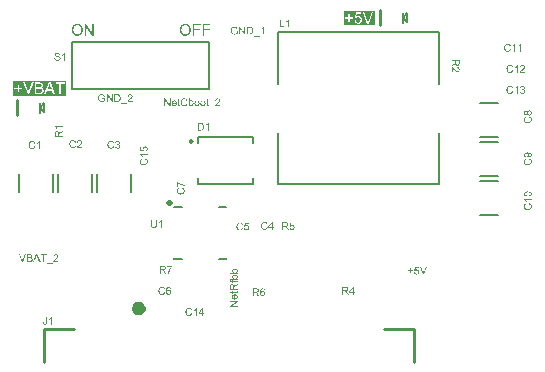
<source format=gto>
G04*
G04 #@! TF.GenerationSoftware,Altium Limited,Altium Designer,21.6.4 (81)*
G04*
G04 Layer_Color=65535*
%FSLAX25Y25*%
%MOIN*%
G70*
G04*
G04 #@! TF.SameCoordinates,FE6B2B4F-3443-4407-9834-7DAE5A72E9B6*
G04*
G04*
G04 #@! TF.FilePolarity,Positive*
G04*
G01*
G75*
%ADD10C,0.02500*%
%ADD11C,0.01968*%
%ADD12C,0.00984*%
%ADD13C,0.00500*%
%ADD14C,0.01000*%
%ADD15C,0.00787*%
%ADD16C,0.00600*%
G36*
X196072Y90116D02*
X196118Y90113D01*
X196171Y90110D01*
X196231Y90106D01*
X196291Y90100D01*
X196355Y90093D01*
X196488Y90076D01*
X196614Y90050D01*
X196674Y90033D01*
X196731Y90013D01*
X196734D01*
X196744Y90010D01*
X196758Y90003D01*
X196777Y89993D01*
X196804Y89983D01*
X196831Y89970D01*
X196894Y89933D01*
X196967Y89890D01*
X197041Y89833D01*
X197110Y89770D01*
X197174Y89693D01*
Y89690D01*
X197180Y89683D01*
X197187Y89673D01*
X197197Y89657D01*
X197207Y89637D01*
X197220Y89613D01*
X197234Y89583D01*
X197247Y89553D01*
X197277Y89480D01*
X197300Y89397D01*
X197317Y89304D01*
X197320Y89254D01*
X197324Y89201D01*
Y89170D01*
X197320Y89151D01*
X197317Y89124D01*
X197314Y89097D01*
X197310Y89064D01*
X197304Y89027D01*
X197284Y88951D01*
X197254Y88867D01*
X197234Y88828D01*
X197210Y88788D01*
X197187Y88748D01*
X197157Y88711D01*
X197154Y88708D01*
X197151Y88704D01*
X197141Y88694D01*
X197127Y88681D01*
X197110Y88664D01*
X197087Y88648D01*
X197064Y88631D01*
X197037Y88611D01*
X197004Y88591D01*
X196971Y88571D01*
X196931Y88554D01*
X196887Y88534D01*
X196844Y88518D01*
X196794Y88504D01*
X196744Y88494D01*
X196688Y88485D01*
X196664Y88788D01*
X196668D01*
X196674Y88791D01*
X196684D01*
X196698Y88794D01*
X196738Y88804D01*
X196781Y88821D01*
X196834Y88837D01*
X196884Y88864D01*
X196931Y88894D01*
X196971Y88931D01*
X196974Y88937D01*
X196984Y88951D01*
X197001Y88974D01*
X197017Y89007D01*
X197034Y89047D01*
X197051Y89094D01*
X197061Y89151D01*
X197064Y89210D01*
Y89234D01*
X197061Y89260D01*
X197057Y89297D01*
X197047Y89334D01*
X197037Y89377D01*
X197021Y89420D01*
X197001Y89464D01*
X196997Y89467D01*
X196987Y89483D01*
X196974Y89504D01*
X196954Y89527D01*
X196927Y89557D01*
X196897Y89587D01*
X196864Y89617D01*
X196824Y89643D01*
X196818Y89647D01*
X196804Y89657D01*
X196777Y89667D01*
X196744Y89683D01*
X196701Y89703D01*
X196651Y89723D01*
X196591Y89743D01*
X196525Y89760D01*
X196521D01*
X196514Y89763D01*
X196504D01*
X196491Y89767D01*
X196475Y89770D01*
X196455Y89773D01*
X196405Y89783D01*
X196348Y89793D01*
X196281Y89800D01*
X196211Y89803D01*
X196138Y89806D01*
X196135D01*
X196122D01*
X196102D01*
X196075D01*
X196082Y89803D01*
X196098Y89790D01*
X196128Y89767D01*
X196161Y89737D01*
X196202Y89700D01*
X196241Y89657D01*
X196281Y89603D01*
X196318Y89547D01*
Y89543D01*
X196321Y89540D01*
X196328Y89530D01*
X196331Y89517D01*
X196348Y89487D01*
X196365Y89440D01*
X196381Y89390D01*
X196398Y89330D01*
X196408Y89264D01*
X196411Y89194D01*
Y89164D01*
X196408Y89140D01*
X196405Y89114D01*
X196398Y89081D01*
X196391Y89047D01*
X196381Y89007D01*
X196371Y88967D01*
X196355Y88924D01*
X196338Y88881D01*
X196315Y88834D01*
X196288Y88788D01*
X196258Y88744D01*
X196221Y88701D01*
X196181Y88658D01*
X196178Y88654D01*
X196171Y88648D01*
X196158Y88638D01*
X196138Y88624D01*
X196118Y88608D01*
X196088Y88588D01*
X196055Y88568D01*
X196018Y88548D01*
X195978Y88528D01*
X195932Y88508D01*
X195882Y88488D01*
X195828Y88471D01*
X195772Y88458D01*
X195709Y88448D01*
X195645Y88441D01*
X195575Y88438D01*
X195572D01*
X195559D01*
X195539D01*
X195512Y88441D01*
X195479Y88445D01*
X195439Y88451D01*
X195396Y88458D01*
X195352Y88468D01*
X195252Y88494D01*
X195199Y88511D01*
X195146Y88534D01*
X195096Y88561D01*
X195043Y88591D01*
X194996Y88624D01*
X194949Y88664D01*
X194946Y88668D01*
X194939Y88674D01*
X194926Y88688D01*
X194913Y88704D01*
X194893Y88728D01*
X194873Y88754D01*
X194853Y88788D01*
X194829Y88824D01*
X194806Y88861D01*
X194786Y88907D01*
X194766Y88954D01*
X194746Y89004D01*
X194733Y89057D01*
X194720Y89117D01*
X194713Y89177D01*
X194710Y89240D01*
Y89264D01*
X194713Y89284D01*
Y89304D01*
X194716Y89330D01*
X194726Y89390D01*
X194743Y89460D01*
X194766Y89537D01*
X194799Y89617D01*
X194846Y89697D01*
Y89700D01*
X194853Y89707D01*
X194860Y89717D01*
X194869Y89730D01*
X194903Y89767D01*
X194943Y89813D01*
X194999Y89863D01*
X195063Y89916D01*
X195139Y89966D01*
X195229Y90010D01*
X195232D01*
X195239Y90013D01*
X195256Y90020D01*
X195276Y90026D01*
X195302Y90036D01*
X195332Y90043D01*
X195369Y90053D01*
X195412Y90066D01*
X195462Y90076D01*
X195516Y90086D01*
X195572Y90093D01*
X195639Y90103D01*
X195709Y90110D01*
X195782Y90116D01*
X195862Y90120D01*
X195948D01*
X195955D01*
X195968D01*
X195995D01*
X196028D01*
X196072Y90116D01*
D02*
G37*
G36*
X196488Y88142D02*
X196511Y88135D01*
X196541Y88128D01*
X196574Y88115D01*
X196614Y88098D01*
X196658Y88082D01*
X196708Y88058D01*
X196758Y88035D01*
X196811Y88005D01*
X196861Y87975D01*
X196914Y87938D01*
X196967Y87902D01*
X197017Y87858D01*
X197064Y87812D01*
X197107Y87762D01*
X197110Y87759D01*
X197117Y87749D01*
X197127Y87735D01*
X197141Y87712D01*
X197157Y87685D01*
X197177Y87652D01*
X197194Y87615D01*
X197214Y87575D01*
X197237Y87525D01*
X197254Y87476D01*
X197274Y87419D01*
X197290Y87359D01*
X197304Y87296D01*
X197314Y87229D01*
X197320Y87159D01*
X197324Y87086D01*
Y87046D01*
X197320Y87016D01*
X197317Y86983D01*
X197314Y86939D01*
X197310Y86896D01*
X197304Y86846D01*
X197284Y86740D01*
X197254Y86626D01*
X197234Y86570D01*
X197210Y86513D01*
X197187Y86460D01*
X197157Y86410D01*
X197154Y86407D01*
X197151Y86400D01*
X197141Y86387D01*
X197124Y86367D01*
X197107Y86347D01*
X197087Y86320D01*
X197061Y86293D01*
X197031Y86263D01*
X197001Y86230D01*
X196964Y86200D01*
X196924Y86167D01*
X196877Y86133D01*
X196831Y86100D01*
X196781Y86070D01*
X196724Y86040D01*
X196668Y86014D01*
X196664D01*
X196654Y86007D01*
X196634Y86000D01*
X196611Y85994D01*
X196581Y85984D01*
X196548Y85970D01*
X196508Y85960D01*
X196461Y85947D01*
X196411Y85934D01*
X196358Y85924D01*
X196301Y85910D01*
X196245Y85900D01*
X196115Y85887D01*
X195982Y85881D01*
X195978D01*
X195965D01*
X195942D01*
X195915Y85884D01*
X195878D01*
X195838Y85887D01*
X195795Y85894D01*
X195745Y85900D01*
X195692Y85907D01*
X195635Y85917D01*
X195519Y85944D01*
X195402Y85980D01*
X195342Y86004D01*
X195286Y86030D01*
X195282Y86034D01*
X195272Y86037D01*
X195256Y86047D01*
X195236Y86060D01*
X195212Y86074D01*
X195183Y86094D01*
X195152Y86117D01*
X195116Y86143D01*
X195043Y86203D01*
X194969Y86280D01*
X194896Y86367D01*
X194863Y86417D01*
X194833Y86466D01*
X194829Y86470D01*
X194826Y86480D01*
X194819Y86497D01*
X194809Y86516D01*
X194796Y86543D01*
X194783Y86573D01*
X194770Y86610D01*
X194753Y86650D01*
X194740Y86696D01*
X194726Y86743D01*
X194700Y86849D01*
X194683Y86966D01*
X194676Y87026D01*
Y87126D01*
X194680Y87152D01*
X194683Y87186D01*
X194686Y87226D01*
X194693Y87269D01*
X194700Y87316D01*
X194723Y87416D01*
X194740Y87469D01*
X194760Y87525D01*
X194783Y87579D01*
X194806Y87632D01*
X194840Y87685D01*
X194873Y87735D01*
X194876Y87739D01*
X194883Y87745D01*
X194893Y87762D01*
X194909Y87779D01*
X194929Y87799D01*
X194953Y87825D01*
X194983Y87852D01*
X195016Y87882D01*
X195053Y87912D01*
X195093Y87942D01*
X195139Y87972D01*
X195186Y88002D01*
X195239Y88032D01*
X195296Y88058D01*
X195359Y88085D01*
X195422Y88105D01*
X195502Y87772D01*
X195499D01*
X195489Y87769D01*
X195475Y87762D01*
X195456Y87755D01*
X195432Y87745D01*
X195406Y87735D01*
X195346Y87705D01*
X195279Y87669D01*
X195212Y87625D01*
X195149Y87572D01*
X195123Y87542D01*
X195096Y87512D01*
Y87509D01*
X195089Y87506D01*
X195083Y87495D01*
X195076Y87482D01*
X195066Y87466D01*
X195056Y87446D01*
X195029Y87396D01*
X195006Y87332D01*
X194986Y87259D01*
X194973Y87176D01*
X194966Y87083D01*
Y87053D01*
X194969Y87033D01*
Y87009D01*
X194973Y86979D01*
X194979Y86946D01*
X194983Y86909D01*
X194999Y86833D01*
X195026Y86750D01*
X195063Y86666D01*
X195083Y86626D01*
X195109Y86586D01*
Y86583D01*
X195116Y86576D01*
X195123Y86566D01*
X195136Y86553D01*
X195166Y86520D01*
X195209Y86480D01*
X195262Y86433D01*
X195329Y86387D01*
X195402Y86343D01*
X195489Y86310D01*
X195492D01*
X195499Y86307D01*
X195512Y86303D01*
X195529Y86297D01*
X195552Y86290D01*
X195579Y86283D01*
X195609Y86277D01*
X195639Y86270D01*
X195715Y86257D01*
X195799Y86243D01*
X195888Y86233D01*
X195982Y86230D01*
X195985D01*
X195995D01*
X196012D01*
X196035D01*
X196065Y86233D01*
X196098Y86237D01*
X196135D01*
X196175Y86243D01*
X196265Y86253D01*
X196358Y86270D01*
X196458Y86293D01*
X196551Y86323D01*
X196554D01*
X196561Y86327D01*
X196574Y86333D01*
X196591Y86343D01*
X196611Y86353D01*
X196634Y86363D01*
X196688Y86397D01*
X196748Y86440D01*
X196808Y86490D01*
X196864Y86550D01*
X196914Y86620D01*
Y86623D01*
X196921Y86630D01*
X196924Y86640D01*
X196934Y86656D01*
X196941Y86673D01*
X196951Y86696D01*
X196974Y86750D01*
X196997Y86816D01*
X197014Y86889D01*
X197027Y86969D01*
X197034Y87056D01*
Y87083D01*
X197031Y87103D01*
X197027Y87129D01*
X197024Y87156D01*
X197021Y87189D01*
X197014Y87222D01*
X196994Y87299D01*
X196964Y87379D01*
X196947Y87422D01*
X196924Y87462D01*
X196901Y87502D01*
X196871Y87539D01*
X196868Y87542D01*
X196864Y87549D01*
X196854Y87559D01*
X196841Y87572D01*
X196824Y87585D01*
X196801Y87605D01*
X196777Y87625D01*
X196748Y87645D01*
X196718Y87669D01*
X196681Y87692D01*
X196641Y87712D01*
X196598Y87735D01*
X196548Y87755D01*
X196498Y87775D01*
X196445Y87792D01*
X196385Y87809D01*
X196471Y88148D01*
X196475D01*
X196488Y88142D01*
D02*
G37*
G36*
X196604Y104116D02*
X196634Y104113D01*
X196668Y104106D01*
X196701Y104100D01*
X196741Y104090D01*
X196784Y104080D01*
X196827Y104063D01*
X196874Y104043D01*
X196921Y104023D01*
X196967Y103993D01*
X197014Y103963D01*
X197057Y103926D01*
X197101Y103886D01*
X197104Y103883D01*
X197110Y103876D01*
X197120Y103863D01*
X197134Y103843D01*
X197154Y103820D01*
X197170Y103793D01*
X197190Y103760D01*
X197210Y103723D01*
X197234Y103680D01*
X197254Y103637D01*
X197270Y103587D01*
X197287Y103530D01*
X197304Y103473D01*
X197314Y103410D01*
X197320Y103347D01*
X197324Y103277D01*
Y103240D01*
X197320Y103214D01*
X197317Y103181D01*
X197310Y103144D01*
X197304Y103104D01*
X197297Y103057D01*
X197270Y102961D01*
X197250Y102911D01*
X197230Y102857D01*
X197204Y102807D01*
X197174Y102758D01*
X197141Y102711D01*
X197101Y102664D01*
X197097Y102661D01*
X197091Y102654D01*
X197077Y102644D01*
X197061Y102628D01*
X197037Y102611D01*
X197011Y102591D01*
X196981Y102571D01*
X196947Y102551D01*
X196907Y102528D01*
X196868Y102508D01*
X196821Y102488D01*
X196771Y102471D01*
X196718Y102454D01*
X196661Y102445D01*
X196601Y102438D01*
X196541Y102435D01*
X196538D01*
X196531D01*
X196518D01*
X196498Y102438D01*
X196478D01*
X196455Y102441D01*
X196395Y102451D01*
X196328Y102464D01*
X196261Y102488D01*
X196192Y102518D01*
X196125Y102561D01*
X196122D01*
X196118Y102568D01*
X196098Y102584D01*
X196068Y102614D01*
X196032Y102654D01*
X195995Y102704D01*
X195955Y102768D01*
X195922Y102838D01*
X195895Y102921D01*
Y102917D01*
X195892Y102911D01*
X195888Y102901D01*
X195882Y102887D01*
X195865Y102854D01*
X195842Y102811D01*
X195812Y102764D01*
X195779Y102714D01*
X195735Y102671D01*
X195689Y102631D01*
X195682Y102628D01*
X195665Y102618D01*
X195635Y102601D01*
X195599Y102584D01*
X195552Y102568D01*
X195499Y102551D01*
X195439Y102541D01*
X195372Y102538D01*
X195369D01*
X195359D01*
X195346D01*
X195326Y102541D01*
X195302Y102544D01*
X195272Y102548D01*
X195209Y102564D01*
X195136Y102588D01*
X195096Y102604D01*
X195056Y102621D01*
X195016Y102644D01*
X194976Y102671D01*
X194939Y102701D01*
X194903Y102738D01*
X194899Y102741D01*
X194893Y102748D01*
X194886Y102758D01*
X194873Y102774D01*
X194860Y102794D01*
X194843Y102817D01*
X194823Y102848D01*
X194806Y102881D01*
X194790Y102914D01*
X194770Y102954D01*
X194753Y103001D01*
X194740Y103047D01*
X194726Y103097D01*
X194716Y103150D01*
X194713Y103210D01*
X194710Y103270D01*
Y103304D01*
X194713Y103327D01*
X194716Y103354D01*
X194720Y103387D01*
X194726Y103424D01*
X194733Y103463D01*
X194756Y103550D01*
X194773Y103593D01*
X194793Y103640D01*
X194816Y103683D01*
X194840Y103730D01*
X194873Y103770D01*
X194906Y103810D01*
X194909Y103813D01*
X194916Y103820D01*
X194926Y103830D01*
X194939Y103843D01*
X194959Y103857D01*
X194983Y103876D01*
X195009Y103893D01*
X195036Y103913D01*
X195106Y103950D01*
X195186Y103983D01*
X195232Y103996D01*
X195279Y104006D01*
X195329Y104013D01*
X195379Y104016D01*
X195382D01*
X195386D01*
X195396D01*
X195409D01*
X195442Y104013D01*
X195485Y104003D01*
X195536Y103993D01*
X195585Y103976D01*
X195639Y103953D01*
X195692Y103920D01*
X195699Y103916D01*
X195712Y103903D01*
X195735Y103880D01*
X195765Y103850D01*
X195799Y103810D01*
X195832Y103760D01*
X195865Y103703D01*
X195895Y103637D01*
Y103640D01*
X195898Y103647D01*
X195902Y103660D01*
X195908Y103677D01*
X195918Y103697D01*
X195928Y103717D01*
X195955Y103770D01*
X195988Y103830D01*
X196032Y103890D01*
X196082Y103946D01*
X196142Y103996D01*
X196145D01*
X196148Y104003D01*
X196158Y104006D01*
X196171Y104016D01*
X196188Y104026D01*
X196208Y104036D01*
X196255Y104060D01*
X196315Y104080D01*
X196385Y104100D01*
X196465Y104113D01*
X196551Y104120D01*
X196554D01*
X196564D01*
X196581D01*
X196604Y104116D01*
D02*
G37*
G36*
X196488Y102141D02*
X196511Y102135D01*
X196541Y102128D01*
X196574Y102115D01*
X196614Y102098D01*
X196658Y102082D01*
X196708Y102058D01*
X196758Y102035D01*
X196811Y102005D01*
X196861Y101975D01*
X196914Y101938D01*
X196967Y101902D01*
X197017Y101858D01*
X197064Y101812D01*
X197107Y101762D01*
X197110Y101759D01*
X197117Y101749D01*
X197127Y101735D01*
X197141Y101712D01*
X197157Y101685D01*
X197177Y101652D01*
X197194Y101615D01*
X197214Y101575D01*
X197237Y101525D01*
X197254Y101476D01*
X197274Y101419D01*
X197290Y101359D01*
X197304Y101296D01*
X197314Y101229D01*
X197320Y101159D01*
X197324Y101086D01*
Y101046D01*
X197320Y101016D01*
X197317Y100983D01*
X197314Y100939D01*
X197310Y100896D01*
X197304Y100846D01*
X197284Y100740D01*
X197254Y100626D01*
X197234Y100570D01*
X197210Y100513D01*
X197187Y100460D01*
X197157Y100410D01*
X197154Y100407D01*
X197151Y100400D01*
X197141Y100387D01*
X197124Y100367D01*
X197107Y100347D01*
X197087Y100320D01*
X197061Y100293D01*
X197031Y100263D01*
X197001Y100230D01*
X196964Y100200D01*
X196924Y100167D01*
X196877Y100134D01*
X196831Y100100D01*
X196781Y100070D01*
X196724Y100040D01*
X196668Y100014D01*
X196664D01*
X196654Y100007D01*
X196634Y100000D01*
X196611Y99994D01*
X196581Y99984D01*
X196548Y99970D01*
X196508Y99960D01*
X196461Y99947D01*
X196411Y99934D01*
X196358Y99924D01*
X196301Y99910D01*
X196245Y99900D01*
X196115Y99887D01*
X195982Y99880D01*
X195978D01*
X195965D01*
X195942D01*
X195915Y99884D01*
X195878D01*
X195838Y99887D01*
X195795Y99894D01*
X195745Y99900D01*
X195692Y99907D01*
X195635Y99917D01*
X195519Y99944D01*
X195402Y99980D01*
X195342Y100004D01*
X195286Y100030D01*
X195282Y100034D01*
X195272Y100037D01*
X195256Y100047D01*
X195236Y100060D01*
X195212Y100074D01*
X195183Y100094D01*
X195152Y100117D01*
X195116Y100144D01*
X195043Y100204D01*
X194969Y100280D01*
X194896Y100367D01*
X194863Y100417D01*
X194833Y100467D01*
X194829Y100470D01*
X194826Y100480D01*
X194819Y100496D01*
X194809Y100516D01*
X194796Y100543D01*
X194783Y100573D01*
X194770Y100610D01*
X194753Y100650D01*
X194740Y100696D01*
X194726Y100743D01*
X194700Y100849D01*
X194683Y100966D01*
X194676Y101026D01*
Y101126D01*
X194680Y101153D01*
X194683Y101186D01*
X194686Y101226D01*
X194693Y101269D01*
X194700Y101316D01*
X194723Y101416D01*
X194740Y101469D01*
X194760Y101525D01*
X194783Y101579D01*
X194806Y101632D01*
X194840Y101685D01*
X194873Y101735D01*
X194876Y101739D01*
X194883Y101745D01*
X194893Y101762D01*
X194909Y101779D01*
X194929Y101798D01*
X194953Y101825D01*
X194983Y101852D01*
X195016Y101882D01*
X195053Y101912D01*
X195093Y101942D01*
X195139Y101972D01*
X195186Y102002D01*
X195239Y102032D01*
X195296Y102058D01*
X195359Y102085D01*
X195422Y102105D01*
X195502Y101772D01*
X195499D01*
X195489Y101769D01*
X195475Y101762D01*
X195456Y101755D01*
X195432Y101745D01*
X195406Y101735D01*
X195346Y101705D01*
X195279Y101669D01*
X195212Y101625D01*
X195149Y101572D01*
X195123Y101542D01*
X195096Y101512D01*
Y101509D01*
X195089Y101505D01*
X195083Y101496D01*
X195076Y101482D01*
X195066Y101465D01*
X195056Y101446D01*
X195029Y101396D01*
X195006Y101332D01*
X194986Y101259D01*
X194973Y101176D01*
X194966Y101083D01*
Y101053D01*
X194969Y101033D01*
Y101009D01*
X194973Y100979D01*
X194979Y100946D01*
X194983Y100909D01*
X194999Y100833D01*
X195026Y100750D01*
X195063Y100666D01*
X195083Y100626D01*
X195109Y100586D01*
Y100583D01*
X195116Y100576D01*
X195123Y100566D01*
X195136Y100553D01*
X195166Y100520D01*
X195209Y100480D01*
X195262Y100433D01*
X195329Y100387D01*
X195402Y100343D01*
X195489Y100310D01*
X195492D01*
X195499Y100307D01*
X195512Y100303D01*
X195529Y100297D01*
X195552Y100290D01*
X195579Y100283D01*
X195609Y100277D01*
X195639Y100270D01*
X195715Y100257D01*
X195799Y100243D01*
X195888Y100233D01*
X195982Y100230D01*
X195985D01*
X195995D01*
X196012D01*
X196035D01*
X196065Y100233D01*
X196098Y100237D01*
X196135D01*
X196175Y100243D01*
X196265Y100253D01*
X196358Y100270D01*
X196458Y100293D01*
X196551Y100323D01*
X196554D01*
X196561Y100327D01*
X196574Y100333D01*
X196591Y100343D01*
X196611Y100353D01*
X196634Y100363D01*
X196688Y100397D01*
X196748Y100440D01*
X196808Y100490D01*
X196864Y100550D01*
X196914Y100620D01*
Y100623D01*
X196921Y100630D01*
X196924Y100640D01*
X196934Y100656D01*
X196941Y100673D01*
X196951Y100696D01*
X196974Y100750D01*
X196997Y100816D01*
X197014Y100889D01*
X197027Y100969D01*
X197034Y101056D01*
Y101083D01*
X197031Y101103D01*
X197027Y101129D01*
X197024Y101156D01*
X197021Y101189D01*
X197014Y101223D01*
X196994Y101299D01*
X196964Y101379D01*
X196947Y101422D01*
X196924Y101462D01*
X196901Y101502D01*
X196871Y101539D01*
X196868Y101542D01*
X196864Y101549D01*
X196854Y101559D01*
X196841Y101572D01*
X196824Y101585D01*
X196801Y101605D01*
X196777Y101625D01*
X196748Y101645D01*
X196718Y101669D01*
X196681Y101692D01*
X196641Y101712D01*
X196598Y101735D01*
X196548Y101755D01*
X196498Y101775D01*
X196445Y101792D01*
X196385Y101809D01*
X196471Y102148D01*
X196475D01*
X196488Y102141D01*
D02*
G37*
G36*
X83167Y38320D02*
X83200Y38317D01*
X83240Y38314D01*
X83283Y38307D01*
X83330Y38300D01*
X83430Y38277D01*
X83483Y38260D01*
X83540Y38240D01*
X83593Y38217D01*
X83646Y38194D01*
X83700Y38160D01*
X83750Y38127D01*
X83753Y38124D01*
X83760Y38117D01*
X83776Y38107D01*
X83793Y38091D01*
X83813Y38071D01*
X83839Y38047D01*
X83866Y38017D01*
X83896Y37984D01*
X83926Y37947D01*
X83956Y37907D01*
X83986Y37861D01*
X84016Y37814D01*
X84046Y37761D01*
X84073Y37704D01*
X84099Y37641D01*
X84119Y37578D01*
X83786Y37498D01*
Y37501D01*
X83783Y37511D01*
X83776Y37525D01*
X83770Y37545D01*
X83760Y37568D01*
X83750Y37594D01*
X83720Y37654D01*
X83683Y37721D01*
X83640Y37788D01*
X83586Y37851D01*
X83556Y37878D01*
X83526Y37904D01*
X83523D01*
X83520Y37911D01*
X83510Y37917D01*
X83496Y37924D01*
X83480Y37934D01*
X83460Y37944D01*
X83410Y37971D01*
X83347Y37994D01*
X83273Y38014D01*
X83190Y38027D01*
X83097Y38034D01*
X83067D01*
X83047Y38031D01*
X83024D01*
X82994Y38027D01*
X82960Y38021D01*
X82924Y38017D01*
X82847Y38001D01*
X82764Y37974D01*
X82681Y37937D01*
X82641Y37917D01*
X82601Y37891D01*
X82597D01*
X82591Y37884D01*
X82581Y37878D01*
X82567Y37864D01*
X82534Y37834D01*
X82494Y37791D01*
X82448Y37738D01*
X82401Y37671D01*
X82358Y37598D01*
X82324Y37511D01*
Y37508D01*
X82321Y37501D01*
X82318Y37488D01*
X82311Y37471D01*
X82304Y37448D01*
X82298Y37421D01*
X82291Y37391D01*
X82284Y37361D01*
X82271Y37285D01*
X82258Y37201D01*
X82248Y37112D01*
X82244Y37018D01*
Y37015D01*
Y37005D01*
Y36988D01*
Y36965D01*
X82248Y36935D01*
X82251Y36902D01*
Y36865D01*
X82258Y36825D01*
X82268Y36735D01*
X82284Y36642D01*
X82308Y36542D01*
X82338Y36449D01*
Y36446D01*
X82341Y36439D01*
X82348Y36426D01*
X82358Y36409D01*
X82368Y36389D01*
X82378Y36366D01*
X82411Y36312D01*
X82454Y36252D01*
X82504Y36193D01*
X82564Y36136D01*
X82634Y36086D01*
X82637D01*
X82644Y36079D01*
X82654Y36076D01*
X82671Y36066D01*
X82687Y36059D01*
X82711Y36049D01*
X82764Y36026D01*
X82831Y36003D01*
X82904Y35986D01*
X82984Y35973D01*
X83070Y35966D01*
X83097D01*
X83117Y35969D01*
X83144Y35973D01*
X83170Y35976D01*
X83204Y35979D01*
X83237Y35986D01*
X83313Y36006D01*
X83393Y36036D01*
X83437Y36053D01*
X83477Y36076D01*
X83517Y36099D01*
X83553Y36129D01*
X83556Y36132D01*
X83563Y36136D01*
X83573Y36146D01*
X83586Y36159D01*
X83600Y36176D01*
X83620Y36199D01*
X83640Y36222D01*
X83660Y36252D01*
X83683Y36282D01*
X83706Y36319D01*
X83726Y36359D01*
X83750Y36402D01*
X83770Y36452D01*
X83789Y36502D01*
X83806Y36555D01*
X83823Y36615D01*
X84162Y36529D01*
Y36525D01*
X84156Y36512D01*
X84149Y36489D01*
X84143Y36459D01*
X84129Y36426D01*
X84113Y36386D01*
X84096Y36342D01*
X84073Y36292D01*
X84049Y36242D01*
X84019Y36189D01*
X83989Y36139D01*
X83953Y36086D01*
X83916Y36033D01*
X83873Y35983D01*
X83826Y35936D01*
X83776Y35893D01*
X83773Y35889D01*
X83763Y35883D01*
X83750Y35873D01*
X83726Y35860D01*
X83700Y35843D01*
X83666Y35823D01*
X83630Y35806D01*
X83590Y35786D01*
X83540Y35763D01*
X83490Y35746D01*
X83433Y35726D01*
X83373Y35710D01*
X83310Y35696D01*
X83243Y35686D01*
X83174Y35680D01*
X83100Y35676D01*
X83060D01*
X83030Y35680D01*
X82997Y35683D01*
X82954Y35686D01*
X82910Y35690D01*
X82860Y35696D01*
X82754Y35716D01*
X82641Y35746D01*
X82584Y35766D01*
X82528Y35790D01*
X82474Y35813D01*
X82424Y35843D01*
X82421Y35846D01*
X82414Y35849D01*
X82401Y35860D01*
X82381Y35876D01*
X82361Y35893D01*
X82334Y35913D01*
X82308Y35939D01*
X82278Y35969D01*
X82244Y35999D01*
X82214Y36036D01*
X82181Y36076D01*
X82148Y36123D01*
X82115Y36169D01*
X82085Y36219D01*
X82055Y36276D01*
X82028Y36332D01*
Y36336D01*
X82021Y36346D01*
X82015Y36366D01*
X82008Y36389D01*
X81998Y36419D01*
X81985Y36452D01*
X81975Y36492D01*
X81961Y36539D01*
X81948Y36589D01*
X81938Y36642D01*
X81925Y36699D01*
X81915Y36755D01*
X81901Y36885D01*
X81895Y37018D01*
Y37022D01*
Y37035D01*
Y37058D01*
X81898Y37085D01*
Y37122D01*
X81901Y37161D01*
X81908Y37205D01*
X81915Y37255D01*
X81921Y37308D01*
X81931Y37365D01*
X81958Y37481D01*
X81995Y37598D01*
X82018Y37658D01*
X82045Y37714D01*
X82048Y37718D01*
X82051Y37728D01*
X82061Y37744D01*
X82075Y37764D01*
X82088Y37788D01*
X82108Y37817D01*
X82131Y37848D01*
X82158Y37884D01*
X82218Y37957D01*
X82294Y38031D01*
X82381Y38104D01*
X82431Y38137D01*
X82481Y38167D01*
X82484Y38170D01*
X82494Y38174D01*
X82511Y38181D01*
X82531Y38190D01*
X82557Y38204D01*
X82587Y38217D01*
X82624Y38230D01*
X82664Y38247D01*
X82711Y38260D01*
X82757Y38274D01*
X82864Y38300D01*
X82980Y38317D01*
X83040Y38324D01*
X83140D01*
X83167Y38320D01*
D02*
G37*
G36*
X87759Y36622D02*
X88105D01*
Y36332D01*
X87759D01*
Y35720D01*
X87446D01*
Y36332D01*
X86334D01*
Y36622D01*
X87502Y38280D01*
X87759D01*
Y36622D01*
D02*
G37*
G36*
X85634Y35720D02*
X85321D01*
Y37721D01*
X85315Y37718D01*
X85301Y37704D01*
X85275Y37681D01*
X85241Y37654D01*
X85198Y37621D01*
X85145Y37584D01*
X85088Y37545D01*
X85022Y37505D01*
X85018D01*
X85015Y37501D01*
X85005Y37495D01*
X84992Y37488D01*
X84955Y37468D01*
X84912Y37445D01*
X84862Y37418D01*
X84805Y37391D01*
X84749Y37365D01*
X84692Y37341D01*
Y37648D01*
X84695D01*
X84705Y37654D01*
X84719Y37661D01*
X84735Y37671D01*
X84759Y37681D01*
X84785Y37698D01*
X84848Y37731D01*
X84918Y37774D01*
X84998Y37828D01*
X85075Y37884D01*
X85151Y37947D01*
X85155Y37951D01*
X85162Y37954D01*
X85172Y37964D01*
X85185Y37977D01*
X85218Y38011D01*
X85261Y38057D01*
X85305Y38107D01*
X85351Y38167D01*
X85395Y38227D01*
X85431Y38290D01*
X85634D01*
Y35720D01*
D02*
G37*
G36*
X68471Y92117D02*
X68501Y92114D01*
X68538Y92110D01*
X68578Y92104D01*
X68618Y92094D01*
X68714Y92070D01*
X68764Y92054D01*
X68814Y92034D01*
X68864Y92010D01*
X68914Y91984D01*
X68964Y91954D01*
X69014Y91917D01*
X69017Y91914D01*
X69027Y91907D01*
X69044Y91890D01*
X69061Y91870D01*
X69087Y91847D01*
X69111Y91817D01*
X69140Y91781D01*
X69167Y91741D01*
X69197Y91694D01*
X69227Y91644D01*
X69250Y91591D01*
X69274Y91531D01*
X69294Y91464D01*
X69310Y91394D01*
X69320Y91321D01*
X69324Y91244D01*
Y91211D01*
X69320Y91188D01*
X69317Y91158D01*
X69314Y91121D01*
X69307Y91085D01*
X69300Y91041D01*
X69277Y90951D01*
X69260Y90905D01*
X69240Y90858D01*
X69220Y90808D01*
X69194Y90762D01*
X69164Y90718D01*
X69130Y90675D01*
X69127Y90672D01*
X69121Y90665D01*
X69111Y90655D01*
X69094Y90642D01*
X69074Y90622D01*
X69051Y90605D01*
X69024Y90582D01*
X68991Y90562D01*
X68957Y90539D01*
X68917Y90518D01*
X68874Y90495D01*
X68827Y90478D01*
X68778Y90459D01*
X68728Y90445D01*
X68671Y90432D01*
X68611Y90425D01*
X68588Y90755D01*
X68591D01*
X68598Y90758D01*
X68611D01*
X68628Y90762D01*
X68648Y90768D01*
X68671Y90775D01*
X68721Y90788D01*
X68781Y90812D01*
X68841Y90842D01*
X68897Y90878D01*
X68947Y90921D01*
X68951Y90928D01*
X68964Y90945D01*
X68984Y90975D01*
X69004Y91011D01*
X69027Y91058D01*
X69044Y91115D01*
X69057Y91175D01*
X69064Y91244D01*
Y91268D01*
X69061Y91284D01*
X69057Y91301D01*
X69054Y91324D01*
X69044Y91378D01*
X69024Y91441D01*
X68991Y91504D01*
X68974Y91537D01*
X68951Y91571D01*
X68924Y91601D01*
X68894Y91631D01*
X68891Y91634D01*
X68887Y91637D01*
X68877Y91644D01*
X68864Y91654D01*
X68848Y91667D01*
X68824Y91681D01*
X68801Y91694D01*
X68774Y91711D01*
X68708Y91737D01*
X68631Y91764D01*
X68541Y91781D01*
X68494Y91787D01*
X68441D01*
X68438D01*
X68428D01*
X68415D01*
X68398Y91784D01*
X68375D01*
X68348Y91781D01*
X68288Y91767D01*
X68218Y91751D01*
X68148Y91724D01*
X68078Y91687D01*
X68045Y91664D01*
X68015Y91637D01*
X68012D01*
X68008Y91631D01*
X68002Y91621D01*
X67992Y91611D01*
X67965Y91577D01*
X67935Y91531D01*
X67908Y91474D01*
X67882Y91408D01*
X67865Y91328D01*
X67858Y91288D01*
Y91215D01*
X67862Y91188D01*
X67868Y91148D01*
X67875Y91108D01*
X67888Y91061D01*
X67908Y91011D01*
X67932Y90965D01*
X67935Y90958D01*
X67945Y90945D01*
X67958Y90925D01*
X67982Y90898D01*
X68005Y90868D01*
X68038Y90835D01*
X68072Y90805D01*
X68111Y90778D01*
X68068Y90482D01*
X66753Y90728D01*
Y92000D01*
X67053D01*
Y90978D01*
X67745Y90842D01*
X67742Y90845D01*
X67739Y90851D01*
X67729Y90865D01*
X67719Y90882D01*
X67709Y90901D01*
X67692Y90928D01*
X67679Y90955D01*
X67662Y90988D01*
X67632Y91061D01*
X67609Y91141D01*
X67589Y91231D01*
X67585Y91278D01*
X67582Y91324D01*
Y91358D01*
X67585Y91381D01*
X67589Y91408D01*
X67595Y91441D01*
X67602Y91478D01*
X67612Y91521D01*
X67622Y91564D01*
X67639Y91607D01*
X67659Y91654D01*
X67679Y91704D01*
X67709Y91751D01*
X67739Y91797D01*
X67775Y91844D01*
X67815Y91887D01*
X67818Y91890D01*
X67825Y91897D01*
X67839Y91907D01*
X67858Y91924D01*
X67882Y91940D01*
X67908Y91960D01*
X67942Y91984D01*
X67978Y92004D01*
X68018Y92027D01*
X68065Y92047D01*
X68111Y92067D01*
X68165Y92084D01*
X68225Y92100D01*
X68285Y92110D01*
X68348Y92117D01*
X68415Y92120D01*
X68418D01*
X68431D01*
X68448D01*
X68471Y92117D01*
D02*
G37*
G36*
X69280Y89306D02*
X67279D01*
X67282Y89300D01*
X67296Y89286D01*
X67319Y89260D01*
X67346Y89226D01*
X67379Y89183D01*
X67416Y89130D01*
X67456Y89073D01*
X67496Y89007D01*
Y89003D01*
X67499Y89000D01*
X67506Y88990D01*
X67512Y88977D01*
X67532Y88940D01*
X67555Y88897D01*
X67582Y88847D01*
X67609Y88790D01*
X67635Y88734D01*
X67659Y88677D01*
X67352D01*
Y88680D01*
X67346Y88690D01*
X67339Y88704D01*
X67329Y88720D01*
X67319Y88744D01*
X67302Y88770D01*
X67269Y88833D01*
X67226Y88903D01*
X67172Y88983D01*
X67116Y89060D01*
X67053Y89136D01*
X67049Y89140D01*
X67046Y89147D01*
X67036Y89157D01*
X67023Y89170D01*
X66989Y89203D01*
X66943Y89246D01*
X66893Y89290D01*
X66833Y89336D01*
X66773Y89380D01*
X66710Y89416D01*
Y89619D01*
X69280D01*
Y89306D01*
D02*
G37*
G36*
X68488Y88141D02*
X68511Y88134D01*
X68541Y88127D01*
X68574Y88114D01*
X68614Y88098D01*
X68658Y88081D01*
X68708Y88058D01*
X68758Y88034D01*
X68811Y88004D01*
X68861Y87974D01*
X68914Y87938D01*
X68967Y87901D01*
X69017Y87858D01*
X69064Y87811D01*
X69107Y87761D01*
X69111Y87758D01*
X69117Y87748D01*
X69127Y87735D01*
X69140Y87711D01*
X69157Y87685D01*
X69177Y87651D01*
X69194Y87615D01*
X69214Y87575D01*
X69237Y87525D01*
X69254Y87475D01*
X69274Y87418D01*
X69290Y87358D01*
X69304Y87295D01*
X69314Y87228D01*
X69320Y87159D01*
X69324Y87085D01*
Y87045D01*
X69320Y87015D01*
X69317Y86982D01*
X69314Y86939D01*
X69310Y86896D01*
X69304Y86845D01*
X69284Y86739D01*
X69254Y86626D01*
X69234Y86569D01*
X69210Y86513D01*
X69187Y86459D01*
X69157Y86409D01*
X69154Y86406D01*
X69151Y86399D01*
X69140Y86386D01*
X69124Y86366D01*
X69107Y86346D01*
X69087Y86319D01*
X69061Y86293D01*
X69031Y86263D01*
X69001Y86229D01*
X68964Y86199D01*
X68924Y86166D01*
X68877Y86133D01*
X68831Y86100D01*
X68781Y86070D01*
X68724Y86040D01*
X68668Y86013D01*
X68664D01*
X68654Y86006D01*
X68634Y86000D01*
X68611Y85993D01*
X68581Y85983D01*
X68548Y85970D01*
X68508Y85960D01*
X68461Y85946D01*
X68411Y85933D01*
X68358Y85923D01*
X68301Y85910D01*
X68245Y85900D01*
X68115Y85887D01*
X67982Y85880D01*
X67978D01*
X67965D01*
X67942D01*
X67915Y85883D01*
X67878D01*
X67839Y85887D01*
X67795Y85893D01*
X67745Y85900D01*
X67692Y85906D01*
X67635Y85916D01*
X67519Y85943D01*
X67402Y85980D01*
X67342Y86003D01*
X67286Y86030D01*
X67282Y86033D01*
X67272Y86036D01*
X67256Y86046D01*
X67236Y86060D01*
X67212Y86073D01*
X67182Y86093D01*
X67153Y86116D01*
X67116Y86143D01*
X67043Y86203D01*
X66969Y86279D01*
X66896Y86366D01*
X66863Y86416D01*
X66833Y86466D01*
X66830Y86469D01*
X66826Y86479D01*
X66820Y86496D01*
X66809Y86516D01*
X66796Y86542D01*
X66783Y86572D01*
X66770Y86609D01*
X66753Y86649D01*
X66740Y86696D01*
X66726Y86742D01*
X66700Y86849D01*
X66683Y86965D01*
X66676Y87025D01*
Y87125D01*
X66680Y87152D01*
X66683Y87185D01*
X66686Y87225D01*
X66693Y87268D01*
X66700Y87315D01*
X66723Y87415D01*
X66740Y87468D01*
X66760Y87525D01*
X66783Y87578D01*
X66806Y87631D01*
X66839Y87685D01*
X66873Y87735D01*
X66876Y87738D01*
X66883Y87745D01*
X66893Y87761D01*
X66909Y87778D01*
X66929Y87798D01*
X66953Y87824D01*
X66983Y87851D01*
X67016Y87881D01*
X67053Y87911D01*
X67093Y87941D01*
X67139Y87971D01*
X67186Y88001D01*
X67239Y88031D01*
X67296Y88058D01*
X67359Y88084D01*
X67422Y88104D01*
X67502Y87771D01*
X67499D01*
X67489Y87768D01*
X67475Y87761D01*
X67456Y87755D01*
X67432Y87745D01*
X67406Y87735D01*
X67346Y87705D01*
X67279Y87668D01*
X67212Y87625D01*
X67149Y87571D01*
X67123Y87542D01*
X67096Y87511D01*
Y87508D01*
X67089Y87505D01*
X67083Y87495D01*
X67076Y87481D01*
X67066Y87465D01*
X67056Y87445D01*
X67029Y87395D01*
X67006Y87332D01*
X66986Y87258D01*
X66973Y87175D01*
X66966Y87082D01*
Y87052D01*
X66969Y87032D01*
Y87009D01*
X66973Y86979D01*
X66979Y86945D01*
X66983Y86909D01*
X66999Y86832D01*
X67026Y86749D01*
X67063Y86666D01*
X67083Y86626D01*
X67109Y86586D01*
Y86582D01*
X67116Y86576D01*
X67123Y86566D01*
X67136Y86553D01*
X67166Y86519D01*
X67209Y86479D01*
X67262Y86433D01*
X67329Y86386D01*
X67402Y86343D01*
X67489Y86309D01*
X67492D01*
X67499Y86306D01*
X67512Y86303D01*
X67529Y86296D01*
X67552Y86289D01*
X67579Y86283D01*
X67609Y86276D01*
X67639Y86269D01*
X67715Y86256D01*
X67799Y86243D01*
X67888Y86233D01*
X67982Y86229D01*
X67985D01*
X67995D01*
X68012D01*
X68035D01*
X68065Y86233D01*
X68098Y86236D01*
X68135D01*
X68175Y86243D01*
X68265Y86253D01*
X68358Y86269D01*
X68458Y86293D01*
X68551Y86323D01*
X68554D01*
X68561Y86326D01*
X68574Y86333D01*
X68591Y86343D01*
X68611Y86353D01*
X68634Y86363D01*
X68688Y86396D01*
X68748Y86439D01*
X68808Y86489D01*
X68864Y86549D01*
X68914Y86619D01*
Y86622D01*
X68921Y86629D01*
X68924Y86639D01*
X68934Y86656D01*
X68941Y86672D01*
X68951Y86696D01*
X68974Y86749D01*
X68997Y86816D01*
X69014Y86889D01*
X69027Y86969D01*
X69034Y87055D01*
Y87082D01*
X69031Y87102D01*
X69027Y87129D01*
X69024Y87155D01*
X69021Y87189D01*
X69014Y87222D01*
X68994Y87298D01*
X68964Y87378D01*
X68947Y87422D01*
X68924Y87462D01*
X68901Y87502D01*
X68871Y87538D01*
X68867Y87542D01*
X68864Y87548D01*
X68854Y87558D01*
X68841Y87571D01*
X68824Y87585D01*
X68801Y87605D01*
X68778Y87625D01*
X68748Y87645D01*
X68718Y87668D01*
X68681Y87691D01*
X68641Y87711D01*
X68598Y87735D01*
X68548Y87755D01*
X68498Y87775D01*
X68445Y87791D01*
X68385Y87808D01*
X68471Y88147D01*
X68475D01*
X68488Y88141D01*
D02*
G37*
G36*
X173275Y119859D02*
X173272Y119829D01*
Y119799D01*
X173269Y119763D01*
X173265Y119723D01*
X173259Y119639D01*
X173245Y119553D01*
X173229Y119469D01*
X173219Y119430D01*
X173205Y119396D01*
Y119393D01*
X173202Y119390D01*
X173199Y119380D01*
X173192Y119366D01*
X173176Y119333D01*
X173149Y119293D01*
X173116Y119246D01*
X173072Y119200D01*
X173019Y119153D01*
X172959Y119110D01*
X172956D01*
X172952Y119106D01*
X172942Y119100D01*
X172929Y119093D01*
X172892Y119077D01*
X172846Y119057D01*
X172789Y119037D01*
X172723Y119020D01*
X172649Y119007D01*
X172573Y119003D01*
X172569D01*
X172559D01*
X172546D01*
X172526Y119007D01*
X172503Y119010D01*
X172476Y119013D01*
X172413Y119027D01*
X172340Y119047D01*
X172263Y119077D01*
X172226Y119097D01*
X172187Y119120D01*
X172150Y119150D01*
X172113Y119180D01*
X172110Y119183D01*
X172107Y119186D01*
X172097Y119200D01*
X172083Y119213D01*
X172070Y119233D01*
X172053Y119256D01*
X172033Y119283D01*
X172013Y119313D01*
X171993Y119350D01*
X171973Y119390D01*
X171953Y119436D01*
X171933Y119486D01*
X171917Y119539D01*
X171900Y119596D01*
X171887Y119659D01*
X171877Y119726D01*
X171873Y119719D01*
X171867Y119703D01*
X171853Y119679D01*
X171837Y119649D01*
X171794Y119583D01*
X171770Y119553D01*
X171747Y119523D01*
Y119519D01*
X171740Y119516D01*
X171724Y119496D01*
X171694Y119469D01*
X171654Y119430D01*
X171607Y119386D01*
X171547Y119340D01*
X171481Y119290D01*
X171407Y119240D01*
X170715Y118797D01*
Y119223D01*
X171244Y119559D01*
X171247D01*
X171254Y119566D01*
X171267Y119573D01*
X171281Y119583D01*
X171301Y119596D01*
X171324Y119613D01*
X171374Y119646D01*
X171431Y119686D01*
X171487Y119726D01*
X171544Y119766D01*
X171594Y119806D01*
X171600Y119809D01*
X171614Y119823D01*
X171637Y119839D01*
X171660Y119862D01*
X171690Y119889D01*
X171720Y119919D01*
X171744Y119949D01*
X171767Y119979D01*
X171770Y119982D01*
X171774Y119992D01*
X171784Y120006D01*
X171794Y120026D01*
X171807Y120049D01*
X171817Y120076D01*
X171837Y120132D01*
Y120135D01*
X171840Y120142D01*
Y120156D01*
X171844Y120176D01*
X171847Y120202D01*
Y120235D01*
X171850Y120272D01*
Y120712D01*
X170715D01*
Y121051D01*
X173275D01*
Y119859D01*
D02*
G37*
G36*
X170785Y118640D02*
X170818Y118637D01*
X170854Y118630D01*
X170891Y118620D01*
X170931Y118607D01*
X170934D01*
X170938Y118604D01*
X170948Y118600D01*
X170961Y118594D01*
X170994Y118580D01*
X171038Y118557D01*
X171091Y118527D01*
X171148Y118494D01*
X171207Y118450D01*
X171271Y118401D01*
X171274Y118397D01*
X171277Y118394D01*
X171287Y118384D01*
X171301Y118374D01*
X171337Y118341D01*
X171384Y118294D01*
X171441Y118237D01*
X171507Y118167D01*
X171580Y118084D01*
X171660Y117988D01*
X171664Y117984D01*
X171677Y117971D01*
X171694Y117948D01*
X171717Y117921D01*
X171747Y117888D01*
X171780Y117848D01*
X171817Y117805D01*
X171857Y117761D01*
X171943Y117668D01*
X172033Y117575D01*
X172080Y117532D01*
X172123Y117491D01*
X172163Y117455D01*
X172203Y117425D01*
X172206Y117422D01*
X172213Y117418D01*
X172223Y117412D01*
X172236Y117402D01*
X172256Y117392D01*
X172276Y117378D01*
X172326Y117348D01*
X172383Y117322D01*
X172446Y117298D01*
X172516Y117282D01*
X172549Y117275D01*
X172583D01*
X172586D01*
X172593D01*
X172599D01*
X172613Y117278D01*
X172649Y117282D01*
X172693Y117292D01*
X172743Y117308D01*
X172793Y117332D01*
X172846Y117365D01*
X172896Y117412D01*
X172902Y117418D01*
X172916Y117435D01*
X172936Y117465D01*
X172962Y117505D01*
X172986Y117555D01*
X173006Y117615D01*
X173019Y117685D01*
X173026Y117761D01*
Y117785D01*
X173022Y117798D01*
Y117818D01*
X173019Y117841D01*
X173009Y117891D01*
X172992Y117948D01*
X172969Y118011D01*
X172936Y118071D01*
X172889Y118124D01*
X172882Y118131D01*
X172866Y118144D01*
X172833Y118167D01*
X172793Y118191D01*
X172736Y118217D01*
X172673Y118241D01*
X172599Y118254D01*
X172513Y118261D01*
X172546Y118584D01*
X172549D01*
X172563Y118580D01*
X172579D01*
X172606Y118577D01*
X172636Y118570D01*
X172669Y118564D01*
X172709Y118554D01*
X172749Y118541D01*
X172839Y118510D01*
X172886Y118491D01*
X172929Y118467D01*
X172976Y118441D01*
X173019Y118411D01*
X173059Y118377D01*
X173096Y118337D01*
X173099Y118334D01*
X173102Y118327D01*
X173112Y118314D01*
X173126Y118297D01*
X173139Y118274D01*
X173155Y118247D01*
X173172Y118217D01*
X173192Y118181D01*
X173209Y118141D01*
X173225Y118098D01*
X173242Y118051D01*
X173255Y117998D01*
X173269Y117944D01*
X173279Y117884D01*
X173282Y117821D01*
X173285Y117755D01*
Y117718D01*
X173282Y117695D01*
X173279Y117661D01*
X173275Y117625D01*
X173269Y117585D01*
X173259Y117542D01*
X173235Y117448D01*
X173219Y117402D01*
X173199Y117352D01*
X173176Y117302D01*
X173145Y117255D01*
X173116Y117212D01*
X173079Y117168D01*
X173076Y117165D01*
X173069Y117158D01*
X173059Y117148D01*
X173042Y117135D01*
X173022Y117119D01*
X172999Y117099D01*
X172972Y117082D01*
X172939Y117059D01*
X172906Y117039D01*
X172866Y117022D01*
X172779Y116985D01*
X172733Y116972D01*
X172683Y116962D01*
X172629Y116955D01*
X172573Y116952D01*
X172566D01*
X172546D01*
X172516Y116955D01*
X172476Y116959D01*
X172433Y116969D01*
X172380Y116979D01*
X172326Y116995D01*
X172270Y117015D01*
X172263Y117019D01*
X172243Y117029D01*
X172213Y117042D01*
X172177Y117065D01*
X172130Y117095D01*
X172077Y117132D01*
X172017Y117175D01*
X171957Y117225D01*
X171953D01*
X171950Y117232D01*
X171940Y117242D01*
X171927Y117252D01*
X171910Y117268D01*
X171890Y117288D01*
X171867Y117312D01*
X171840Y117342D01*
X171810Y117372D01*
X171777Y117408D01*
X171737Y117448D01*
X171697Y117491D01*
X171654Y117542D01*
X171610Y117591D01*
X171560Y117651D01*
X171507Y117711D01*
X171504Y117715D01*
X171497Y117725D01*
X171484Y117738D01*
X171470Y117758D01*
X171451Y117778D01*
X171427Y117805D01*
X171377Y117861D01*
X171324Y117924D01*
X171271Y117984D01*
X171247Y118011D01*
X171224Y118034D01*
X171201Y118058D01*
X171184Y118074D01*
X171181Y118078D01*
X171171Y118088D01*
X171154Y118101D01*
X171131Y118121D01*
X171108Y118141D01*
X171078Y118164D01*
X171018Y118207D01*
Y116949D01*
X170715D01*
Y118644D01*
X170721D01*
X170735D01*
X170755D01*
X170785Y118640D01*
D02*
G37*
G36*
X190162Y112320D02*
X190195Y112317D01*
X190235Y112314D01*
X190278Y112307D01*
X190325Y112300D01*
X190425Y112277D01*
X190478Y112260D01*
X190535Y112240D01*
X190588Y112217D01*
X190641Y112194D01*
X190695Y112161D01*
X190745Y112127D01*
X190748Y112124D01*
X190755Y112117D01*
X190771Y112107D01*
X190788Y112091D01*
X190808Y112071D01*
X190834Y112047D01*
X190861Y112017D01*
X190891Y111984D01*
X190921Y111947D01*
X190951Y111907D01*
X190981Y111861D01*
X191011Y111814D01*
X191041Y111761D01*
X191068Y111704D01*
X191094Y111641D01*
X191114Y111578D01*
X190781Y111498D01*
Y111501D01*
X190778Y111511D01*
X190771Y111524D01*
X190765Y111545D01*
X190755Y111568D01*
X190745Y111594D01*
X190715Y111654D01*
X190678Y111721D01*
X190635Y111788D01*
X190581Y111851D01*
X190551Y111878D01*
X190522Y111904D01*
X190518D01*
X190515Y111911D01*
X190505Y111917D01*
X190491Y111924D01*
X190475Y111934D01*
X190455Y111944D01*
X190405Y111971D01*
X190342Y111994D01*
X190268Y112014D01*
X190185Y112027D01*
X190092Y112034D01*
X190062D01*
X190042Y112031D01*
X190019D01*
X189989Y112027D01*
X189955Y112021D01*
X189919Y112017D01*
X189842Y112001D01*
X189759Y111974D01*
X189676Y111937D01*
X189636Y111917D01*
X189596Y111891D01*
X189592D01*
X189586Y111884D01*
X189576Y111878D01*
X189562Y111864D01*
X189529Y111834D01*
X189489Y111791D01*
X189443Y111738D01*
X189396Y111671D01*
X189353Y111598D01*
X189319Y111511D01*
Y111508D01*
X189316Y111501D01*
X189313Y111488D01*
X189306Y111471D01*
X189299Y111448D01*
X189293Y111421D01*
X189286Y111391D01*
X189279Y111361D01*
X189266Y111285D01*
X189253Y111202D01*
X189243Y111112D01*
X189239Y111018D01*
Y111015D01*
Y111005D01*
Y110988D01*
Y110965D01*
X189243Y110935D01*
X189246Y110902D01*
Y110865D01*
X189253Y110825D01*
X189263Y110735D01*
X189279Y110642D01*
X189303Y110542D01*
X189333Y110449D01*
Y110446D01*
X189336Y110439D01*
X189343Y110426D01*
X189353Y110409D01*
X189363Y110389D01*
X189373Y110366D01*
X189406Y110312D01*
X189449Y110252D01*
X189499Y110193D01*
X189559Y110136D01*
X189629Y110086D01*
X189632D01*
X189639Y110079D01*
X189649Y110076D01*
X189666Y110066D01*
X189682Y110059D01*
X189706Y110049D01*
X189759Y110026D01*
X189825Y110003D01*
X189899Y109986D01*
X189979Y109973D01*
X190065Y109966D01*
X190092D01*
X190112Y109969D01*
X190138Y109973D01*
X190165Y109976D01*
X190199Y109979D01*
X190232Y109986D01*
X190308Y110006D01*
X190388Y110036D01*
X190432Y110053D01*
X190471Y110076D01*
X190512Y110099D01*
X190548Y110129D01*
X190551Y110133D01*
X190558Y110136D01*
X190568Y110146D01*
X190581Y110159D01*
X190595Y110176D01*
X190615Y110199D01*
X190635Y110222D01*
X190655Y110252D01*
X190678Y110282D01*
X190701Y110319D01*
X190721Y110359D01*
X190745Y110402D01*
X190765Y110452D01*
X190785Y110502D01*
X190801Y110555D01*
X190818Y110615D01*
X191157Y110529D01*
Y110526D01*
X191151Y110512D01*
X191144Y110489D01*
X191138Y110459D01*
X191124Y110426D01*
X191108Y110386D01*
X191091Y110342D01*
X191068Y110292D01*
X191044Y110242D01*
X191014Y110189D01*
X190984Y110139D01*
X190948Y110086D01*
X190911Y110033D01*
X190868Y109983D01*
X190821Y109936D01*
X190771Y109893D01*
X190768Y109889D01*
X190758Y109883D01*
X190745Y109873D01*
X190721Y109860D01*
X190695Y109843D01*
X190661Y109823D01*
X190625Y109806D01*
X190585Y109786D01*
X190535Y109763D01*
X190485Y109746D01*
X190428Y109726D01*
X190368Y109710D01*
X190305Y109696D01*
X190238Y109686D01*
X190168Y109680D01*
X190095Y109676D01*
X190055D01*
X190025Y109680D01*
X189992Y109683D01*
X189949Y109686D01*
X189905Y109690D01*
X189856Y109696D01*
X189749Y109716D01*
X189636Y109746D01*
X189579Y109766D01*
X189523Y109790D01*
X189469Y109813D01*
X189419Y109843D01*
X189416Y109846D01*
X189409Y109850D01*
X189396Y109860D01*
X189376Y109876D01*
X189356Y109893D01*
X189329Y109913D01*
X189303Y109939D01*
X189273Y109969D01*
X189239Y109999D01*
X189209Y110036D01*
X189176Y110076D01*
X189143Y110123D01*
X189110Y110169D01*
X189080Y110219D01*
X189050Y110276D01*
X189023Y110332D01*
Y110336D01*
X189016Y110346D01*
X189010Y110366D01*
X189003Y110389D01*
X188993Y110419D01*
X188980Y110452D01*
X188970Y110492D01*
X188956Y110539D01*
X188943Y110589D01*
X188933Y110642D01*
X188920Y110699D01*
X188910Y110755D01*
X188896Y110885D01*
X188890Y111018D01*
Y111022D01*
Y111035D01*
Y111058D01*
X188893Y111085D01*
Y111122D01*
X188896Y111161D01*
X188903Y111205D01*
X188910Y111255D01*
X188916Y111308D01*
X188926Y111365D01*
X188953Y111481D01*
X188990Y111598D01*
X189013Y111658D01*
X189040Y111714D01*
X189043Y111718D01*
X189046Y111728D01*
X189056Y111744D01*
X189070Y111764D01*
X189083Y111788D01*
X189103Y111818D01*
X189126Y111847D01*
X189153Y111884D01*
X189213Y111957D01*
X189289Y112031D01*
X189376Y112104D01*
X189426Y112137D01*
X189476Y112167D01*
X189479Y112171D01*
X189489Y112174D01*
X189506Y112180D01*
X189526Y112190D01*
X189552Y112204D01*
X189582Y112217D01*
X189619Y112230D01*
X189659Y112247D01*
X189706Y112260D01*
X189752Y112274D01*
X189859Y112300D01*
X189975Y112317D01*
X190035Y112324D01*
X190135D01*
X190162Y112320D01*
D02*
G37*
G36*
X194288Y112287D02*
X194311D01*
X194361Y112280D01*
X194421Y112267D01*
X194484Y112254D01*
X194551Y112230D01*
X194617Y112200D01*
X194621D01*
X194624Y112197D01*
X194634Y112190D01*
X194647Y112184D01*
X194677Y112164D01*
X194717Y112137D01*
X194761Y112101D01*
X194807Y112057D01*
X194851Y112011D01*
X194887Y111954D01*
Y111951D01*
X194890Y111947D01*
X194904Y111927D01*
X194917Y111894D01*
X194937Y111854D01*
X194954Y111804D01*
X194970Y111748D01*
X194980Y111688D01*
X194984Y111624D01*
Y111621D01*
Y111618D01*
Y111598D01*
X194980Y111564D01*
X194974Y111524D01*
X194960Y111478D01*
X194947Y111428D01*
X194924Y111375D01*
X194894Y111321D01*
X194890Y111315D01*
X194877Y111298D01*
X194857Y111275D01*
X194827Y111245D01*
X194790Y111208D01*
X194744Y111171D01*
X194691Y111138D01*
X194631Y111105D01*
X194634D01*
X194641Y111102D01*
X194654Y111098D01*
X194667Y111095D01*
X194687Y111088D01*
X194711Y111078D01*
X194761Y111058D01*
X194817Y111028D01*
X194874Y110988D01*
X194934Y110942D01*
X194984Y110885D01*
Y110882D01*
X194990Y110879D01*
X194997Y110869D01*
X195004Y110855D01*
X195014Y110838D01*
X195024Y110822D01*
X195047Y110772D01*
X195070Y110712D01*
X195090Y110642D01*
X195104Y110565D01*
X195110Y110476D01*
Y110472D01*
Y110462D01*
Y110442D01*
X195107Y110419D01*
X195104Y110389D01*
X195097Y110356D01*
X195090Y110319D01*
X195080Y110279D01*
X195067Y110236D01*
X195050Y110189D01*
X195030Y110143D01*
X195007Y110093D01*
X194977Y110046D01*
X194944Y109996D01*
X194907Y109949D01*
X194864Y109906D01*
X194860Y109903D01*
X194854Y109896D01*
X194841Y109886D01*
X194820Y109870D01*
X194797Y109853D01*
X194767Y109833D01*
X194734Y109813D01*
X194697Y109793D01*
X194654Y109770D01*
X194607Y109750D01*
X194557Y109730D01*
X194501Y109713D01*
X194444Y109696D01*
X194381Y109686D01*
X194318Y109680D01*
X194248Y109676D01*
X194214D01*
X194191Y109680D01*
X194165Y109683D01*
X194131Y109686D01*
X194091Y109693D01*
X194051Y109703D01*
X193965Y109726D01*
X193918Y109743D01*
X193871Y109760D01*
X193822Y109783D01*
X193775Y109810D01*
X193732Y109839D01*
X193688Y109876D01*
X193685Y109880D01*
X193678Y109886D01*
X193668Y109896D01*
X193652Y109913D01*
X193635Y109933D01*
X193615Y109956D01*
X193595Y109986D01*
X193572Y110016D01*
X193552Y110053D01*
X193528Y110093D01*
X193509Y110136D01*
X193489Y110182D01*
X193468Y110232D01*
X193455Y110282D01*
X193442Y110339D01*
X193435Y110399D01*
X193748Y110442D01*
Y110439D01*
X193752Y110429D01*
X193755Y110416D01*
X193758Y110399D01*
X193765Y110376D01*
X193772Y110352D01*
X193791Y110292D01*
X193815Y110229D01*
X193848Y110166D01*
X193885Y110103D01*
X193905Y110076D01*
X193928Y110053D01*
X193935Y110049D01*
X193951Y110036D01*
X193978Y110016D01*
X194018Y109996D01*
X194065Y109973D01*
X194118Y109956D01*
X194181Y109943D01*
X194248Y109936D01*
X194271D01*
X194284Y109939D01*
X194304D01*
X194328Y109943D01*
X194378Y109956D01*
X194438Y109973D01*
X194501Y109999D01*
X194564Y110039D01*
X194594Y110063D01*
X194624Y110089D01*
X194627Y110093D01*
X194631Y110096D01*
X194637Y110106D01*
X194647Y110116D01*
X194674Y110149D01*
X194701Y110196D01*
X194727Y110249D01*
X194754Y110316D01*
X194771Y110389D01*
X194777Y110429D01*
Y110469D01*
Y110472D01*
Y110479D01*
Y110489D01*
X194774Y110505D01*
Y110522D01*
X194771Y110546D01*
X194761Y110595D01*
X194744Y110652D01*
X194717Y110712D01*
X194681Y110769D01*
X194661Y110799D01*
X194634Y110825D01*
X194627Y110832D01*
X194607Y110848D01*
X194577Y110869D01*
X194537Y110895D01*
X194484Y110922D01*
X194424Y110942D01*
X194354Y110958D01*
X194274Y110965D01*
X194238D01*
X194214Y110962D01*
X194181Y110958D01*
X194141Y110952D01*
X194098Y110942D01*
X194051Y110932D01*
X194088Y111208D01*
X194095D01*
X194105Y111205D01*
X194121Y111202D01*
X194158D01*
X194171Y111205D01*
X194211Y111208D01*
X194258Y111215D01*
X194314Y111228D01*
X194374Y111245D01*
X194438Y111271D01*
X194498Y111305D01*
X194501D01*
X194504Y111311D01*
X194524Y111325D01*
X194551Y111351D01*
X194581Y111385D01*
X194611Y111431D01*
X194634Y111488D01*
X194654Y111554D01*
X194657Y111591D01*
X194661Y111631D01*
Y111634D01*
Y111638D01*
X194657Y111661D01*
X194654Y111691D01*
X194647Y111731D01*
X194631Y111774D01*
X194611Y111821D01*
X194581Y111871D01*
X194541Y111914D01*
X194534Y111921D01*
X194521Y111934D01*
X194494Y111951D01*
X194461Y111974D01*
X194418Y111994D01*
X194364Y112014D01*
X194308Y112027D01*
X194241Y112031D01*
X194224D01*
X194211Y112027D01*
X194175Y112024D01*
X194131Y112017D01*
X194085Y112001D01*
X194031Y111981D01*
X193981Y111954D01*
X193931Y111914D01*
X193925Y111907D01*
X193911Y111894D01*
X193891Y111867D01*
X193868Y111828D01*
X193842Y111781D01*
X193815Y111721D01*
X193795Y111651D01*
X193778Y111571D01*
X193465Y111628D01*
Y111631D01*
X193468Y111641D01*
X193472Y111658D01*
X193479Y111681D01*
X193485Y111704D01*
X193495Y111738D01*
X193505Y111771D01*
X193518Y111808D01*
X193555Y111884D01*
X193598Y111964D01*
X193655Y112044D01*
X193688Y112081D01*
X193725Y112114D01*
X193728Y112117D01*
X193735Y112121D01*
X193745Y112130D01*
X193762Y112141D01*
X193781Y112154D01*
X193805Y112171D01*
X193835Y112187D01*
X193865Y112204D01*
X193901Y112217D01*
X193938Y112234D01*
X194025Y112264D01*
X194124Y112284D01*
X194178Y112287D01*
X194234Y112290D01*
X194271D01*
X194288Y112287D01*
D02*
G37*
G36*
X192629Y109720D02*
X192316D01*
Y111721D01*
X192310Y111718D01*
X192296Y111704D01*
X192270Y111681D01*
X192236Y111654D01*
X192193Y111621D01*
X192140Y111584D01*
X192083Y111545D01*
X192017Y111504D01*
X192013D01*
X192010Y111501D01*
X192000Y111495D01*
X191987Y111488D01*
X191950Y111468D01*
X191907Y111445D01*
X191857Y111418D01*
X191800Y111391D01*
X191744Y111365D01*
X191687Y111341D01*
Y111648D01*
X191690D01*
X191700Y111654D01*
X191714Y111661D01*
X191730Y111671D01*
X191754Y111681D01*
X191780Y111698D01*
X191843Y111731D01*
X191913Y111774D01*
X191993Y111828D01*
X192070Y111884D01*
X192147Y111947D01*
X192150Y111951D01*
X192157Y111954D01*
X192166Y111964D01*
X192180Y111977D01*
X192213Y112011D01*
X192256Y112057D01*
X192300Y112107D01*
X192346Y112167D01*
X192390Y112227D01*
X192426Y112290D01*
X192629D01*
Y109720D01*
D02*
G37*
G36*
X42145Y109100D02*
X24400D01*
Y113945D01*
X42145D01*
Y109100D01*
D02*
G37*
G36*
X145006Y132513D02*
X134641D01*
Y137424D01*
X145006D01*
Y132513D01*
D02*
G37*
G36*
X90230Y132455D02*
X88145D01*
Y131265D01*
X89950D01*
Y130810D01*
X88145D01*
Y129065D01*
X87635D01*
Y132910D01*
X90230D01*
Y132455D01*
D02*
G37*
G36*
X86950D02*
X84865D01*
Y131265D01*
X86670D01*
Y130810D01*
X84865D01*
Y129065D01*
X84355D01*
Y132910D01*
X86950D01*
Y132455D01*
D02*
G37*
G36*
X81930Y132970D02*
X81975Y132965D01*
X82030Y132960D01*
X82090Y132955D01*
X82160Y132945D01*
X82305Y132915D01*
X82465Y132870D01*
X82550Y132840D01*
X82630Y132805D01*
X82715Y132765D01*
X82795Y132720D01*
X82800Y132715D01*
X82815Y132710D01*
X82835Y132695D01*
X82865Y132675D01*
X82900Y132645D01*
X82945Y132615D01*
X82990Y132580D01*
X83040Y132535D01*
X83090Y132490D01*
X83145Y132435D01*
X83200Y132375D01*
X83255Y132315D01*
X83305Y132245D01*
X83355Y132170D01*
X83450Y132010D01*
X83455Y132005D01*
X83460Y131990D01*
X83470Y131965D01*
X83485Y131930D01*
X83500Y131885D01*
X83520Y131835D01*
X83540Y131775D01*
X83565Y131710D01*
X83585Y131640D01*
X83605Y131560D01*
X83625Y131475D01*
X83640Y131385D01*
X83665Y131190D01*
X83675Y131085D01*
Y130980D01*
Y130975D01*
Y130955D01*
Y130925D01*
X83670Y130880D01*
Y130830D01*
X83665Y130770D01*
X83655Y130705D01*
X83645Y130630D01*
X83630Y130550D01*
X83615Y130465D01*
X83575Y130290D01*
X83515Y130110D01*
X83475Y130020D01*
X83435Y129930D01*
X83430Y129925D01*
X83425Y129910D01*
X83410Y129885D01*
X83390Y129855D01*
X83365Y129815D01*
X83340Y129770D01*
X83305Y129725D01*
X83265Y129670D01*
X83220Y129615D01*
X83170Y129560D01*
X83055Y129445D01*
X82920Y129330D01*
X82845Y129280D01*
X82765Y129235D01*
X82760D01*
X82745Y129225D01*
X82720Y129215D01*
X82690Y129200D01*
X82650Y129180D01*
X82605Y129160D01*
X82550Y129140D01*
X82490Y129120D01*
X82420Y129095D01*
X82350Y129075D01*
X82190Y129035D01*
X82020Y129010D01*
X81930Y129005D01*
X81835Y129000D01*
X81780D01*
X81745Y129005D01*
X81695Y129010D01*
X81640Y129015D01*
X81580Y129020D01*
X81510Y129035D01*
X81360Y129065D01*
X81195Y129110D01*
X81110Y129140D01*
X81030Y129175D01*
X80945Y129215D01*
X80865Y129260D01*
X80860Y129265D01*
X80845Y129270D01*
X80825Y129285D01*
X80795Y129310D01*
X80760Y129335D01*
X80720Y129365D01*
X80675Y129405D01*
X80625Y129445D01*
X80575Y129495D01*
X80520Y129550D01*
X80465Y129610D01*
X80415Y129670D01*
X80310Y129815D01*
X80220Y129975D01*
Y129980D01*
X80210Y129995D01*
X80200Y130020D01*
X80185Y130055D01*
X80170Y130095D01*
X80150Y130145D01*
X80130Y130205D01*
X80110Y130265D01*
X80090Y130335D01*
X80070Y130410D01*
X80035Y130570D01*
X80010Y130750D01*
X80005Y130840D01*
X80000Y130935D01*
Y130940D01*
Y130945D01*
Y130960D01*
Y130975D01*
X80005Y131025D01*
X80010Y131095D01*
X80015Y131175D01*
X80025Y131265D01*
X80045Y131370D01*
X80065Y131480D01*
X80090Y131600D01*
X80125Y131720D01*
X80165Y131845D01*
X80215Y131970D01*
X80275Y132090D01*
X80340Y132210D01*
X80420Y132325D01*
X80510Y132430D01*
X80515Y132435D01*
X80535Y132455D01*
X80565Y132480D01*
X80605Y132515D01*
X80655Y132555D01*
X80715Y132605D01*
X80790Y132650D01*
X80870Y132705D01*
X80960Y132755D01*
X81060Y132805D01*
X81170Y132850D01*
X81290Y132890D01*
X81415Y132925D01*
X81550Y132950D01*
X81690Y132970D01*
X81840Y132975D01*
X81890D01*
X81930Y132970D01*
D02*
G37*
G36*
X51355Y129065D02*
X50830D01*
X48815Y132080D01*
Y129065D01*
X48325D01*
Y132910D01*
X48845D01*
X50865Y129890D01*
Y132910D01*
X51355D01*
Y129065D01*
D02*
G37*
G36*
X45930Y132970D02*
X45975Y132965D01*
X46030Y132960D01*
X46090Y132955D01*
X46160Y132945D01*
X46305Y132915D01*
X46465Y132870D01*
X46550Y132840D01*
X46630Y132805D01*
X46715Y132765D01*
X46795Y132720D01*
X46800Y132715D01*
X46815Y132710D01*
X46835Y132695D01*
X46865Y132675D01*
X46900Y132645D01*
X46945Y132615D01*
X46990Y132580D01*
X47040Y132535D01*
X47090Y132490D01*
X47145Y132435D01*
X47200Y132375D01*
X47255Y132315D01*
X47305Y132245D01*
X47355Y132170D01*
X47450Y132010D01*
X47455Y132005D01*
X47460Y131990D01*
X47470Y131965D01*
X47485Y131930D01*
X47500Y131885D01*
X47520Y131835D01*
X47540Y131775D01*
X47565Y131710D01*
X47585Y131640D01*
X47605Y131560D01*
X47625Y131475D01*
X47640Y131385D01*
X47665Y131190D01*
X47675Y131085D01*
Y130980D01*
Y130975D01*
Y130955D01*
Y130925D01*
X47670Y130880D01*
Y130830D01*
X47665Y130770D01*
X47655Y130705D01*
X47645Y130630D01*
X47630Y130550D01*
X47615Y130465D01*
X47575Y130290D01*
X47515Y130110D01*
X47475Y130020D01*
X47435Y129930D01*
X47430Y129925D01*
X47425Y129910D01*
X47410Y129885D01*
X47390Y129855D01*
X47365Y129815D01*
X47340Y129770D01*
X47305Y129725D01*
X47265Y129670D01*
X47220Y129615D01*
X47170Y129560D01*
X47055Y129445D01*
X46920Y129330D01*
X46845Y129280D01*
X46765Y129235D01*
X46760D01*
X46745Y129225D01*
X46720Y129215D01*
X46690Y129200D01*
X46650Y129180D01*
X46605Y129160D01*
X46550Y129140D01*
X46490Y129120D01*
X46420Y129095D01*
X46350Y129075D01*
X46190Y129035D01*
X46020Y129010D01*
X45930Y129005D01*
X45835Y129000D01*
X45780D01*
X45745Y129005D01*
X45695Y129010D01*
X45640Y129015D01*
X45580Y129020D01*
X45510Y129035D01*
X45360Y129065D01*
X45195Y129110D01*
X45110Y129140D01*
X45030Y129175D01*
X44945Y129215D01*
X44865Y129260D01*
X44860Y129265D01*
X44845Y129270D01*
X44825Y129285D01*
X44795Y129310D01*
X44760Y129335D01*
X44720Y129365D01*
X44675Y129405D01*
X44625Y129445D01*
X44575Y129495D01*
X44520Y129550D01*
X44465Y129610D01*
X44415Y129670D01*
X44310Y129815D01*
X44220Y129975D01*
Y129980D01*
X44210Y129995D01*
X44200Y130020D01*
X44185Y130055D01*
X44170Y130095D01*
X44150Y130145D01*
X44130Y130205D01*
X44110Y130265D01*
X44090Y130335D01*
X44070Y130410D01*
X44035Y130570D01*
X44010Y130750D01*
X44005Y130840D01*
X44000Y130935D01*
Y130940D01*
Y130945D01*
Y130960D01*
Y130975D01*
X44005Y131025D01*
X44010Y131095D01*
X44015Y131175D01*
X44025Y131265D01*
X44045Y131370D01*
X44065Y131480D01*
X44090Y131600D01*
X44125Y131720D01*
X44165Y131845D01*
X44215Y131970D01*
X44275Y132090D01*
X44340Y132210D01*
X44420Y132325D01*
X44510Y132430D01*
X44515Y132435D01*
X44535Y132455D01*
X44565Y132480D01*
X44605Y132515D01*
X44655Y132555D01*
X44715Y132605D01*
X44790Y132650D01*
X44870Y132705D01*
X44960Y132755D01*
X45060Y132805D01*
X45170Y132850D01*
X45290Y132890D01*
X45415Y132925D01*
X45550Y132950D01*
X45690Y132970D01*
X45840Y132975D01*
X45890D01*
X45930Y132970D01*
D02*
G37*
G36*
X39292Y123320D02*
X39319D01*
X39352Y123317D01*
X39389Y123314D01*
X39465Y123300D01*
X39549Y123284D01*
X39635Y123260D01*
X39719Y123230D01*
X39722D01*
X39729Y123227D01*
X39739Y123221D01*
X39755Y123214D01*
X39795Y123190D01*
X39842Y123161D01*
X39898Y123124D01*
X39952Y123077D01*
X40008Y123021D01*
X40055Y122957D01*
Y122954D01*
X40062Y122951D01*
X40065Y122941D01*
X40075Y122927D01*
X40082Y122911D01*
X40092Y122891D01*
X40115Y122841D01*
X40138Y122781D01*
X40158Y122714D01*
X40175Y122638D01*
X40181Y122558D01*
X39855Y122535D01*
Y122538D01*
Y122545D01*
X39852Y122558D01*
X39849Y122574D01*
X39845Y122594D01*
X39838Y122618D01*
X39822Y122671D01*
X39799Y122728D01*
X39769Y122788D01*
X39729Y122847D01*
X39675Y122897D01*
X39669Y122904D01*
X39659Y122907D01*
X39649Y122917D01*
X39632Y122927D01*
X39612Y122937D01*
X39589Y122947D01*
X39565Y122961D01*
X39535Y122971D01*
X39502Y122981D01*
X39465Y122991D01*
X39426Y123001D01*
X39382Y123011D01*
X39336Y123014D01*
X39286Y123021D01*
X39182D01*
X39156Y123017D01*
X39129Y123014D01*
X39063Y123007D01*
X38989Y122994D01*
X38916Y122974D01*
X38846Y122944D01*
X38813Y122927D01*
X38786Y122907D01*
X38780Y122901D01*
X38763Y122887D01*
X38743Y122864D01*
X38716Y122831D01*
X38690Y122791D01*
X38670Y122744D01*
X38653Y122691D01*
X38646Y122634D01*
Y122628D01*
Y122611D01*
X38653Y122588D01*
X38660Y122554D01*
X38670Y122518D01*
X38686Y122481D01*
X38710Y122445D01*
X38743Y122408D01*
X38750Y122405D01*
X38756Y122398D01*
X38766Y122395D01*
X38780Y122385D01*
X38796Y122375D01*
X38820Y122365D01*
X38843Y122355D01*
X38876Y122341D01*
X38913Y122325D01*
X38953Y122311D01*
X38999Y122295D01*
X39053Y122278D01*
X39113Y122261D01*
X39179Y122245D01*
X39252Y122228D01*
X39256D01*
X39269Y122225D01*
X39292Y122218D01*
X39319Y122212D01*
X39352Y122205D01*
X39392Y122195D01*
X39432Y122185D01*
X39479Y122171D01*
X39572Y122148D01*
X39665Y122122D01*
X39709Y122105D01*
X39752Y122092D01*
X39788Y122078D01*
X39819Y122065D01*
X39822D01*
X39829Y122062D01*
X39838Y122055D01*
X39855Y122045D01*
X39895Y122025D01*
X39945Y121995D01*
X39998Y121955D01*
X40052Y121912D01*
X40105Y121859D01*
X40148Y121802D01*
Y121799D01*
X40152Y121795D01*
X40158Y121785D01*
X40165Y121775D01*
X40181Y121742D01*
X40205Y121699D01*
X40225Y121645D01*
X40241Y121582D01*
X40255Y121516D01*
X40258Y121439D01*
Y121436D01*
Y121429D01*
Y121419D01*
X40255Y121406D01*
Y121386D01*
X40251Y121366D01*
X40245Y121316D01*
X40228Y121256D01*
X40208Y121193D01*
X40178Y121123D01*
X40138Y121056D01*
Y121053D01*
X40132Y121049D01*
X40125Y121039D01*
X40118Y121026D01*
X40088Y120993D01*
X40052Y120953D01*
X40005Y120909D01*
X39948Y120863D01*
X39878Y120816D01*
X39802Y120776D01*
X39799D01*
X39792Y120773D01*
X39779Y120766D01*
X39765Y120760D01*
X39742Y120753D01*
X39719Y120746D01*
X39692Y120736D01*
X39659Y120726D01*
X39589Y120710D01*
X39505Y120693D01*
X39412Y120680D01*
X39312Y120676D01*
X39279D01*
X39256Y120680D01*
X39226D01*
X39189Y120683D01*
X39153Y120686D01*
X39109Y120690D01*
X39019Y120700D01*
X38919Y120720D01*
X38823Y120743D01*
X38730Y120776D01*
X38726D01*
X38720Y120780D01*
X38706Y120786D01*
X38690Y120796D01*
X38673Y120806D01*
X38650Y120819D01*
X38596Y120853D01*
X38537Y120896D01*
X38476Y120949D01*
X38417Y121013D01*
X38363Y121083D01*
Y121086D01*
X38357Y121093D01*
X38350Y121103D01*
X38343Y121119D01*
X38333Y121139D01*
X38320Y121159D01*
X38310Y121186D01*
X38297Y121216D01*
X38270Y121286D01*
X38247Y121362D01*
X38230Y121452D01*
X38223Y121546D01*
X38543Y121572D01*
Y121569D01*
Y121562D01*
X38546Y121552D01*
Y121539D01*
X38553Y121505D01*
X38563Y121459D01*
X38576Y121409D01*
X38596Y121356D01*
X38620Y121302D01*
X38646Y121252D01*
X38650Y121246D01*
X38663Y121232D01*
X38683Y121209D01*
X38710Y121183D01*
X38746Y121149D01*
X38790Y121116D01*
X38843Y121083D01*
X38903Y121053D01*
X38906D01*
X38909Y121049D01*
X38919Y121046D01*
X38933Y121043D01*
X38949Y121036D01*
X38969Y121029D01*
X39019Y121016D01*
X39076Y121003D01*
X39143Y120989D01*
X39216Y120983D01*
X39296Y120979D01*
X39329D01*
X39366Y120983D01*
X39412Y120986D01*
X39462Y120993D01*
X39522Y121003D01*
X39579Y121016D01*
X39635Y121036D01*
X39639D01*
X39642Y121039D01*
X39659Y121046D01*
X39685Y121059D01*
X39719Y121076D01*
X39755Y121099D01*
X39792Y121126D01*
X39829Y121156D01*
X39858Y121193D01*
X39862Y121196D01*
X39869Y121209D01*
X39882Y121232D01*
X39895Y121259D01*
X39908Y121292D01*
X39922Y121329D01*
X39928Y121369D01*
X39932Y121412D01*
Y121419D01*
Y121432D01*
X39928Y121456D01*
X39922Y121482D01*
X39915Y121516D01*
X39902Y121552D01*
X39882Y121589D01*
X39858Y121622D01*
X39855Y121625D01*
X39845Y121639D01*
X39829Y121655D01*
X39805Y121675D01*
X39772Y121699D01*
X39732Y121722D01*
X39685Y121749D01*
X39629Y121772D01*
X39622Y121775D01*
X39609Y121779D01*
X39595Y121785D01*
X39579Y121789D01*
X39559Y121795D01*
X39532Y121802D01*
X39505Y121812D01*
X39472Y121818D01*
X39436Y121828D01*
X39392Y121842D01*
X39346Y121852D01*
X39292Y121865D01*
X39236Y121879D01*
X39173Y121895D01*
X39169D01*
X39156Y121898D01*
X39139Y121905D01*
X39116Y121908D01*
X39086Y121918D01*
X39056Y121925D01*
X38979Y121948D01*
X38899Y121972D01*
X38816Y122002D01*
X38743Y122028D01*
X38710Y122045D01*
X38680Y122058D01*
X38676D01*
X38673Y122062D01*
X38663Y122068D01*
X38650Y122075D01*
X38616Y122095D01*
X38576Y122125D01*
X38533Y122158D01*
X38486Y122198D01*
X38443Y122245D01*
X38407Y122295D01*
Y122298D01*
X38403Y122301D01*
X38393Y122321D01*
X38380Y122348D01*
X38363Y122388D01*
X38347Y122435D01*
X38333Y122491D01*
X38323Y122551D01*
X38320Y122614D01*
Y122618D01*
Y122624D01*
Y122634D01*
X38323Y122648D01*
X38327Y122684D01*
X38333Y122734D01*
X38347Y122791D01*
X38367Y122851D01*
X38393Y122914D01*
X38430Y122977D01*
Y122981D01*
X38437Y122984D01*
X38450Y123004D01*
X38476Y123037D01*
X38510Y123074D01*
X38557Y123114D01*
X38610Y123157D01*
X38676Y123197D01*
X38750Y123234D01*
X38753D01*
X38760Y123237D01*
X38770Y123244D01*
X38786Y123247D01*
X38806Y123254D01*
X38829Y123264D01*
X38856Y123270D01*
X38886Y123280D01*
X38956Y123294D01*
X39036Y123310D01*
X39126Y123320D01*
X39219Y123324D01*
X39266D01*
X39292Y123320D01*
D02*
G37*
G36*
X41777Y120720D02*
X41464D01*
Y122721D01*
X41457Y122718D01*
X41444Y122704D01*
X41417Y122681D01*
X41384Y122654D01*
X41340Y122621D01*
X41287Y122584D01*
X41230Y122545D01*
X41164Y122504D01*
X41161D01*
X41157Y122501D01*
X41147Y122494D01*
X41134Y122488D01*
X41097Y122468D01*
X41054Y122445D01*
X41004Y122418D01*
X40947Y122391D01*
X40891Y122365D01*
X40834Y122341D01*
Y122648D01*
X40837D01*
X40848Y122654D01*
X40861Y122661D01*
X40878Y122671D01*
X40901Y122681D01*
X40927Y122698D01*
X40991Y122731D01*
X41061Y122774D01*
X41140Y122827D01*
X41217Y122884D01*
X41294Y122947D01*
X41297Y122951D01*
X41304Y122954D01*
X41314Y122964D01*
X41327Y122977D01*
X41360Y123011D01*
X41404Y123057D01*
X41447Y123107D01*
X41493Y123167D01*
X41537Y123227D01*
X41573Y123290D01*
X41777D01*
Y120720D01*
D02*
G37*
G36*
X76394Y45287D02*
X76420Y45284D01*
X76450Y45280D01*
X76484Y45277D01*
X76520Y45270D01*
X76597Y45250D01*
X76680Y45220D01*
X76723Y45200D01*
X76763Y45177D01*
X76803Y45151D01*
X76840Y45120D01*
X76843Y45117D01*
X76850Y45114D01*
X76856Y45104D01*
X76870Y45091D01*
X76886Y45071D01*
X76903Y45051D01*
X76923Y45027D01*
X76943Y44997D01*
X76963Y44967D01*
X76983Y44931D01*
X77000Y44894D01*
X77020Y44851D01*
X77053Y44761D01*
X77063Y44708D01*
X77073Y44654D01*
X76760Y44631D01*
Y44634D01*
X76757Y44638D01*
Y44648D01*
X76753Y44661D01*
X76743Y44694D01*
X76730Y44734D01*
X76713Y44778D01*
X76690Y44821D01*
X76667Y44861D01*
X76640Y44897D01*
X76633Y44904D01*
X76617Y44917D01*
X76590Y44941D01*
X76553Y44964D01*
X76507Y44987D01*
X76454Y45011D01*
X76390Y45024D01*
X76324Y45031D01*
X76297D01*
X76270Y45027D01*
X76234Y45021D01*
X76194Y45011D01*
X76147Y44994D01*
X76104Y44974D01*
X76057Y44944D01*
X76051Y44941D01*
X76034Y44924D01*
X76007Y44901D01*
X75974Y44864D01*
X75937Y44821D01*
X75897Y44768D01*
X75861Y44704D01*
X75824Y44631D01*
Y44628D01*
X75821Y44621D01*
X75818Y44611D01*
X75811Y44594D01*
X75804Y44571D01*
X75797Y44545D01*
X75791Y44515D01*
X75781Y44481D01*
X75774Y44441D01*
X75768Y44395D01*
X75761Y44348D01*
X75754Y44295D01*
X75748Y44238D01*
X75741Y44175D01*
X75738Y44108D01*
Y44042D01*
X75744Y44045D01*
X75758Y44068D01*
X75781Y44098D01*
X75814Y44135D01*
X75854Y44178D01*
X75901Y44218D01*
X75954Y44261D01*
X76014Y44295D01*
X76017D01*
X76021Y44298D01*
X76031Y44301D01*
X76044Y44308D01*
X76074Y44321D01*
X76117Y44338D01*
X76170Y44355D01*
X76227Y44368D01*
X76290Y44378D01*
X76357Y44381D01*
X76387D01*
X76410Y44378D01*
X76437Y44375D01*
X76470Y44368D01*
X76503Y44361D01*
X76543Y44351D01*
X76583Y44341D01*
X76627Y44325D01*
X76670Y44305D01*
X76717Y44285D01*
X76763Y44255D01*
X76806Y44225D01*
X76850Y44188D01*
X76893Y44148D01*
X76896Y44145D01*
X76903Y44138D01*
X76913Y44125D01*
X76930Y44105D01*
X76946Y44082D01*
X76963Y44055D01*
X76983Y44022D01*
X77006Y43985D01*
X77026Y43945D01*
X77046Y43898D01*
X77063Y43852D01*
X77083Y43799D01*
X77096Y43739D01*
X77106Y43679D01*
X77113Y43615D01*
X77116Y43549D01*
Y43545D01*
Y43539D01*
Y43525D01*
Y43509D01*
X77113Y43486D01*
X77110Y43462D01*
X77103Y43402D01*
X77090Y43336D01*
X77073Y43259D01*
X77046Y43183D01*
X77010Y43103D01*
Y43099D01*
X77006Y43093D01*
X77000Y43083D01*
X76990Y43069D01*
X76966Y43033D01*
X76936Y42986D01*
X76893Y42936D01*
X76846Y42883D01*
X76790Y42833D01*
X76723Y42786D01*
X76720D01*
X76717Y42783D01*
X76707Y42776D01*
X76693Y42770D01*
X76673Y42760D01*
X76653Y42753D01*
X76603Y42733D01*
X76543Y42710D01*
X76473Y42693D01*
X76397Y42680D01*
X76314Y42676D01*
X76297D01*
X76277Y42680D01*
X76247D01*
X76214Y42686D01*
X76177Y42693D01*
X76134Y42700D01*
X76087Y42713D01*
X76037Y42726D01*
X75984Y42746D01*
X75931Y42770D01*
X75877Y42796D01*
X75824Y42829D01*
X75771Y42869D01*
X75721Y42913D01*
X75671Y42963D01*
X75668Y42966D01*
X75661Y42976D01*
X75648Y42993D01*
X75631Y43019D01*
X75614Y43049D01*
X75594Y43089D01*
X75571Y43136D01*
X75548Y43189D01*
X75524Y43252D01*
X75501Y43322D01*
X75481Y43402D01*
X75464Y43486D01*
X75448Y43582D01*
X75435Y43685D01*
X75428Y43795D01*
X75425Y43915D01*
Y43918D01*
Y43925D01*
Y43935D01*
Y43948D01*
Y43965D01*
X75428Y43985D01*
Y44035D01*
X75435Y44098D01*
X75438Y44168D01*
X75448Y44245D01*
X75458Y44328D01*
X75475Y44415D01*
X75491Y44504D01*
X75515Y44594D01*
X75541Y44684D01*
X75571Y44771D01*
X75608Y44851D01*
X75651Y44927D01*
X75698Y44994D01*
X75701Y44997D01*
X75708Y45007D01*
X75721Y45021D01*
X75741Y45041D01*
X75764Y45064D01*
X75794Y45087D01*
X75831Y45114D01*
X75867Y45144D01*
X75911Y45171D01*
X75961Y45197D01*
X76014Y45220D01*
X76071Y45244D01*
X76134Y45264D01*
X76200Y45277D01*
X76270Y45287D01*
X76344Y45290D01*
X76374D01*
X76394Y45287D01*
D02*
G37*
G36*
X74156Y45320D02*
X74189Y45317D01*
X74229Y45314D01*
X74272Y45307D01*
X74319Y45300D01*
X74419Y45277D01*
X74472Y45260D01*
X74529Y45240D01*
X74582Y45217D01*
X74635Y45194D01*
X74689Y45160D01*
X74739Y45127D01*
X74742Y45124D01*
X74749Y45117D01*
X74765Y45107D01*
X74782Y45091D01*
X74802Y45071D01*
X74828Y45047D01*
X74855Y45017D01*
X74885Y44984D01*
X74915Y44947D01*
X74945Y44907D01*
X74975Y44861D01*
X75005Y44814D01*
X75035Y44761D01*
X75062Y44704D01*
X75088Y44641D01*
X75108Y44578D01*
X74775Y44498D01*
Y44501D01*
X74772Y44511D01*
X74765Y44524D01*
X74759Y44545D01*
X74749Y44568D01*
X74739Y44594D01*
X74709Y44654D01*
X74672Y44721D01*
X74629Y44787D01*
X74575Y44851D01*
X74546Y44877D01*
X74515Y44904D01*
X74512D01*
X74509Y44911D01*
X74499Y44917D01*
X74485Y44924D01*
X74469Y44934D01*
X74449Y44944D01*
X74399Y44971D01*
X74336Y44994D01*
X74262Y45014D01*
X74179Y45027D01*
X74086Y45034D01*
X74056D01*
X74036Y45031D01*
X74013D01*
X73983Y45027D01*
X73949Y45021D01*
X73913Y45017D01*
X73836Y45001D01*
X73753Y44974D01*
X73670Y44937D01*
X73630Y44917D01*
X73590Y44891D01*
X73586D01*
X73580Y44884D01*
X73570Y44877D01*
X73556Y44864D01*
X73523Y44834D01*
X73483Y44791D01*
X73437Y44738D01*
X73390Y44671D01*
X73347Y44598D01*
X73313Y44511D01*
Y44508D01*
X73310Y44501D01*
X73307Y44488D01*
X73300Y44471D01*
X73293Y44448D01*
X73287Y44421D01*
X73280Y44391D01*
X73273Y44361D01*
X73260Y44285D01*
X73247Y44201D01*
X73237Y44112D01*
X73233Y44018D01*
Y44015D01*
Y44005D01*
Y43988D01*
Y43965D01*
X73237Y43935D01*
X73240Y43902D01*
Y43865D01*
X73247Y43825D01*
X73257Y43735D01*
X73273Y43642D01*
X73297Y43542D01*
X73327Y43449D01*
Y43446D01*
X73330Y43439D01*
X73337Y43426D01*
X73347Y43409D01*
X73357Y43389D01*
X73367Y43366D01*
X73400Y43312D01*
X73443Y43252D01*
X73493Y43192D01*
X73553Y43136D01*
X73623Y43086D01*
X73626D01*
X73633Y43079D01*
X73643Y43076D01*
X73660Y43066D01*
X73676Y43059D01*
X73700Y43049D01*
X73753Y43026D01*
X73820Y43003D01*
X73893Y42986D01*
X73973Y42973D01*
X74059Y42966D01*
X74086D01*
X74106Y42969D01*
X74133Y42973D01*
X74159Y42976D01*
X74193Y42979D01*
X74226Y42986D01*
X74302Y43006D01*
X74382Y43036D01*
X74426Y43053D01*
X74466Y43076D01*
X74506Y43099D01*
X74542Y43129D01*
X74546Y43132D01*
X74552Y43136D01*
X74562Y43146D01*
X74575Y43159D01*
X74589Y43176D01*
X74609Y43199D01*
X74629Y43222D01*
X74649Y43252D01*
X74672Y43282D01*
X74695Y43319D01*
X74715Y43359D01*
X74739Y43402D01*
X74759Y43452D01*
X74779Y43502D01*
X74795Y43556D01*
X74812Y43615D01*
X75151Y43529D01*
Y43525D01*
X75145Y43512D01*
X75138Y43489D01*
X75131Y43459D01*
X75118Y43426D01*
X75102Y43386D01*
X75085Y43342D01*
X75062Y43292D01*
X75038Y43242D01*
X75008Y43189D01*
X74978Y43139D01*
X74942Y43086D01*
X74905Y43033D01*
X74862Y42983D01*
X74815Y42936D01*
X74765Y42893D01*
X74762Y42889D01*
X74752Y42883D01*
X74739Y42873D01*
X74715Y42860D01*
X74689Y42843D01*
X74655Y42823D01*
X74619Y42806D01*
X74579Y42786D01*
X74529Y42763D01*
X74479Y42746D01*
X74422Y42726D01*
X74362Y42710D01*
X74299Y42696D01*
X74232Y42686D01*
X74163Y42680D01*
X74089Y42676D01*
X74049D01*
X74019Y42680D01*
X73986Y42683D01*
X73943Y42686D01*
X73899Y42690D01*
X73849Y42696D01*
X73743Y42716D01*
X73630Y42746D01*
X73573Y42766D01*
X73516Y42790D01*
X73463Y42813D01*
X73413Y42843D01*
X73410Y42846D01*
X73403Y42849D01*
X73390Y42860D01*
X73370Y42876D01*
X73350Y42893D01*
X73323Y42913D01*
X73297Y42939D01*
X73267Y42969D01*
X73233Y42999D01*
X73203Y43036D01*
X73170Y43076D01*
X73137Y43123D01*
X73104Y43169D01*
X73074Y43219D01*
X73044Y43276D01*
X73017Y43332D01*
Y43336D01*
X73010Y43346D01*
X73004Y43366D01*
X72997Y43389D01*
X72987Y43419D01*
X72974Y43452D01*
X72964Y43492D01*
X72950Y43539D01*
X72937Y43589D01*
X72927Y43642D01*
X72914Y43699D01*
X72904Y43755D01*
X72890Y43885D01*
X72884Y44018D01*
Y44022D01*
Y44035D01*
Y44058D01*
X72887Y44085D01*
Y44122D01*
X72890Y44161D01*
X72897Y44205D01*
X72904Y44255D01*
X72910Y44308D01*
X72920Y44365D01*
X72947Y44481D01*
X72984Y44598D01*
X73007Y44658D01*
X73034Y44714D01*
X73037Y44718D01*
X73040Y44728D01*
X73050Y44744D01*
X73064Y44764D01*
X73077Y44787D01*
X73097Y44818D01*
X73120Y44848D01*
X73147Y44884D01*
X73207Y44957D01*
X73283Y45031D01*
X73370Y45104D01*
X73420Y45137D01*
X73470Y45167D01*
X73473Y45171D01*
X73483Y45174D01*
X73500Y45180D01*
X73520Y45191D01*
X73546Y45204D01*
X73576Y45217D01*
X73613Y45230D01*
X73653Y45247D01*
X73700Y45260D01*
X73746Y45274D01*
X73853Y45300D01*
X73969Y45317D01*
X74029Y45324D01*
X74129D01*
X74156Y45320D01*
D02*
G37*
G36*
X89620Y97415D02*
X89307D01*
Y99416D01*
X89300Y99413D01*
X89287Y99399D01*
X89260Y99376D01*
X89227Y99349D01*
X89184Y99316D01*
X89130Y99279D01*
X89074Y99239D01*
X89007Y99199D01*
X89004D01*
X89000Y99196D01*
X88990Y99190D01*
X88977Y99183D01*
X88941Y99163D01*
X88897Y99140D01*
X88847Y99113D01*
X88791Y99086D01*
X88734Y99060D01*
X88678Y99036D01*
Y99343D01*
X88681D01*
X88691Y99349D01*
X88704Y99356D01*
X88721Y99366D01*
X88744Y99376D01*
X88771Y99393D01*
X88834Y99426D01*
X88904Y99469D01*
X88984Y99523D01*
X89060Y99579D01*
X89137Y99642D01*
X89140Y99646D01*
X89147Y99649D01*
X89157Y99659D01*
X89170Y99672D01*
X89204Y99706D01*
X89247Y99752D01*
X89290Y99802D01*
X89337Y99862D01*
X89380Y99922D01*
X89417Y99985D01*
X89620D01*
Y97415D01*
D02*
G37*
G36*
X86966Y99972D02*
X87029D01*
X87102Y99965D01*
X87179Y99959D01*
X87252Y99949D01*
X87315Y99935D01*
X87319D01*
X87326Y99932D01*
X87339Y99929D01*
X87352Y99925D01*
X87372Y99919D01*
X87395Y99912D01*
X87445Y99896D01*
X87505Y99869D01*
X87569Y99839D01*
X87632Y99799D01*
X87692Y99752D01*
X87695Y99749D01*
X87702Y99746D01*
X87712Y99736D01*
X87725Y99722D01*
X87742Y99706D01*
X87762Y99686D01*
X87782Y99662D01*
X87805Y99636D01*
X87855Y99572D01*
X87905Y99496D01*
X87955Y99413D01*
X87995Y99316D01*
Y99313D01*
X87998Y99303D01*
X88005Y99289D01*
X88011Y99269D01*
X88018Y99243D01*
X88028Y99213D01*
X88038Y99180D01*
X88048Y99140D01*
X88055Y99096D01*
X88065Y99050D01*
X88075Y99000D01*
X88081Y98946D01*
X88095Y98830D01*
X88098Y98707D01*
Y98703D01*
Y98693D01*
Y98680D01*
Y98657D01*
X88095Y98633D01*
Y98603D01*
X88091Y98570D01*
X88088Y98533D01*
X88081Y98454D01*
X88068Y98367D01*
X88051Y98277D01*
X88028Y98190D01*
Y98187D01*
X88025Y98181D01*
X88021Y98167D01*
X88015Y98154D01*
X88008Y98134D01*
X88002Y98111D01*
X87981Y98061D01*
X87958Y98001D01*
X87928Y97937D01*
X87892Y97874D01*
X87855Y97818D01*
X87852Y97811D01*
X87835Y97794D01*
X87815Y97768D01*
X87785Y97734D01*
X87752Y97698D01*
X87712Y97658D01*
X87665Y97621D01*
X87618Y97584D01*
X87612Y97581D01*
X87595Y97571D01*
X87569Y97554D01*
X87532Y97538D01*
X87489Y97518D01*
X87435Y97495D01*
X87375Y97475D01*
X87312Y97458D01*
X87309D01*
X87305Y97455D01*
X87296D01*
X87282Y97451D01*
X87265Y97448D01*
X87246Y97445D01*
X87196Y97438D01*
X87136Y97428D01*
X87066Y97421D01*
X86986Y97418D01*
X86903Y97415D01*
X85980D01*
Y99975D01*
X86936D01*
X86966Y99972D01*
D02*
G37*
G36*
X27790Y53669D02*
X27437D01*
X26445Y56230D01*
X26814D01*
X27481Y54369D01*
Y54365D01*
X27484Y54359D01*
X27487Y54345D01*
X27494Y54332D01*
X27501Y54312D01*
X27507Y54289D01*
X27527Y54232D01*
X27547Y54169D01*
X27570Y54099D01*
X27594Y54022D01*
X27614Y53949D01*
Y53952D01*
X27617Y53959D01*
X27620Y53969D01*
X27624Y53986D01*
X27630Y54006D01*
X27637Y54026D01*
X27654Y54079D01*
X27674Y54142D01*
X27697Y54215D01*
X27724Y54292D01*
X27754Y54369D01*
X28446Y56230D01*
X28789D01*
X27790Y53669D01*
D02*
G37*
G36*
X38809Y56237D02*
X38842Y56233D01*
X38879Y56230D01*
X38919Y56223D01*
X38962Y56213D01*
X39056Y56190D01*
X39102Y56173D01*
X39152Y56153D01*
X39202Y56130D01*
X39249Y56100D01*
X39292Y56070D01*
X39335Y56034D01*
X39339Y56030D01*
X39345Y56024D01*
X39355Y56014D01*
X39369Y55997D01*
X39385Y55977D01*
X39405Y55954D01*
X39422Y55927D01*
X39445Y55894D01*
X39465Y55860D01*
X39482Y55821D01*
X39518Y55734D01*
X39532Y55687D01*
X39542Y55637D01*
X39549Y55584D01*
X39552Y55527D01*
Y55521D01*
Y55501D01*
X39549Y55471D01*
X39545Y55431D01*
X39535Y55388D01*
X39525Y55334D01*
X39509Y55281D01*
X39489Y55224D01*
X39485Y55218D01*
X39475Y55198D01*
X39462Y55168D01*
X39439Y55131D01*
X39409Y55085D01*
X39372Y55031D01*
X39329Y54971D01*
X39279Y54911D01*
Y54908D01*
X39272Y54905D01*
X39262Y54895D01*
X39252Y54881D01*
X39235Y54865D01*
X39215Y54845D01*
X39192Y54821D01*
X39162Y54795D01*
X39132Y54765D01*
X39096Y54732D01*
X39056Y54692D01*
X39012Y54652D01*
X38962Y54608D01*
X38912Y54565D01*
X38853Y54515D01*
X38792Y54462D01*
X38789Y54458D01*
X38779Y54452D01*
X38766Y54439D01*
X38746Y54425D01*
X38726Y54405D01*
X38699Y54382D01*
X38643Y54332D01*
X38579Y54279D01*
X38519Y54225D01*
X38493Y54202D01*
X38469Y54179D01*
X38446Y54155D01*
X38430Y54139D01*
X38426Y54136D01*
X38416Y54125D01*
X38403Y54109D01*
X38383Y54085D01*
X38363Y54062D01*
X38340Y54032D01*
X38296Y53972D01*
X39555D01*
Y53669D01*
X37860D01*
Y53676D01*
Y53689D01*
Y53709D01*
X37863Y53739D01*
X37867Y53772D01*
X37874Y53809D01*
X37883Y53846D01*
X37897Y53886D01*
Y53889D01*
X37900Y53892D01*
X37903Y53902D01*
X37910Y53916D01*
X37923Y53949D01*
X37947Y53992D01*
X37977Y54046D01*
X38010Y54102D01*
X38053Y54162D01*
X38103Y54225D01*
X38107Y54229D01*
X38110Y54232D01*
X38120Y54242D01*
X38130Y54255D01*
X38163Y54292D01*
X38210Y54339D01*
X38266Y54395D01*
X38336Y54462D01*
X38420Y54535D01*
X38516Y54615D01*
X38519Y54618D01*
X38533Y54632D01*
X38556Y54648D01*
X38583Y54672D01*
X38616Y54702D01*
X38656Y54735D01*
X38699Y54772D01*
X38743Y54812D01*
X38836Y54898D01*
X38929Y54988D01*
X38972Y55035D01*
X39012Y55078D01*
X39049Y55118D01*
X39079Y55158D01*
X39082Y55161D01*
X39086Y55168D01*
X39092Y55178D01*
X39102Y55191D01*
X39112Y55211D01*
X39125Y55231D01*
X39156Y55281D01*
X39182Y55338D01*
X39206Y55401D01*
X39222Y55471D01*
X39229Y55504D01*
Y55537D01*
Y55541D01*
Y55547D01*
Y55554D01*
X39225Y55567D01*
X39222Y55604D01*
X39212Y55647D01*
X39195Y55697D01*
X39172Y55747D01*
X39139Y55800D01*
X39092Y55850D01*
X39086Y55857D01*
X39069Y55870D01*
X39039Y55890D01*
X38999Y55917D01*
X38949Y55940D01*
X38889Y55960D01*
X38819Y55974D01*
X38743Y55980D01*
X38719D01*
X38706Y55977D01*
X38686D01*
X38663Y55974D01*
X38613Y55964D01*
X38556Y55947D01*
X38493Y55924D01*
X38433Y55890D01*
X38380Y55844D01*
X38373Y55837D01*
X38360Y55821D01*
X38336Y55787D01*
X38313Y55747D01*
X38286Y55691D01*
X38263Y55627D01*
X38250Y55554D01*
X38243Y55467D01*
X37920Y55501D01*
Y55504D01*
X37923Y55517D01*
Y55534D01*
X37927Y55561D01*
X37933Y55591D01*
X37940Y55624D01*
X37950Y55664D01*
X37963Y55704D01*
X37993Y55794D01*
X38013Y55840D01*
X38037Y55884D01*
X38063Y55930D01*
X38093Y55974D01*
X38127Y56014D01*
X38166Y56050D01*
X38170Y56054D01*
X38177Y56057D01*
X38190Y56067D01*
X38206Y56080D01*
X38230Y56094D01*
X38256Y56110D01*
X38286Y56127D01*
X38323Y56147D01*
X38363Y56163D01*
X38406Y56180D01*
X38453Y56197D01*
X38506Y56210D01*
X38559Y56223D01*
X38619Y56233D01*
X38683Y56237D01*
X38749Y56240D01*
X38786D01*
X38809Y56237D01*
D02*
G37*
G36*
X35692Y55927D02*
X34850D01*
Y53669D01*
X34510D01*
Y55927D01*
X33668D01*
Y56230D01*
X35692D01*
Y55927D01*
D02*
G37*
G36*
X33584Y53669D02*
X33202D01*
X32905Y54445D01*
X31833D01*
X31553Y53669D01*
X31197D01*
X32173Y56230D01*
X32542D01*
X33584Y53669D01*
D02*
G37*
G36*
X30111Y56227D02*
X30141D01*
X30208Y56220D01*
X30281Y56210D01*
X30361Y56197D01*
X30438Y56177D01*
X30507Y56150D01*
X30511D01*
X30514Y56147D01*
X30524Y56143D01*
X30538Y56137D01*
X30567Y56117D01*
X30607Y56090D01*
X30654Y56057D01*
X30697Y56017D01*
X30744Y55967D01*
X30784Y55910D01*
Y55907D01*
X30787Y55904D01*
X30801Y55884D01*
X30817Y55850D01*
X30837Y55807D01*
X30854Y55757D01*
X30871Y55701D01*
X30884Y55641D01*
X30887Y55574D01*
Y55571D01*
Y55567D01*
Y55557D01*
Y55547D01*
X30884Y55514D01*
X30877Y55474D01*
X30864Y55424D01*
X30850Y55371D01*
X30827Y55318D01*
X30797Y55261D01*
X30794Y55254D01*
X30781Y55238D01*
X30761Y55211D01*
X30731Y55178D01*
X30691Y55141D01*
X30644Y55105D01*
X30591Y55064D01*
X30527Y55031D01*
X30531D01*
X30538Y55028D01*
X30551Y55025D01*
X30567Y55018D01*
X30584Y55011D01*
X30607Y55001D01*
X30661Y54975D01*
X30717Y54941D01*
X30777Y54901D01*
X30834Y54851D01*
X30884Y54795D01*
Y54791D01*
X30890Y54788D01*
X30897Y54778D01*
X30904Y54765D01*
X30924Y54732D01*
X30947Y54685D01*
X30970Y54628D01*
X30990Y54562D01*
X31004Y54488D01*
X31010Y54409D01*
Y54405D01*
Y54402D01*
Y54392D01*
Y54379D01*
X31007Y54345D01*
X31000Y54299D01*
X30990Y54249D01*
X30977Y54192D01*
X30960Y54136D01*
X30934Y54075D01*
X30930Y54069D01*
X30920Y54049D01*
X30904Y54022D01*
X30880Y53989D01*
X30854Y53949D01*
X30821Y53909D01*
X30784Y53872D01*
X30744Y53836D01*
X30741Y53832D01*
X30724Y53822D01*
X30701Y53806D01*
X30667Y53789D01*
X30627Y53769D01*
X30581Y53746D01*
X30524Y53726D01*
X30464Y53709D01*
X30457D01*
X30448Y53706D01*
X30434Y53703D01*
X30418Y53699D01*
X30398Y53696D01*
X30351Y53689D01*
X30291Y53683D01*
X30221Y53676D01*
X30141Y53673D01*
X30051Y53669D01*
X29079D01*
Y56230D01*
X30088D01*
X30111Y56227D01*
D02*
G37*
G36*
X37797Y52960D02*
X35716D01*
Y53186D01*
X37797D01*
Y52960D01*
D02*
G37*
G36*
X72396Y66115D02*
Y66112D01*
Y66098D01*
Y66079D01*
Y66052D01*
X72393Y66019D01*
Y65982D01*
X72390Y65939D01*
X72386Y65895D01*
X72373Y65795D01*
X72360Y65692D01*
X72337Y65592D01*
X72323Y65546D01*
X72307Y65503D01*
Y65499D01*
X72303Y65492D01*
X72297Y65479D01*
X72290Y65466D01*
X72280Y65446D01*
X72267Y65423D01*
X72233Y65373D01*
X72190Y65313D01*
X72137Y65253D01*
X72070Y65189D01*
X72030Y65159D01*
X71990Y65133D01*
X71987D01*
X71980Y65126D01*
X71967Y65119D01*
X71950Y65109D01*
X71927Y65100D01*
X71900Y65089D01*
X71867Y65076D01*
X71830Y65063D01*
X71790Y65050D01*
X71744Y65036D01*
X71697Y65026D01*
X71644Y65016D01*
X71587Y65006D01*
X71527Y65000D01*
X71461Y64996D01*
X71394Y64993D01*
X71361D01*
X71334Y64996D01*
X71304D01*
X71268Y65000D01*
X71228Y65003D01*
X71184Y65010D01*
X71091Y65023D01*
X70995Y65046D01*
X70895Y65076D01*
X70805Y65116D01*
X70801D01*
X70795Y65123D01*
X70781Y65130D01*
X70768Y65140D01*
X70728Y65166D01*
X70678Y65206D01*
X70625Y65256D01*
X70572Y65319D01*
X70522Y65389D01*
X70478Y65473D01*
Y65476D01*
X70475Y65482D01*
X70468Y65496D01*
X70465Y65516D01*
X70455Y65539D01*
X70448Y65569D01*
X70438Y65602D01*
X70432Y65642D01*
X70422Y65686D01*
X70412Y65732D01*
X70405Y65785D01*
X70398Y65842D01*
X70392Y65905D01*
X70385Y65972D01*
X70382Y66042D01*
Y66115D01*
Y67597D01*
X70722D01*
Y66119D01*
Y66115D01*
Y66105D01*
Y66085D01*
Y66065D01*
X70725Y66035D01*
Y66005D01*
X70728Y65969D01*
Y65932D01*
X70735Y65852D01*
X70748Y65769D01*
X70761Y65692D01*
X70771Y65659D01*
X70781Y65626D01*
Y65622D01*
X70785Y65619D01*
X70795Y65599D01*
X70808Y65572D01*
X70831Y65536D01*
X70861Y65499D01*
X70898Y65456D01*
X70941Y65419D01*
X70995Y65383D01*
X70998D01*
X71001Y65379D01*
X71021Y65369D01*
X71055Y65356D01*
X71098Y65343D01*
X71151Y65326D01*
X71214Y65313D01*
X71284Y65303D01*
X71364Y65299D01*
X71401D01*
X71424Y65303D01*
X71454Y65306D01*
X71491Y65309D01*
X71531Y65313D01*
X71571Y65319D01*
X71657Y65339D01*
X71747Y65369D01*
X71787Y65389D01*
X71827Y65413D01*
X71864Y65436D01*
X71897Y65466D01*
X71900Y65469D01*
X71904Y65476D01*
X71910Y65486D01*
X71924Y65499D01*
X71934Y65519D01*
X71947Y65546D01*
X71964Y65576D01*
X71977Y65612D01*
X71993Y65652D01*
X72007Y65699D01*
X72020Y65752D01*
X72034Y65812D01*
X72044Y65879D01*
X72050Y65952D01*
X72053Y66032D01*
X72057Y66119D01*
Y67597D01*
X72396D01*
Y66115D01*
D02*
G37*
G36*
X74018Y65036D02*
X73705D01*
Y67038D01*
X73699Y67034D01*
X73685Y67021D01*
X73659Y66998D01*
X73625Y66971D01*
X73582Y66938D01*
X73529Y66901D01*
X73472Y66861D01*
X73405Y66821D01*
X73402D01*
X73399Y66818D01*
X73389Y66811D01*
X73375Y66804D01*
X73339Y66785D01*
X73296Y66761D01*
X73246Y66735D01*
X73189Y66708D01*
X73132Y66681D01*
X73076Y66658D01*
Y66964D01*
X73079D01*
X73089Y66971D01*
X73102Y66978D01*
X73119Y66988D01*
X73142Y66998D01*
X73169Y67014D01*
X73232Y67048D01*
X73302Y67091D01*
X73382Y67144D01*
X73459Y67201D01*
X73535Y67264D01*
X73539Y67267D01*
X73545Y67271D01*
X73555Y67281D01*
X73569Y67294D01*
X73602Y67327D01*
X73645Y67374D01*
X73689Y67424D01*
X73735Y67484D01*
X73778Y67544D01*
X73815Y67607D01*
X74018D01*
Y65036D01*
D02*
G37*
G36*
X77417Y52001D02*
X77413Y51997D01*
X77407Y51987D01*
X77393Y51974D01*
X77373Y51954D01*
X77353Y51927D01*
X77327Y51894D01*
X77297Y51858D01*
X77263Y51818D01*
X77227Y51771D01*
X77190Y51718D01*
X77150Y51661D01*
X77107Y51598D01*
X77064Y51534D01*
X77020Y51461D01*
X76977Y51388D01*
X76930Y51308D01*
X76927Y51305D01*
X76920Y51288D01*
X76907Y51265D01*
X76890Y51235D01*
X76871Y51195D01*
X76850Y51148D01*
X76824Y51095D01*
X76797Y51035D01*
X76767Y50972D01*
X76737Y50902D01*
X76707Y50828D01*
X76677Y50752D01*
X76617Y50592D01*
X76564Y50422D01*
Y50419D01*
X76561Y50409D01*
X76554Y50389D01*
X76547Y50366D01*
X76541Y50336D01*
X76531Y50299D01*
X76524Y50259D01*
X76514Y50213D01*
X76504Y50163D01*
X76491Y50109D01*
X76481Y50049D01*
X76474Y49989D01*
X76458Y49859D01*
X76444Y49720D01*
X76121D01*
Y49723D01*
Y49733D01*
Y49750D01*
X76125Y49773D01*
Y49803D01*
X76128Y49836D01*
X76131Y49876D01*
X76138Y49923D01*
X76144Y49973D01*
X76151Y50029D01*
X76161Y50089D01*
X76171Y50152D01*
X76184Y50219D01*
X76201Y50292D01*
X76218Y50366D01*
X76238Y50446D01*
Y50452D01*
X76244Y50466D01*
X76251Y50489D01*
X76258Y50519D01*
X76271Y50559D01*
X76284Y50602D01*
X76301Y50652D01*
X76321Y50709D01*
X76341Y50772D01*
X76368Y50835D01*
X76421Y50975D01*
X76487Y51122D01*
X76561Y51271D01*
X76564Y51275D01*
X76571Y51288D01*
X76581Y51311D01*
X76597Y51338D01*
X76617Y51371D01*
X76641Y51411D01*
X76667Y51458D01*
X76697Y51504D01*
X76764Y51611D01*
X76841Y51724D01*
X76927Y51837D01*
X77014Y51944D01*
X75762D01*
Y52247D01*
X77417D01*
Y52001D01*
D02*
G37*
G36*
X74510Y52277D02*
X74539D01*
X74576Y52274D01*
X74616Y52270D01*
X74699Y52264D01*
X74786Y52250D01*
X74869Y52234D01*
X74909Y52224D01*
X74942Y52210D01*
X74946D01*
X74949Y52207D01*
X74959Y52204D01*
X74972Y52197D01*
X75006Y52180D01*
X75046Y52154D01*
X75092Y52121D01*
X75139Y52077D01*
X75186Y52024D01*
X75229Y51964D01*
Y51961D01*
X75232Y51957D01*
X75239Y51947D01*
X75245Y51934D01*
X75262Y51897D01*
X75282Y51851D01*
X75302Y51794D01*
X75319Y51728D01*
X75332Y51654D01*
X75335Y51578D01*
Y51574D01*
Y51564D01*
Y51551D01*
X75332Y51531D01*
X75329Y51508D01*
X75325Y51481D01*
X75312Y51418D01*
X75292Y51345D01*
X75262Y51268D01*
X75242Y51231D01*
X75219Y51192D01*
X75189Y51155D01*
X75159Y51118D01*
X75156Y51115D01*
X75152Y51112D01*
X75139Y51102D01*
X75125Y51088D01*
X75106Y51075D01*
X75082Y51058D01*
X75056Y51038D01*
X75026Y51018D01*
X74989Y50998D01*
X74949Y50978D01*
X74902Y50958D01*
X74853Y50938D01*
X74799Y50922D01*
X74743Y50905D01*
X74679Y50892D01*
X74613Y50882D01*
X74619Y50879D01*
X74636Y50872D01*
X74659Y50858D01*
X74689Y50842D01*
X74756Y50798D01*
X74786Y50775D01*
X74816Y50752D01*
X74819D01*
X74822Y50745D01*
X74843Y50729D01*
X74869Y50699D01*
X74909Y50659D01*
X74952Y50612D01*
X74999Y50552D01*
X75049Y50485D01*
X75099Y50412D01*
X75542Y49720D01*
X75116D01*
X74779Y50249D01*
Y50252D01*
X74773Y50259D01*
X74766Y50272D01*
X74756Y50286D01*
X74743Y50306D01*
X74726Y50329D01*
X74693Y50379D01*
X74653Y50436D01*
X74613Y50492D01*
X74573Y50549D01*
X74533Y50599D01*
X74529Y50605D01*
X74516Y50619D01*
X74499Y50642D01*
X74476Y50665D01*
X74449Y50695D01*
X74420Y50725D01*
X74390Y50749D01*
X74360Y50772D01*
X74356Y50775D01*
X74346Y50779D01*
X74333Y50788D01*
X74313Y50798D01*
X74290Y50812D01*
X74263Y50822D01*
X74206Y50842D01*
X74203D01*
X74196Y50845D01*
X74183D01*
X74163Y50849D01*
X74137Y50852D01*
X74103D01*
X74067Y50855D01*
X73627D01*
Y49720D01*
X73287D01*
Y52280D01*
X74480D01*
X74510Y52277D01*
D02*
G37*
G36*
X107742Y44804D02*
X107769Y44800D01*
X107799Y44797D01*
X107832Y44794D01*
X107869Y44787D01*
X107945Y44767D01*
X108028Y44737D01*
X108072Y44717D01*
X108112Y44694D01*
X108152Y44667D01*
X108188Y44637D01*
X108192Y44634D01*
X108198Y44631D01*
X108205Y44620D01*
X108218Y44607D01*
X108235Y44587D01*
X108252Y44567D01*
X108272Y44544D01*
X108291Y44514D01*
X108311Y44484D01*
X108331Y44447D01*
X108348Y44411D01*
X108368Y44368D01*
X108401Y44278D01*
X108411Y44224D01*
X108421Y44171D01*
X108108Y44148D01*
Y44151D01*
X108105Y44154D01*
Y44164D01*
X108102Y44178D01*
X108092Y44211D01*
X108078Y44251D01*
X108062Y44294D01*
X108038Y44337D01*
X108015Y44377D01*
X107988Y44414D01*
X107982Y44421D01*
X107965Y44434D01*
X107939Y44457D01*
X107902Y44481D01*
X107855Y44504D01*
X107802Y44527D01*
X107739Y44541D01*
X107672Y44547D01*
X107645D01*
X107619Y44544D01*
X107582Y44537D01*
X107542Y44527D01*
X107496Y44511D01*
X107452Y44491D01*
X107406Y44461D01*
X107399Y44457D01*
X107382Y44441D01*
X107356Y44417D01*
X107322Y44381D01*
X107286Y44337D01*
X107246Y44284D01*
X107209Y44221D01*
X107173Y44148D01*
Y44144D01*
X107169Y44138D01*
X107166Y44128D01*
X107159Y44111D01*
X107153Y44088D01*
X107146Y44061D01*
X107139Y44031D01*
X107129Y43998D01*
X107123Y43958D01*
X107116Y43911D01*
X107109Y43865D01*
X107103Y43811D01*
X107096Y43755D01*
X107089Y43692D01*
X107086Y43625D01*
Y43558D01*
X107093Y43562D01*
X107106Y43585D01*
X107129Y43615D01*
X107163Y43652D01*
X107202Y43695D01*
X107249Y43735D01*
X107302Y43778D01*
X107362Y43811D01*
X107366D01*
X107369Y43815D01*
X107379Y43818D01*
X107392Y43825D01*
X107422Y43838D01*
X107466Y43855D01*
X107519Y43871D01*
X107576Y43885D01*
X107639Y43895D01*
X107705Y43898D01*
X107735D01*
X107759Y43895D01*
X107785Y43891D01*
X107819Y43885D01*
X107852Y43878D01*
X107892Y43868D01*
X107932Y43858D01*
X107975Y43841D01*
X108018Y43821D01*
X108065Y43801D01*
X108112Y43771D01*
X108155Y43741D01*
X108198Y43705D01*
X108241Y43665D01*
X108245Y43661D01*
X108252Y43655D01*
X108262Y43641D01*
X108278Y43622D01*
X108295Y43598D01*
X108311Y43572D01*
X108331Y43538D01*
X108355Y43502D01*
X108375Y43462D01*
X108395Y43415D01*
X108411Y43369D01*
X108431Y43315D01*
X108445Y43255D01*
X108455Y43195D01*
X108461Y43132D01*
X108465Y43065D01*
Y43062D01*
Y43055D01*
Y43042D01*
Y43025D01*
X108461Y43002D01*
X108458Y42979D01*
X108451Y42919D01*
X108438Y42852D01*
X108421Y42776D01*
X108395Y42699D01*
X108358Y42619D01*
Y42616D01*
X108355Y42609D01*
X108348Y42599D01*
X108338Y42586D01*
X108315Y42549D01*
X108285Y42503D01*
X108241Y42453D01*
X108195Y42399D01*
X108138Y42349D01*
X108072Y42303D01*
X108068D01*
X108065Y42300D01*
X108055Y42293D01*
X108042Y42286D01*
X108022Y42276D01*
X108002Y42270D01*
X107952Y42250D01*
X107892Y42226D01*
X107822Y42210D01*
X107745Y42196D01*
X107662Y42193D01*
X107645D01*
X107625Y42196D01*
X107596D01*
X107562Y42203D01*
X107526Y42210D01*
X107482Y42216D01*
X107436Y42230D01*
X107386Y42243D01*
X107332Y42263D01*
X107279Y42286D01*
X107226Y42313D01*
X107173Y42346D01*
X107119Y42386D01*
X107069Y42429D01*
X107019Y42479D01*
X107016Y42483D01*
X107009Y42493D01*
X106996Y42509D01*
X106979Y42536D01*
X106963Y42566D01*
X106943Y42606D01*
X106920Y42652D01*
X106896Y42706D01*
X106873Y42769D01*
X106850Y42839D01*
X106830Y42919D01*
X106813Y43002D01*
X106796Y43099D01*
X106783Y43202D01*
X106776Y43312D01*
X106773Y43432D01*
Y43435D01*
Y43442D01*
Y43452D01*
Y43465D01*
Y43482D01*
X106776Y43502D01*
Y43552D01*
X106783Y43615D01*
X106786Y43685D01*
X106796Y43761D01*
X106806Y43845D01*
X106823Y43931D01*
X106840Y44021D01*
X106863Y44111D01*
X106889Y44201D01*
X106920Y44287D01*
X106956Y44368D01*
X106999Y44444D01*
X107046Y44511D01*
X107049Y44514D01*
X107056Y44524D01*
X107069Y44537D01*
X107089Y44557D01*
X107113Y44581D01*
X107143Y44604D01*
X107179Y44631D01*
X107216Y44660D01*
X107259Y44687D01*
X107309Y44714D01*
X107362Y44737D01*
X107419Y44760D01*
X107482Y44780D01*
X107549Y44794D01*
X107619Y44804D01*
X107692Y44807D01*
X107722D01*
X107742Y44804D01*
D02*
G37*
G36*
X105558Y44794D02*
X105587D01*
X105624Y44790D01*
X105664Y44787D01*
X105747Y44780D01*
X105834Y44767D01*
X105917Y44750D01*
X105957Y44740D01*
X105990Y44727D01*
X105994D01*
X105997Y44724D01*
X106007Y44720D01*
X106020Y44714D01*
X106054Y44697D01*
X106094Y44671D01*
X106140Y44637D01*
X106187Y44594D01*
X106234Y44541D01*
X106277Y44481D01*
Y44477D01*
X106280Y44474D01*
X106287Y44464D01*
X106293Y44451D01*
X106310Y44414D01*
X106330Y44368D01*
X106350Y44311D01*
X106367Y44244D01*
X106380Y44171D01*
X106383Y44094D01*
Y44091D01*
Y44081D01*
Y44068D01*
X106380Y44048D01*
X106377Y44025D01*
X106373Y43998D01*
X106360Y43935D01*
X106340Y43861D01*
X106310Y43785D01*
X106290Y43748D01*
X106267Y43708D01*
X106237Y43672D01*
X106207Y43635D01*
X106203Y43632D01*
X106200Y43628D01*
X106187Y43618D01*
X106174Y43605D01*
X106154Y43592D01*
X106130Y43575D01*
X106104Y43555D01*
X106074Y43535D01*
X106037Y43515D01*
X105997Y43495D01*
X105950Y43475D01*
X105901Y43455D01*
X105847Y43438D01*
X105791Y43422D01*
X105727Y43408D01*
X105661Y43398D01*
X105667Y43395D01*
X105684Y43389D01*
X105707Y43375D01*
X105737Y43358D01*
X105804Y43315D01*
X105834Y43292D01*
X105864Y43269D01*
X105867D01*
X105870Y43262D01*
X105891Y43245D01*
X105917Y43215D01*
X105957Y43175D01*
X106000Y43129D01*
X106047Y43069D01*
X106097Y43002D01*
X106147Y42929D01*
X106590Y42236D01*
X106164D01*
X105827Y42766D01*
Y42769D01*
X105821Y42776D01*
X105814Y42789D01*
X105804Y42802D01*
X105791Y42822D01*
X105774Y42846D01*
X105741Y42896D01*
X105701Y42952D01*
X105661Y43009D01*
X105621Y43065D01*
X105581Y43115D01*
X105578Y43122D01*
X105564Y43135D01*
X105547Y43159D01*
X105524Y43182D01*
X105498Y43212D01*
X105468Y43242D01*
X105438Y43265D01*
X105408Y43288D01*
X105404Y43292D01*
X105394Y43295D01*
X105381Y43305D01*
X105361Y43315D01*
X105338Y43328D01*
X105311Y43339D01*
X105254Y43358D01*
X105251D01*
X105245Y43362D01*
X105231D01*
X105211Y43365D01*
X105184Y43369D01*
X105151D01*
X105115Y43372D01*
X104675D01*
Y42236D01*
X104335D01*
Y44797D01*
X105527D01*
X105558Y44794D01*
D02*
G37*
G36*
X118155Y66469D02*
X117132D01*
X116996Y65776D01*
X116999Y65780D01*
X117006Y65783D01*
X117019Y65793D01*
X117036Y65803D01*
X117056Y65813D01*
X117082Y65830D01*
X117109Y65843D01*
X117142Y65860D01*
X117216Y65890D01*
X117296Y65913D01*
X117385Y65933D01*
X117432Y65936D01*
X117479Y65940D01*
X117512D01*
X117535Y65936D01*
X117562Y65933D01*
X117595Y65926D01*
X117632Y65920D01*
X117675Y65910D01*
X117719Y65900D01*
X117762Y65883D01*
X117808Y65863D01*
X117858Y65843D01*
X117905Y65813D01*
X117952Y65783D01*
X117998Y65746D01*
X118042Y65706D01*
X118045Y65703D01*
X118052Y65697D01*
X118061Y65683D01*
X118078Y65663D01*
X118095Y65640D01*
X118115Y65613D01*
X118138Y65580D01*
X118158Y65543D01*
X118181Y65503D01*
X118201Y65457D01*
X118221Y65410D01*
X118238Y65357D01*
X118255Y65297D01*
X118265Y65237D01*
X118271Y65174D01*
X118275Y65107D01*
Y65104D01*
Y65090D01*
Y65074D01*
X118271Y65051D01*
X118268Y65021D01*
X118265Y64984D01*
X118258Y64944D01*
X118248Y64904D01*
X118225Y64807D01*
X118208Y64757D01*
X118188Y64707D01*
X118165Y64657D01*
X118138Y64608D01*
X118108Y64558D01*
X118071Y64508D01*
X118068Y64504D01*
X118061Y64494D01*
X118045Y64478D01*
X118025Y64461D01*
X118001Y64434D01*
X117972Y64411D01*
X117935Y64381D01*
X117895Y64354D01*
X117848Y64324D01*
X117798Y64294D01*
X117745Y64271D01*
X117685Y64248D01*
X117619Y64228D01*
X117549Y64211D01*
X117475Y64201D01*
X117399Y64198D01*
X117366D01*
X117342Y64201D01*
X117312Y64205D01*
X117276Y64208D01*
X117239Y64215D01*
X117196Y64221D01*
X117106Y64245D01*
X117059Y64261D01*
X117013Y64281D01*
X116963Y64301D01*
X116916Y64328D01*
X116873Y64358D01*
X116829Y64391D01*
X116826Y64394D01*
X116819Y64401D01*
X116809Y64411D01*
X116796Y64428D01*
X116776Y64448D01*
X116759Y64471D01*
X116736Y64498D01*
X116716Y64531D01*
X116693Y64564D01*
X116673Y64604D01*
X116649Y64648D01*
X116633Y64694D01*
X116613Y64744D01*
X116600Y64794D01*
X116586Y64851D01*
X116580Y64911D01*
X116909Y64934D01*
Y64931D01*
X116913Y64924D01*
Y64911D01*
X116916Y64894D01*
X116923Y64874D01*
X116929Y64851D01*
X116943Y64801D01*
X116966Y64741D01*
X116996Y64681D01*
X117033Y64624D01*
X117076Y64574D01*
X117082Y64571D01*
X117099Y64558D01*
X117129Y64538D01*
X117166Y64518D01*
X117212Y64494D01*
X117269Y64478D01*
X117329Y64464D01*
X117399Y64458D01*
X117422D01*
X117439Y64461D01*
X117455Y64464D01*
X117479Y64468D01*
X117532Y64478D01*
X117595Y64498D01*
X117658Y64531D01*
X117692Y64548D01*
X117725Y64571D01*
X117755Y64598D01*
X117785Y64627D01*
X117788Y64631D01*
X117792Y64634D01*
X117798Y64644D01*
X117808Y64657D01*
X117822Y64674D01*
X117835Y64697D01*
X117848Y64721D01*
X117865Y64747D01*
X117892Y64814D01*
X117918Y64891D01*
X117935Y64981D01*
X117942Y65027D01*
Y65080D01*
Y65084D01*
Y65094D01*
Y65107D01*
X117938Y65124D01*
Y65147D01*
X117935Y65174D01*
X117922Y65234D01*
X117905Y65303D01*
X117878Y65373D01*
X117842Y65443D01*
X117818Y65477D01*
X117792Y65507D01*
Y65510D01*
X117785Y65513D01*
X117775Y65520D01*
X117765Y65530D01*
X117732Y65557D01*
X117685Y65587D01*
X117629Y65613D01*
X117562Y65640D01*
X117482Y65657D01*
X117442Y65663D01*
X117369D01*
X117342Y65660D01*
X117302Y65653D01*
X117262Y65646D01*
X117216Y65633D01*
X117166Y65613D01*
X117119Y65590D01*
X117112Y65587D01*
X117099Y65577D01*
X117079Y65563D01*
X117052Y65540D01*
X117023Y65517D01*
X116989Y65483D01*
X116959Y65450D01*
X116933Y65410D01*
X116636Y65453D01*
X116883Y66769D01*
X118155D01*
Y66469D01*
D02*
G37*
G36*
X115348Y66799D02*
X115377D01*
X115414Y66795D01*
X115454Y66792D01*
X115537Y66785D01*
X115624Y66772D01*
X115707Y66755D01*
X115747Y66745D01*
X115780Y66732D01*
X115784D01*
X115787Y66729D01*
X115797Y66725D01*
X115810Y66719D01*
X115844Y66702D01*
X115884Y66676D01*
X115930Y66642D01*
X115977Y66599D01*
X116024Y66546D01*
X116067Y66486D01*
Y66482D01*
X116070Y66479D01*
X116077Y66469D01*
X116083Y66456D01*
X116100Y66419D01*
X116120Y66373D01*
X116140Y66316D01*
X116157Y66249D01*
X116170Y66176D01*
X116173Y66099D01*
Y66096D01*
Y66086D01*
Y66073D01*
X116170Y66053D01*
X116167Y66030D01*
X116163Y66003D01*
X116150Y65940D01*
X116130Y65866D01*
X116100Y65790D01*
X116080Y65753D01*
X116057Y65713D01*
X116027Y65676D01*
X115997Y65640D01*
X115993Y65636D01*
X115990Y65633D01*
X115977Y65623D01*
X115964Y65610D01*
X115944Y65597D01*
X115920Y65580D01*
X115894Y65560D01*
X115864Y65540D01*
X115827Y65520D01*
X115787Y65500D01*
X115741Y65480D01*
X115691Y65460D01*
X115637Y65443D01*
X115581Y65427D01*
X115517Y65413D01*
X115451Y65403D01*
X115457Y65400D01*
X115474Y65393D01*
X115497Y65380D01*
X115527Y65364D01*
X115594Y65320D01*
X115624Y65297D01*
X115654Y65274D01*
X115657D01*
X115661Y65267D01*
X115681Y65250D01*
X115707Y65220D01*
X115747Y65180D01*
X115790Y65134D01*
X115837Y65074D01*
X115887Y65007D01*
X115937Y64934D01*
X116380Y64241D01*
X115954D01*
X115617Y64771D01*
Y64774D01*
X115611Y64781D01*
X115604Y64794D01*
X115594Y64807D01*
X115581Y64827D01*
X115564Y64851D01*
X115531Y64901D01*
X115491Y64957D01*
X115451Y65014D01*
X115411Y65070D01*
X115371Y65120D01*
X115367Y65127D01*
X115354Y65140D01*
X115338Y65164D01*
X115314Y65187D01*
X115288Y65217D01*
X115258Y65247D01*
X115228Y65270D01*
X115198Y65294D01*
X115194Y65297D01*
X115184Y65300D01*
X115171Y65310D01*
X115151Y65320D01*
X115128Y65333D01*
X115101Y65343D01*
X115044Y65364D01*
X115041D01*
X115034Y65367D01*
X115021D01*
X115001Y65370D01*
X114975Y65373D01*
X114941D01*
X114905Y65377D01*
X114465D01*
Y64241D01*
X114125D01*
Y66802D01*
X115318D01*
X115348Y66799D01*
D02*
G37*
G36*
X137913Y43622D02*
X138260D01*
Y43332D01*
X137913D01*
Y42720D01*
X137600D01*
Y43332D01*
X136488D01*
Y43622D01*
X137657Y45280D01*
X137913D01*
Y43622D01*
D02*
G37*
G36*
X135363Y45277D02*
X135392D01*
X135429Y45274D01*
X135469Y45270D01*
X135552Y45264D01*
X135639Y45250D01*
X135722Y45234D01*
X135762Y45224D01*
X135795Y45210D01*
X135799D01*
X135802Y45207D01*
X135812Y45204D01*
X135825Y45197D01*
X135859Y45180D01*
X135899Y45154D01*
X135945Y45120D01*
X135992Y45077D01*
X136038Y45024D01*
X136082Y44964D01*
Y44961D01*
X136085Y44957D01*
X136092Y44947D01*
X136098Y44934D01*
X136115Y44897D01*
X136135Y44851D01*
X136155Y44794D01*
X136172Y44728D01*
X136185Y44654D01*
X136188Y44578D01*
Y44574D01*
Y44564D01*
Y44551D01*
X136185Y44531D01*
X136182Y44508D01*
X136178Y44481D01*
X136165Y44418D01*
X136145Y44345D01*
X136115Y44268D01*
X136095Y44231D01*
X136072Y44192D01*
X136042Y44155D01*
X136012Y44118D01*
X136009Y44115D01*
X136005Y44112D01*
X135992Y44102D01*
X135979Y44088D01*
X135959Y44075D01*
X135935Y44058D01*
X135909Y44038D01*
X135879Y44018D01*
X135842Y43998D01*
X135802Y43978D01*
X135755Y43958D01*
X135705Y43938D01*
X135652Y43922D01*
X135596Y43905D01*
X135532Y43892D01*
X135466Y43882D01*
X135472Y43878D01*
X135489Y43872D01*
X135512Y43859D01*
X135542Y43842D01*
X135609Y43799D01*
X135639Y43775D01*
X135669Y43752D01*
X135672D01*
X135676Y43745D01*
X135696Y43729D01*
X135722Y43699D01*
X135762Y43659D01*
X135805Y43612D01*
X135852Y43552D01*
X135902Y43486D01*
X135952Y43412D01*
X136395Y42720D01*
X135969D01*
X135632Y43249D01*
Y43252D01*
X135626Y43259D01*
X135619Y43272D01*
X135609Y43286D01*
X135596Y43306D01*
X135579Y43329D01*
X135546Y43379D01*
X135506Y43436D01*
X135466Y43492D01*
X135426Y43549D01*
X135386Y43599D01*
X135382Y43605D01*
X135369Y43619D01*
X135353Y43642D01*
X135329Y43665D01*
X135303Y43695D01*
X135273Y43725D01*
X135243Y43749D01*
X135213Y43772D01*
X135209Y43775D01*
X135199Y43779D01*
X135186Y43788D01*
X135166Y43799D01*
X135143Y43812D01*
X135116Y43822D01*
X135059Y43842D01*
X135056D01*
X135049Y43845D01*
X135036D01*
X135016Y43848D01*
X134990Y43852D01*
X134956D01*
X134920Y43855D01*
X134480D01*
Y42720D01*
X134140D01*
Y45280D01*
X135333D01*
X135363Y45277D01*
D02*
G37*
G36*
X40985Y98505D02*
X38984D01*
X38987Y98498D01*
X39001Y98485D01*
X39024Y98458D01*
X39051Y98425D01*
X39084Y98382D01*
X39121Y98329D01*
X39160Y98272D01*
X39200Y98205D01*
Y98202D01*
X39204Y98199D01*
X39211Y98189D01*
X39217Y98176D01*
X39237Y98139D01*
X39260Y98096D01*
X39287Y98046D01*
X39314Y97989D01*
X39340Y97932D01*
X39364Y97876D01*
X39057D01*
Y97879D01*
X39051Y97889D01*
X39044Y97902D01*
X39034Y97919D01*
X39024Y97942D01*
X39007Y97969D01*
X38974Y98032D01*
X38931Y98102D01*
X38877Y98182D01*
X38821Y98259D01*
X38758Y98335D01*
X38754Y98339D01*
X38751Y98345D01*
X38741Y98355D01*
X38728Y98369D01*
X38694Y98402D01*
X38648Y98445D01*
X38598Y98488D01*
X38538Y98535D01*
X38478Y98578D01*
X38415Y98615D01*
Y98818D01*
X40985D01*
Y98505D01*
D02*
G37*
G36*
Y97010D02*
X40456Y96674D01*
X40453D01*
X40446Y96667D01*
X40433Y96660D01*
X40419Y96650D01*
X40399Y96637D01*
X40376Y96620D01*
X40326Y96587D01*
X40269Y96547D01*
X40213Y96507D01*
X40156Y96467D01*
X40106Y96427D01*
X40100Y96424D01*
X40086Y96411D01*
X40063Y96394D01*
X40040Y96371D01*
X40010Y96344D01*
X39980Y96314D01*
X39956Y96284D01*
X39933Y96254D01*
X39930Y96251D01*
X39926Y96241D01*
X39916Y96227D01*
X39906Y96207D01*
X39893Y96184D01*
X39883Y96157D01*
X39863Y96101D01*
Y96098D01*
X39860Y96091D01*
Y96078D01*
X39856Y96058D01*
X39853Y96031D01*
Y95998D01*
X39850Y95961D01*
Y95521D01*
X40985D01*
Y95182D01*
X38425D01*
Y96374D01*
X38428Y96404D01*
Y96434D01*
X38431Y96470D01*
X38435Y96510D01*
X38441Y96594D01*
X38455Y96680D01*
X38471Y96764D01*
X38481Y96803D01*
X38495Y96837D01*
Y96840D01*
X38498Y96843D01*
X38501Y96854D01*
X38508Y96867D01*
X38524Y96900D01*
X38551Y96940D01*
X38584Y96987D01*
X38628Y97033D01*
X38681Y97080D01*
X38741Y97123D01*
X38744D01*
X38748Y97127D01*
X38758Y97133D01*
X38771Y97140D01*
X38807Y97157D01*
X38854Y97176D01*
X38911Y97197D01*
X38977Y97213D01*
X39051Y97226D01*
X39127Y97230D01*
X39131D01*
X39141D01*
X39154D01*
X39174Y97226D01*
X39197Y97223D01*
X39224Y97220D01*
X39287Y97206D01*
X39360Y97186D01*
X39437Y97157D01*
X39474Y97136D01*
X39513Y97113D01*
X39550Y97083D01*
X39587Y97053D01*
X39590Y97050D01*
X39593Y97047D01*
X39603Y97033D01*
X39617Y97020D01*
X39630Y97000D01*
X39647Y96977D01*
X39667Y96950D01*
X39687Y96920D01*
X39707Y96883D01*
X39727Y96843D01*
X39747Y96797D01*
X39767Y96747D01*
X39783Y96694D01*
X39800Y96637D01*
X39813Y96574D01*
X39823Y96507D01*
X39827Y96514D01*
X39833Y96530D01*
X39847Y96554D01*
X39863Y96584D01*
X39906Y96650D01*
X39930Y96680D01*
X39953Y96710D01*
Y96714D01*
X39960Y96717D01*
X39976Y96737D01*
X40006Y96764D01*
X40046Y96803D01*
X40093Y96847D01*
X40153Y96893D01*
X40220Y96943D01*
X40293Y96993D01*
X40985Y97436D01*
Y97010D01*
D02*
G37*
G36*
X98410Y51344D02*
X98449Y51340D01*
X98493Y51334D01*
X98546Y51327D01*
X98599Y51317D01*
X98659Y51304D01*
X98719Y51290D01*
X98779Y51270D01*
X98843Y51247D01*
X98902Y51220D01*
X98959Y51187D01*
X99016Y51154D01*
X99066Y51111D01*
X99069Y51107D01*
X99076Y51101D01*
X99089Y51087D01*
X99106Y51067D01*
X99125Y51047D01*
X99146Y51017D01*
X99169Y50987D01*
X99192Y50951D01*
X99219Y50911D01*
X99242Y50867D01*
X99262Y50821D01*
X99282Y50771D01*
X99299Y50718D01*
X99312Y50661D01*
X99319Y50601D01*
X99322Y50541D01*
Y50528D01*
X99319Y50511D01*
Y50488D01*
X99312Y50461D01*
X99309Y50428D01*
X99299Y50391D01*
X99289Y50355D01*
X99272Y50315D01*
X99255Y50271D01*
X99232Y50231D01*
X99205Y50188D01*
X99176Y50145D01*
X99139Y50105D01*
X99096Y50065D01*
X99049Y50028D01*
X99282D01*
Y49739D01*
X96721D01*
Y50052D01*
X97640D01*
X97637Y50055D01*
X97630Y50062D01*
X97617Y50072D01*
X97600Y50088D01*
X97580Y50108D01*
X97560Y50131D01*
X97537Y50158D01*
X97514Y50188D01*
X97491Y50225D01*
X97467Y50261D01*
X97447Y50305D01*
X97427Y50348D01*
X97411Y50395D01*
X97397Y50448D01*
X97391Y50501D01*
X97387Y50558D01*
Y50588D01*
X97391Y50621D01*
X97397Y50664D01*
X97404Y50714D01*
X97417Y50768D01*
X97434Y50827D01*
X97457Y50884D01*
Y50887D01*
X97461Y50891D01*
X97470Y50911D01*
X97487Y50937D01*
X97507Y50974D01*
X97537Y51014D01*
X97570Y51054D01*
X97610Y51094D01*
X97654Y51134D01*
X97660Y51137D01*
X97677Y51151D01*
X97700Y51167D01*
X97737Y51191D01*
X97780Y51217D01*
X97834Y51244D01*
X97890Y51267D01*
X97953Y51290D01*
X97957D01*
X97960Y51294D01*
X97970Y51297D01*
X97983Y51300D01*
X98020Y51307D01*
X98067Y51320D01*
X98120Y51330D01*
X98186Y51337D01*
X98256Y51344D01*
X98330Y51347D01*
X98336D01*
X98350D01*
X98376D01*
X98410Y51344D01*
D02*
G37*
G36*
Y49356D02*
X98449Y49352D01*
X98493Y49346D01*
X98546Y49339D01*
X98599Y49329D01*
X98659Y49316D01*
X98719Y49302D01*
X98779Y49282D01*
X98843Y49259D01*
X98902Y49232D01*
X98959Y49199D01*
X99016Y49166D01*
X99066Y49123D01*
X99069Y49119D01*
X99076Y49112D01*
X99089Y49099D01*
X99106Y49079D01*
X99125Y49059D01*
X99146Y49029D01*
X99169Y48999D01*
X99192Y48963D01*
X99219Y48923D01*
X99242Y48880D01*
X99262Y48833D01*
X99282Y48783D01*
X99299Y48730D01*
X99312Y48673D01*
X99319Y48613D01*
X99322Y48553D01*
Y48540D01*
X99319Y48523D01*
Y48500D01*
X99312Y48473D01*
X99309Y48440D01*
X99299Y48403D01*
X99289Y48367D01*
X99272Y48327D01*
X99255Y48283D01*
X99232Y48243D01*
X99205Y48200D01*
X99176Y48157D01*
X99139Y48117D01*
X99096Y48077D01*
X99049Y48040D01*
X99282D01*
Y47751D01*
X96721D01*
Y48064D01*
X97640D01*
X97637Y48067D01*
X97630Y48074D01*
X97617Y48084D01*
X97600Y48100D01*
X97580Y48120D01*
X97560Y48144D01*
X97537Y48170D01*
X97514Y48200D01*
X97491Y48237D01*
X97467Y48273D01*
X97447Y48317D01*
X97427Y48360D01*
X97411Y48407D01*
X97397Y48460D01*
X97391Y48513D01*
X97387Y48570D01*
Y48600D01*
X97391Y48633D01*
X97397Y48676D01*
X97404Y48726D01*
X97417Y48780D01*
X97434Y48840D01*
X97457Y48896D01*
Y48899D01*
X97461Y48903D01*
X97470Y48923D01*
X97487Y48949D01*
X97507Y48986D01*
X97537Y49026D01*
X97570Y49066D01*
X97610Y49106D01*
X97654Y49146D01*
X97660Y49149D01*
X97677Y49163D01*
X97700Y49179D01*
X97737Y49202D01*
X97780Y49229D01*
X97834Y49256D01*
X97890Y49279D01*
X97953Y49302D01*
X97957D01*
X97960Y49306D01*
X97970Y49309D01*
X97983Y49312D01*
X98020Y49319D01*
X98067Y49332D01*
X98120Y49342D01*
X98186Y49349D01*
X98256Y49356D01*
X98330Y49359D01*
X98336D01*
X98350D01*
X98376D01*
X98410Y49356D01*
D02*
G37*
G36*
X96988Y47597D02*
Y47594D01*
X96984Y47581D01*
X96981Y47561D01*
X96978Y47537D01*
X96974Y47511D01*
X96971Y47481D01*
X96968Y47414D01*
Y47391D01*
X96971Y47364D01*
X96974Y47334D01*
X96984Y47301D01*
X96994Y47268D01*
X97011Y47238D01*
X97031Y47211D01*
X97034Y47208D01*
X97044Y47201D01*
X97058Y47191D01*
X97081Y47181D01*
X97111Y47171D01*
X97151Y47161D01*
X97201Y47155D01*
X97257Y47151D01*
X97427D01*
Y47511D01*
X97670D01*
Y47151D01*
X99282D01*
Y46838D01*
X97670D01*
Y46562D01*
X97427D01*
Y46838D01*
X97231D01*
X97227D01*
X97224D01*
X97214D01*
X97201D01*
X97167Y46841D01*
X97127D01*
X97081Y46845D01*
X97034Y46852D01*
X96991Y46861D01*
X96954Y46872D01*
X96948Y46875D01*
X96934Y46881D01*
X96911Y46891D01*
X96885Y46908D01*
X96851Y46928D01*
X96818Y46955D01*
X96785Y46988D01*
X96755Y47028D01*
X96751Y47035D01*
X96741Y47048D01*
X96731Y47075D01*
X96715Y47111D01*
X96701Y47158D01*
X96691Y47214D01*
X96681Y47278D01*
X96678Y47351D01*
Y47401D01*
X96681Y47438D01*
X96685Y47481D01*
X96691Y47531D01*
X96701Y47584D01*
X96711Y47644D01*
X96988Y47597D01*
D02*
G37*
G36*
X99282Y46052D02*
X98753Y45716D01*
X98749D01*
X98743Y45709D01*
X98729Y45703D01*
X98716Y45693D01*
X98696Y45679D01*
X98673Y45663D01*
X98623Y45629D01*
X98566Y45589D01*
X98510Y45549D01*
X98453Y45509D01*
X98403Y45469D01*
X98396Y45466D01*
X98383Y45453D01*
X98360Y45436D01*
X98336Y45413D01*
X98306Y45386D01*
X98276Y45356D01*
X98253Y45326D01*
X98230Y45296D01*
X98226Y45293D01*
X98223Y45283D01*
X98213Y45270D01*
X98203Y45250D01*
X98190Y45226D01*
X98180Y45200D01*
X98160Y45143D01*
Y45140D01*
X98156Y45133D01*
Y45120D01*
X98153Y45100D01*
X98150Y45073D01*
Y45040D01*
X98146Y45003D01*
Y44564D01*
X99282D01*
Y44224D01*
X96721D01*
Y45416D01*
X96725Y45446D01*
Y45476D01*
X96728Y45513D01*
X96731Y45553D01*
X96738Y45636D01*
X96751Y45723D01*
X96768Y45806D01*
X96778Y45846D01*
X96791Y45879D01*
Y45882D01*
X96794Y45886D01*
X96798Y45896D01*
X96804Y45909D01*
X96821Y45942D01*
X96848Y45982D01*
X96881Y46029D01*
X96924Y46076D01*
X96978Y46122D01*
X97038Y46165D01*
X97041D01*
X97044Y46169D01*
X97054Y46176D01*
X97068Y46182D01*
X97104Y46199D01*
X97151Y46219D01*
X97207Y46239D01*
X97274Y46255D01*
X97347Y46269D01*
X97424Y46272D01*
X97427D01*
X97437D01*
X97451D01*
X97470Y46269D01*
X97494Y46265D01*
X97521Y46262D01*
X97584Y46249D01*
X97657Y46229D01*
X97734Y46199D01*
X97770Y46179D01*
X97810Y46156D01*
X97847Y46126D01*
X97883Y46096D01*
X97887Y46092D01*
X97890Y46089D01*
X97900Y46076D01*
X97913Y46062D01*
X97927Y46042D01*
X97943Y46019D01*
X97963Y45992D01*
X97983Y45962D01*
X98003Y45926D01*
X98023Y45886D01*
X98043Y45839D01*
X98063Y45789D01*
X98080Y45736D01*
X98097Y45679D01*
X98110Y45616D01*
X98120Y45549D01*
X98123Y45556D01*
X98130Y45573D01*
X98143Y45596D01*
X98160Y45626D01*
X98203Y45693D01*
X98226Y45723D01*
X98250Y45753D01*
Y45756D01*
X98256Y45759D01*
X98273Y45779D01*
X98303Y45806D01*
X98343Y45846D01*
X98390Y45889D01*
X98449Y45936D01*
X98516Y45986D01*
X98589Y46036D01*
X99282Y46479D01*
Y46052D01*
D02*
G37*
G36*
X99279Y43908D02*
X99282Y43891D01*
X99285Y43868D01*
X99292Y43834D01*
X99295Y43798D01*
X99302Y43758D01*
X99305Y43675D01*
Y43648D01*
X99302Y43615D01*
X99299Y43578D01*
X99292Y43535D01*
X99282Y43492D01*
X99269Y43448D01*
X99252Y43412D01*
X99249Y43408D01*
X99242Y43395D01*
X99232Y43382D01*
X99215Y43362D01*
X99195Y43338D01*
X99169Y43315D01*
X99142Y43295D01*
X99112Y43278D01*
X99109D01*
X99092Y43272D01*
X99069Y43268D01*
X99032Y43262D01*
X99009Y43258D01*
X98982Y43255D01*
X98952Y43252D01*
X98916Y43248D01*
X98879Y43245D01*
X98836D01*
X98789Y43242D01*
X98739D01*
X97670D01*
Y43009D01*
X97427D01*
Y43242D01*
X96971D01*
X96781Y43555D01*
X97427D01*
Y43871D01*
X97670D01*
Y43555D01*
X98756D01*
X98763D01*
X98779D01*
X98803D01*
X98829Y43558D01*
X98859D01*
X98889Y43561D01*
X98912Y43565D01*
X98932Y43568D01*
X98939Y43571D01*
X98952Y43581D01*
X98972Y43598D01*
X98992Y43621D01*
Y43625D01*
X98996Y43628D01*
X98999Y43638D01*
X99002Y43651D01*
X99009Y43685D01*
X99012Y43731D01*
Y43768D01*
X99009Y43788D01*
Y43815D01*
X99006Y43841D01*
X99002Y43871D01*
X99279Y43914D01*
Y43908D01*
D02*
G37*
G36*
X98436Y42799D02*
Y41417D01*
X98440D01*
X98449D01*
X98466Y41420D01*
X98486Y41424D01*
X98513Y41427D01*
X98543Y41430D01*
X98609Y41444D01*
X98686Y41467D01*
X98763Y41497D01*
X98836Y41537D01*
X98869Y41560D01*
X98902Y41587D01*
X98906Y41590D01*
X98909Y41593D01*
X98916Y41603D01*
X98926Y41613D01*
X98952Y41650D01*
X98982Y41693D01*
X99012Y41750D01*
X99036Y41816D01*
X99056Y41893D01*
X99059Y41933D01*
X99062Y41976D01*
Y42006D01*
X99059Y42036D01*
X99052Y42080D01*
X99039Y42123D01*
X99026Y42173D01*
X99002Y42223D01*
X98972Y42269D01*
X98969Y42276D01*
X98956Y42289D01*
X98932Y42313D01*
X98902Y42339D01*
X98862Y42369D01*
X98809Y42403D01*
X98749Y42436D01*
X98679Y42463D01*
X98723Y42789D01*
X98726D01*
X98736Y42786D01*
X98749Y42782D01*
X98769Y42772D01*
X98792Y42766D01*
X98822Y42752D01*
X98886Y42726D01*
X98956Y42686D01*
X99029Y42636D01*
X99102Y42576D01*
X99165Y42506D01*
Y42502D01*
X99172Y42496D01*
X99179Y42486D01*
X99189Y42469D01*
X99202Y42449D01*
X99215Y42423D01*
X99229Y42396D01*
X99242Y42363D01*
X99259Y42326D01*
X99272Y42286D01*
X99285Y42243D01*
X99299Y42196D01*
X99315Y42093D01*
X99319Y42036D01*
X99322Y41976D01*
Y41960D01*
X99319Y41936D01*
Y41910D01*
X99315Y41877D01*
X99309Y41837D01*
X99302Y41790D01*
X99292Y41743D01*
X99279Y41693D01*
X99262Y41640D01*
X99242Y41587D01*
X99215Y41533D01*
X99189Y41480D01*
X99155Y41427D01*
X99116Y41377D01*
X99072Y41330D01*
X99069Y41327D01*
X99059Y41320D01*
X99046Y41307D01*
X99026Y41294D01*
X98999Y41277D01*
X98969Y41257D01*
X98932Y41234D01*
X98892Y41214D01*
X98843Y41190D01*
X98792Y41167D01*
X98733Y41147D01*
X98673Y41131D01*
X98603Y41117D01*
X98533Y41104D01*
X98456Y41097D01*
X98373Y41094D01*
X98366D01*
X98353D01*
X98326Y41097D01*
X98296D01*
X98256Y41101D01*
X98210Y41107D01*
X98160Y41114D01*
X98107Y41124D01*
X98050Y41137D01*
X97990Y41154D01*
X97930Y41170D01*
X97870Y41194D01*
X97810Y41224D01*
X97750Y41254D01*
X97697Y41290D01*
X97647Y41334D01*
X97644Y41337D01*
X97637Y41344D01*
X97624Y41357D01*
X97607Y41377D01*
X97587Y41400D01*
X97564Y41430D01*
X97540Y41464D01*
X97517Y41500D01*
X97494Y41543D01*
X97470Y41590D01*
X97447Y41643D01*
X97427Y41697D01*
X97411Y41757D01*
X97397Y41820D01*
X97391Y41886D01*
X97387Y41956D01*
Y41993D01*
X97391Y42020D01*
X97394Y42050D01*
X97401Y42086D01*
X97407Y42129D01*
X97417Y42173D01*
X97431Y42219D01*
X97451Y42269D01*
X97470Y42319D01*
X97494Y42369D01*
X97524Y42423D01*
X97557Y42472D01*
X97597Y42519D01*
X97640Y42566D01*
X97644Y42569D01*
X97654Y42576D01*
X97667Y42589D01*
X97687Y42602D01*
X97714Y42619D01*
X97744Y42639D01*
X97780Y42662D01*
X97824Y42686D01*
X97874Y42706D01*
X97927Y42729D01*
X97983Y42749D01*
X98047Y42766D01*
X98116Y42779D01*
X98190Y42792D01*
X98270Y42799D01*
X98353Y42802D01*
X98360D01*
X98373D01*
X98400D01*
X98436Y42799D01*
D02*
G37*
G36*
X99282Y40321D02*
X97274Y38979D01*
X99282D01*
Y38653D01*
X96721D01*
Y38999D01*
X98733Y40345D01*
X96721D01*
Y40671D01*
X99282D01*
Y40321D01*
D02*
G37*
G36*
X81631Y108153D02*
X81664Y108150D01*
X81704Y108147D01*
X81748Y108140D01*
X81794Y108133D01*
X81894Y108110D01*
X81947Y108093D01*
X82004Y108073D01*
X82057Y108050D01*
X82110Y108027D01*
X82164Y107993D01*
X82214Y107960D01*
X82217Y107957D01*
X82224Y107950D01*
X82240Y107940D01*
X82257Y107924D01*
X82277Y107904D01*
X82304Y107880D01*
X82330Y107850D01*
X82360Y107817D01*
X82390Y107780D01*
X82420Y107740D01*
X82450Y107694D01*
X82480Y107647D01*
X82510Y107594D01*
X82537Y107537D01*
X82563Y107474D01*
X82583Y107411D01*
X82250Y107331D01*
Y107334D01*
X82247Y107344D01*
X82240Y107358D01*
X82234Y107378D01*
X82224Y107401D01*
X82214Y107427D01*
X82184Y107487D01*
X82147Y107554D01*
X82104Y107621D01*
X82051Y107684D01*
X82020Y107711D01*
X81990Y107737D01*
X81987D01*
X81984Y107744D01*
X81974Y107750D01*
X81961Y107757D01*
X81944Y107767D01*
X81924Y107777D01*
X81874Y107804D01*
X81811Y107827D01*
X81738Y107847D01*
X81654Y107860D01*
X81561Y107867D01*
X81531D01*
X81511Y107864D01*
X81488D01*
X81458Y107860D01*
X81424Y107854D01*
X81388Y107850D01*
X81311Y107834D01*
X81228Y107807D01*
X81145Y107770D01*
X81105Y107750D01*
X81065Y107724D01*
X81062D01*
X81055Y107717D01*
X81045Y107711D01*
X81032Y107697D01*
X80998Y107667D01*
X80958Y107624D01*
X80912Y107571D01*
X80865Y107504D01*
X80822Y107431D01*
X80788Y107344D01*
Y107341D01*
X80785Y107334D01*
X80782Y107321D01*
X80775Y107304D01*
X80768Y107281D01*
X80762Y107254D01*
X80755Y107224D01*
X80748Y107194D01*
X80735Y107118D01*
X80722Y107035D01*
X80712Y106945D01*
X80708Y106851D01*
Y106848D01*
Y106838D01*
Y106821D01*
Y106798D01*
X80712Y106768D01*
X80715Y106735D01*
Y106698D01*
X80722Y106658D01*
X80732Y106568D01*
X80748Y106475D01*
X80772Y106375D01*
X80802Y106282D01*
Y106279D01*
X80805Y106272D01*
X80812Y106259D01*
X80822Y106242D01*
X80832Y106222D01*
X80842Y106199D01*
X80875Y106145D01*
X80918Y106085D01*
X80968Y106026D01*
X81028Y105969D01*
X81098Y105919D01*
X81101D01*
X81108Y105912D01*
X81118Y105909D01*
X81135Y105899D01*
X81151Y105892D01*
X81175Y105882D01*
X81228Y105859D01*
X81295Y105836D01*
X81368Y105819D01*
X81448Y105806D01*
X81534Y105799D01*
X81561D01*
X81581Y105802D01*
X81608Y105806D01*
X81634Y105809D01*
X81668Y105812D01*
X81701Y105819D01*
X81777Y105839D01*
X81857Y105869D01*
X81901Y105886D01*
X81941Y105909D01*
X81981Y105932D01*
X82017Y105962D01*
X82020Y105965D01*
X82027Y105969D01*
X82037Y105979D01*
X82051Y105992D01*
X82064Y106009D01*
X82084Y106032D01*
X82104Y106055D01*
X82124Y106085D01*
X82147Y106115D01*
X82170Y106152D01*
X82190Y106192D01*
X82214Y106235D01*
X82234Y106285D01*
X82254Y106335D01*
X82270Y106388D01*
X82287Y106448D01*
X82627Y106362D01*
Y106359D01*
X82620Y106345D01*
X82613Y106322D01*
X82607Y106292D01*
X82593Y106259D01*
X82577Y106219D01*
X82560Y106175D01*
X82537Y106125D01*
X82513Y106075D01*
X82483Y106022D01*
X82453Y105972D01*
X82417Y105919D01*
X82380Y105866D01*
X82337Y105816D01*
X82290Y105769D01*
X82240Y105726D01*
X82237Y105722D01*
X82227Y105716D01*
X82214Y105706D01*
X82190Y105693D01*
X82164Y105676D01*
X82130Y105656D01*
X82094Y105639D01*
X82054Y105619D01*
X82004Y105596D01*
X81954Y105579D01*
X81897Y105559D01*
X81837Y105543D01*
X81774Y105529D01*
X81708Y105519D01*
X81638Y105513D01*
X81564Y105509D01*
X81524D01*
X81494Y105513D01*
X81461Y105516D01*
X81418Y105519D01*
X81375Y105523D01*
X81324Y105529D01*
X81218Y105549D01*
X81105Y105579D01*
X81048Y105599D01*
X80992Y105623D01*
X80938Y105646D01*
X80888Y105676D01*
X80885Y105679D01*
X80878Y105683D01*
X80865Y105693D01*
X80845Y105709D01*
X80825Y105726D01*
X80798Y105746D01*
X80772Y105772D01*
X80742Y105802D01*
X80708Y105832D01*
X80678Y105869D01*
X80645Y105909D01*
X80612Y105956D01*
X80579Y106002D01*
X80549Y106052D01*
X80519Y106109D01*
X80492Y106165D01*
Y106169D01*
X80485Y106179D01*
X80479Y106199D01*
X80472Y106222D01*
X80462Y106252D01*
X80449Y106285D01*
X80439Y106325D01*
X80426Y106372D01*
X80412Y106422D01*
X80402Y106475D01*
X80389Y106532D01*
X80379Y106588D01*
X80366Y106718D01*
X80359Y106851D01*
Y106855D01*
Y106868D01*
Y106891D01*
X80362Y106918D01*
Y106955D01*
X80366Y106994D01*
X80372Y107038D01*
X80379Y107088D01*
X80386Y107141D01*
X80396Y107198D01*
X80422Y107314D01*
X80459Y107431D01*
X80482Y107491D01*
X80509Y107547D01*
X80512Y107551D01*
X80515Y107561D01*
X80525Y107577D01*
X80539Y107597D01*
X80552Y107621D01*
X80572Y107650D01*
X80595Y107680D01*
X80622Y107717D01*
X80682Y107790D01*
X80759Y107864D01*
X80845Y107937D01*
X80895Y107970D01*
X80945Y108000D01*
X80948Y108003D01*
X80958Y108007D01*
X80975Y108013D01*
X80995Y108024D01*
X81021Y108037D01*
X81051Y108050D01*
X81088Y108063D01*
X81128Y108080D01*
X81175Y108093D01*
X81221Y108107D01*
X81328Y108133D01*
X81444Y108150D01*
X81504Y108157D01*
X81604D01*
X81631Y108153D01*
D02*
G37*
G36*
X76909Y105553D02*
X76559D01*
X75217Y107561D01*
Y105553D01*
X74891D01*
Y108113D01*
X75237D01*
X76583Y106102D01*
Y108113D01*
X76909D01*
Y105553D01*
D02*
G37*
G36*
X92763Y108120D02*
X92796Y108117D01*
X92833Y108113D01*
X92873Y108107D01*
X92916Y108097D01*
X93010Y108073D01*
X93056Y108057D01*
X93106Y108037D01*
X93156Y108013D01*
X93203Y107984D01*
X93246Y107954D01*
X93289Y107917D01*
X93293Y107914D01*
X93299Y107907D01*
X93309Y107897D01*
X93322Y107880D01*
X93339Y107860D01*
X93359Y107837D01*
X93376Y107810D01*
X93399Y107777D01*
X93419Y107744D01*
X93436Y107704D01*
X93472Y107617D01*
X93486Y107571D01*
X93496Y107521D01*
X93502Y107467D01*
X93506Y107411D01*
Y107404D01*
Y107384D01*
X93502Y107354D01*
X93499Y107314D01*
X93489Y107271D01*
X93479Y107218D01*
X93462Y107164D01*
X93442Y107108D01*
X93439Y107101D01*
X93429Y107081D01*
X93416Y107051D01*
X93392Y107015D01*
X93362Y106968D01*
X93326Y106915D01*
X93283Y106855D01*
X93233Y106795D01*
Y106791D01*
X93226Y106788D01*
X93216Y106778D01*
X93206Y106765D01*
X93189Y106748D01*
X93169Y106728D01*
X93146Y106705D01*
X93116Y106678D01*
X93086Y106648D01*
X93050Y106615D01*
X93010Y106575D01*
X92966Y106535D01*
X92916Y106492D01*
X92866Y106448D01*
X92806Y106398D01*
X92747Y106345D01*
X92743Y106342D01*
X92733Y106335D01*
X92720Y106322D01*
X92700Y106308D01*
X92680Y106289D01*
X92653Y106265D01*
X92597Y106215D01*
X92533Y106162D01*
X92473Y106109D01*
X92447Y106085D01*
X92423Y106062D01*
X92400Y106039D01*
X92383Y106022D01*
X92380Y106019D01*
X92370Y106009D01*
X92357Y105992D01*
X92337Y105969D01*
X92317Y105946D01*
X92294Y105916D01*
X92250Y105856D01*
X93509D01*
Y105553D01*
X91814D01*
Y105559D01*
Y105573D01*
Y105593D01*
X91817Y105623D01*
X91821Y105656D01*
X91827Y105693D01*
X91837Y105729D01*
X91851Y105769D01*
Y105772D01*
X91854Y105776D01*
X91857Y105786D01*
X91864Y105799D01*
X91877Y105832D01*
X91901Y105876D01*
X91931Y105929D01*
X91964Y105985D01*
X92007Y106045D01*
X92057Y106109D01*
X92061Y106112D01*
X92064Y106115D01*
X92074Y106125D01*
X92084Y106139D01*
X92117Y106175D01*
X92164Y106222D01*
X92220Y106279D01*
X92290Y106345D01*
X92374Y106418D01*
X92470Y106498D01*
X92473Y106502D01*
X92487Y106515D01*
X92510Y106532D01*
X92537Y106555D01*
X92570Y106585D01*
X92610Y106618D01*
X92653Y106655D01*
X92696Y106695D01*
X92790Y106781D01*
X92883Y106871D01*
X92926Y106918D01*
X92966Y106961D01*
X93003Y107001D01*
X93033Y107041D01*
X93036Y107044D01*
X93040Y107051D01*
X93046Y107061D01*
X93056Y107074D01*
X93066Y107094D01*
X93079Y107114D01*
X93109Y107164D01*
X93136Y107221D01*
X93159Y107284D01*
X93176Y107354D01*
X93183Y107387D01*
Y107421D01*
Y107424D01*
Y107431D01*
Y107437D01*
X93179Y107451D01*
X93176Y107487D01*
X93166Y107531D01*
X93149Y107581D01*
X93126Y107631D01*
X93093Y107684D01*
X93046Y107734D01*
X93040Y107740D01*
X93023Y107754D01*
X92993Y107774D01*
X92953Y107800D01*
X92903Y107824D01*
X92843Y107844D01*
X92773Y107857D01*
X92696Y107864D01*
X92673D01*
X92660Y107860D01*
X92640D01*
X92617Y107857D01*
X92567Y107847D01*
X92510Y107830D01*
X92447Y107807D01*
X92387Y107774D01*
X92334Y107727D01*
X92327Y107720D01*
X92313Y107704D01*
X92290Y107670D01*
X92267Y107631D01*
X92240Y107574D01*
X92217Y107511D01*
X92204Y107437D01*
X92197Y107351D01*
X91874Y107384D01*
Y107387D01*
X91877Y107401D01*
Y107417D01*
X91881Y107444D01*
X91887Y107474D01*
X91894Y107507D01*
X91904Y107547D01*
X91917Y107587D01*
X91947Y107677D01*
X91967Y107724D01*
X91991Y107767D01*
X92017Y107814D01*
X92047Y107857D01*
X92080Y107897D01*
X92120Y107934D01*
X92124Y107937D01*
X92130Y107940D01*
X92144Y107950D01*
X92160Y107964D01*
X92184Y107977D01*
X92210Y107993D01*
X92240Y108010D01*
X92277Y108030D01*
X92317Y108047D01*
X92360Y108063D01*
X92407Y108080D01*
X92460Y108093D01*
X92513Y108107D01*
X92573Y108117D01*
X92637Y108120D01*
X92703Y108123D01*
X92740D01*
X92763Y108120D01*
D02*
G37*
G36*
X89333Y107407D02*
X89649D01*
Y107164D01*
X89333D01*
Y106079D01*
Y106072D01*
Y106055D01*
Y106032D01*
X89337Y106006D01*
Y105975D01*
X89340Y105946D01*
X89343Y105922D01*
X89346Y105902D01*
X89350Y105896D01*
X89360Y105882D01*
X89376Y105862D01*
X89400Y105842D01*
X89403D01*
X89407Y105839D01*
X89416Y105836D01*
X89430Y105832D01*
X89463Y105826D01*
X89510Y105822D01*
X89546D01*
X89566Y105826D01*
X89593D01*
X89620Y105829D01*
X89649Y105832D01*
X89693Y105556D01*
X89686D01*
X89670Y105553D01*
X89646Y105549D01*
X89613Y105543D01*
X89576Y105539D01*
X89536Y105533D01*
X89453Y105529D01*
X89426D01*
X89393Y105533D01*
X89356Y105536D01*
X89313Y105543D01*
X89270Y105553D01*
X89227Y105566D01*
X89190Y105583D01*
X89187Y105586D01*
X89173Y105593D01*
X89160Y105603D01*
X89140Y105619D01*
X89117Y105639D01*
X89093Y105666D01*
X89073Y105693D01*
X89057Y105722D01*
Y105726D01*
X89050Y105742D01*
X89047Y105766D01*
X89040Y105802D01*
X89037Y105826D01*
X89034Y105852D01*
X89030Y105882D01*
X89027Y105919D01*
X89024Y105956D01*
Y105999D01*
X89020Y106045D01*
Y106095D01*
Y107164D01*
X88787D01*
Y107407D01*
X89020D01*
Y107864D01*
X89333Y108053D01*
Y107407D01*
D02*
G37*
G36*
X79793D02*
X80109D01*
Y107164D01*
X79793D01*
Y106079D01*
Y106072D01*
Y106055D01*
Y106032D01*
X79796Y106006D01*
Y105975D01*
X79799Y105946D01*
X79803Y105922D01*
X79806Y105902D01*
X79809Y105896D01*
X79819Y105882D01*
X79836Y105862D01*
X79859Y105842D01*
X79863D01*
X79866Y105839D01*
X79876Y105836D01*
X79889Y105832D01*
X79923Y105826D01*
X79969Y105822D01*
X80006D01*
X80026Y105826D01*
X80053D01*
X80079Y105829D01*
X80109Y105832D01*
X80152Y105556D01*
X80146D01*
X80129Y105553D01*
X80106Y105549D01*
X80072Y105543D01*
X80036Y105539D01*
X79996Y105533D01*
X79913Y105529D01*
X79886D01*
X79853Y105533D01*
X79816Y105536D01*
X79773Y105543D01*
X79729Y105553D01*
X79686Y105566D01*
X79650Y105583D01*
X79646Y105586D01*
X79633Y105593D01*
X79620Y105603D01*
X79600Y105619D01*
X79576Y105639D01*
X79553Y105666D01*
X79533Y105693D01*
X79516Y105722D01*
Y105726D01*
X79510Y105742D01*
X79506Y105766D01*
X79500Y105802D01*
X79496Y105826D01*
X79493Y105852D01*
X79490Y105882D01*
X79486Y105919D01*
X79483Y105956D01*
Y105999D01*
X79480Y106045D01*
Y106095D01*
Y107164D01*
X79247D01*
Y107407D01*
X79480D01*
Y107864D01*
X79793Y108053D01*
Y107407D01*
D02*
G37*
G36*
X87791Y107444D02*
X87825Y107441D01*
X87861Y107434D01*
X87905Y107427D01*
X87951Y107417D01*
X87998Y107404D01*
X88048Y107384D01*
X88101Y107364D01*
X88154Y107341D01*
X88208Y107311D01*
X88258Y107278D01*
X88308Y107238D01*
X88354Y107194D01*
X88358Y107191D01*
X88364Y107184D01*
X88377Y107168D01*
X88391Y107148D01*
X88411Y107124D01*
X88431Y107091D01*
X88454Y107054D01*
X88477Y107015D01*
X88497Y106968D01*
X88521Y106918D01*
X88541Y106861D01*
X88561Y106798D01*
X88574Y106731D01*
X88587Y106661D01*
X88594Y106585D01*
X88597Y106505D01*
Y106502D01*
Y106488D01*
Y106472D01*
Y106445D01*
X88594Y106415D01*
X88591Y106382D01*
X88587Y106342D01*
X88584Y106302D01*
X88571Y106212D01*
X88551Y106119D01*
X88524Y106026D01*
X88507Y105982D01*
X88487Y105942D01*
Y105939D01*
X88484Y105932D01*
X88477Y105922D01*
X88467Y105909D01*
X88444Y105872D01*
X88407Y105826D01*
X88364Y105776D01*
X88311Y105722D01*
X88248Y105673D01*
X88174Y105626D01*
X88171D01*
X88164Y105623D01*
X88154Y105616D01*
X88138Y105609D01*
X88121Y105599D01*
X88098Y105589D01*
X88041Y105569D01*
X87978Y105549D01*
X87901Y105529D01*
X87818Y105516D01*
X87728Y105513D01*
X87712D01*
X87691Y105516D01*
X87665D01*
X87632Y105519D01*
X87595Y105526D01*
X87552Y105533D01*
X87505Y105543D01*
X87455Y105556D01*
X87405Y105573D01*
X87355Y105593D01*
X87302Y105616D01*
X87249Y105646D01*
X87199Y105679D01*
X87149Y105716D01*
X87102Y105759D01*
X87099Y105762D01*
X87092Y105772D01*
X87079Y105786D01*
X87066Y105806D01*
X87046Y105832D01*
X87025Y105862D01*
X87006Y105899D01*
X86982Y105942D01*
X86959Y105992D01*
X86939Y106045D01*
X86919Y106102D01*
X86899Y106169D01*
X86886Y106239D01*
X86872Y106312D01*
X86866Y106392D01*
X86862Y106478D01*
Y106485D01*
Y106502D01*
X86866Y106528D01*
Y106562D01*
X86872Y106605D01*
X86879Y106655D01*
X86886Y106708D01*
X86899Y106765D01*
X86912Y106828D01*
X86932Y106891D01*
X86956Y106955D01*
X86982Y107018D01*
X87015Y107078D01*
X87052Y107138D01*
X87095Y107191D01*
X87145Y107241D01*
X87149Y107244D01*
X87155Y107251D01*
X87169Y107261D01*
X87189Y107274D01*
X87212Y107288D01*
X87239Y107308D01*
X87272Y107324D01*
X87309Y107344D01*
X87349Y107364D01*
X87392Y107381D01*
X87442Y107401D01*
X87492Y107414D01*
X87548Y107427D01*
X87605Y107437D01*
X87665Y107444D01*
X87728Y107447D01*
X87765D01*
X87791Y107444D01*
D02*
G37*
G36*
X85803D02*
X85837Y107441D01*
X85873Y107434D01*
X85917Y107427D01*
X85963Y107417D01*
X86010Y107404D01*
X86060Y107384D01*
X86113Y107364D01*
X86166Y107341D01*
X86220Y107311D01*
X86270Y107278D01*
X86320Y107238D01*
X86366Y107194D01*
X86370Y107191D01*
X86376Y107184D01*
X86389Y107168D01*
X86403Y107148D01*
X86423Y107124D01*
X86443Y107091D01*
X86466Y107054D01*
X86489Y107015D01*
X86509Y106968D01*
X86533Y106918D01*
X86553Y106861D01*
X86573Y106798D01*
X86586Y106731D01*
X86599Y106661D01*
X86606Y106585D01*
X86609Y106505D01*
Y106502D01*
Y106488D01*
Y106472D01*
Y106445D01*
X86606Y106415D01*
X86603Y106382D01*
X86599Y106342D01*
X86596Y106302D01*
X86583Y106212D01*
X86563Y106119D01*
X86536Y106026D01*
X86519Y105982D01*
X86499Y105942D01*
Y105939D01*
X86496Y105932D01*
X86489Y105922D01*
X86479Y105909D01*
X86456Y105872D01*
X86419Y105826D01*
X86376Y105776D01*
X86323Y105722D01*
X86260Y105673D01*
X86186Y105626D01*
X86183D01*
X86176Y105623D01*
X86166Y105616D01*
X86150Y105609D01*
X86133Y105599D01*
X86110Y105589D01*
X86053Y105569D01*
X85990Y105549D01*
X85913Y105529D01*
X85830Y105516D01*
X85740Y105513D01*
X85724D01*
X85703Y105516D01*
X85677D01*
X85644Y105519D01*
X85607Y105526D01*
X85564Y105533D01*
X85517Y105543D01*
X85467Y105556D01*
X85417Y105573D01*
X85367Y105593D01*
X85314Y105616D01*
X85261Y105646D01*
X85211Y105679D01*
X85161Y105716D01*
X85114Y105759D01*
X85111Y105762D01*
X85104Y105772D01*
X85091Y105786D01*
X85078Y105806D01*
X85057Y105832D01*
X85037Y105862D01*
X85018Y105899D01*
X84994Y105942D01*
X84971Y105992D01*
X84951Y106045D01*
X84931Y106102D01*
X84911Y106169D01*
X84898Y106239D01*
X84884Y106312D01*
X84878Y106392D01*
X84874Y106478D01*
Y106485D01*
Y106502D01*
X84878Y106528D01*
Y106562D01*
X84884Y106605D01*
X84891Y106655D01*
X84898Y106708D01*
X84911Y106765D01*
X84924Y106828D01*
X84944Y106891D01*
X84968Y106955D01*
X84994Y107018D01*
X85027Y107078D01*
X85064Y107138D01*
X85107Y107191D01*
X85157Y107241D01*
X85161Y107244D01*
X85167Y107251D01*
X85181Y107261D01*
X85201Y107274D01*
X85224Y107288D01*
X85251Y107308D01*
X85284Y107324D01*
X85321Y107344D01*
X85360Y107364D01*
X85404Y107381D01*
X85454Y107401D01*
X85504Y107414D01*
X85560Y107427D01*
X85617Y107437D01*
X85677Y107444D01*
X85740Y107447D01*
X85777D01*
X85803Y107444D01*
D02*
G37*
G36*
X83309Y107194D02*
X83313Y107198D01*
X83319Y107204D01*
X83329Y107218D01*
X83346Y107234D01*
X83366Y107254D01*
X83389Y107274D01*
X83416Y107298D01*
X83446Y107321D01*
X83482Y107344D01*
X83519Y107368D01*
X83562Y107387D01*
X83606Y107407D01*
X83652Y107424D01*
X83706Y107437D01*
X83759Y107444D01*
X83815Y107447D01*
X83845D01*
X83879Y107444D01*
X83922Y107437D01*
X83972Y107431D01*
X84025Y107417D01*
X84085Y107401D01*
X84142Y107378D01*
X84145D01*
X84148Y107374D01*
X84168Y107364D01*
X84195Y107348D01*
X84232Y107327D01*
X84272Y107298D01*
X84312Y107264D01*
X84351Y107224D01*
X84391Y107181D01*
X84395Y107174D01*
X84408Y107158D01*
X84425Y107134D01*
X84448Y107098D01*
X84475Y107054D01*
X84501Y107001D01*
X84525Y106945D01*
X84548Y106881D01*
Y106878D01*
X84551Y106875D01*
X84555Y106865D01*
X84558Y106851D01*
X84565Y106815D01*
X84578Y106768D01*
X84588Y106715D01*
X84595Y106648D01*
X84601Y106578D01*
X84605Y106505D01*
Y106498D01*
Y106485D01*
Y106458D01*
X84601Y106425D01*
X84598Y106385D01*
X84591Y106342D01*
X84585Y106289D01*
X84575Y106235D01*
X84561Y106175D01*
X84548Y106115D01*
X84528Y106055D01*
X84505Y105992D01*
X84478Y105932D01*
X84445Y105876D01*
X84412Y105819D01*
X84368Y105769D01*
X84365Y105766D01*
X84358Y105759D01*
X84345Y105746D01*
X84325Y105729D01*
X84305Y105709D01*
X84275Y105689D01*
X84245Y105666D01*
X84208Y105642D01*
X84168Y105616D01*
X84125Y105593D01*
X84079Y105573D01*
X84029Y105553D01*
X83975Y105536D01*
X83919Y105523D01*
X83859Y105516D01*
X83799Y105513D01*
X83785D01*
X83769Y105516D01*
X83745D01*
X83719Y105523D01*
X83685Y105526D01*
X83649Y105536D01*
X83612Y105546D01*
X83572Y105563D01*
X83529Y105579D01*
X83489Y105603D01*
X83446Y105629D01*
X83403Y105659D01*
X83363Y105696D01*
X83323Y105739D01*
X83286Y105786D01*
Y105553D01*
X82996D01*
Y108113D01*
X83309D01*
Y107194D01*
D02*
G37*
G36*
X78258Y107444D02*
X78288Y107441D01*
X78324Y107434D01*
X78368Y107427D01*
X78411Y107417D01*
X78457Y107404D01*
X78507Y107384D01*
X78557Y107364D01*
X78607Y107341D01*
X78661Y107311D01*
X78711Y107278D01*
X78757Y107238D01*
X78804Y107194D01*
X78807Y107191D01*
X78814Y107181D01*
X78827Y107168D01*
X78840Y107148D01*
X78857Y107121D01*
X78877Y107091D01*
X78900Y107054D01*
X78924Y107011D01*
X78944Y106961D01*
X78967Y106908D01*
X78987Y106851D01*
X79004Y106788D01*
X79017Y106718D01*
X79030Y106645D01*
X79037Y106565D01*
X79040Y106482D01*
Y106475D01*
Y106462D01*
Y106435D01*
X79037Y106398D01*
X77655D01*
Y106395D01*
Y106385D01*
X77658Y106369D01*
X77662Y106349D01*
X77665Y106322D01*
X77668Y106292D01*
X77681Y106225D01*
X77705Y106149D01*
X77735Y106072D01*
X77775Y105999D01*
X77798Y105965D01*
X77825Y105932D01*
X77828Y105929D01*
X77831Y105926D01*
X77841Y105919D01*
X77851Y105909D01*
X77888Y105882D01*
X77931Y105852D01*
X77988Y105822D01*
X78054Y105799D01*
X78131Y105779D01*
X78171Y105776D01*
X78214Y105772D01*
X78244D01*
X78274Y105776D01*
X78318Y105782D01*
X78361Y105796D01*
X78411Y105809D01*
X78461Y105832D01*
X78507Y105862D01*
X78514Y105866D01*
X78527Y105879D01*
X78551Y105902D01*
X78577Y105932D01*
X78607Y105972D01*
X78641Y106026D01*
X78674Y106085D01*
X78701Y106155D01*
X79027Y106112D01*
Y106109D01*
X79023Y106099D01*
X79020Y106085D01*
X79010Y106065D01*
X79004Y106042D01*
X78990Y106012D01*
X78964Y105949D01*
X78924Y105879D01*
X78874Y105806D01*
X78814Y105732D01*
X78744Y105669D01*
X78741D01*
X78734Y105663D01*
X78724Y105656D01*
X78707Y105646D01*
X78687Y105632D01*
X78661Y105619D01*
X78634Y105606D01*
X78601Y105593D01*
X78564Y105576D01*
X78524Y105563D01*
X78481Y105549D01*
X78434Y105536D01*
X78331Y105519D01*
X78274Y105516D01*
X78214Y105513D01*
X78198D01*
X78174Y105516D01*
X78148D01*
X78114Y105519D01*
X78075Y105526D01*
X78028Y105533D01*
X77981Y105543D01*
X77931Y105556D01*
X77878Y105573D01*
X77825Y105593D01*
X77771Y105619D01*
X77718Y105646D01*
X77665Y105679D01*
X77615Y105719D01*
X77568Y105762D01*
X77565Y105766D01*
X77558Y105776D01*
X77545Y105789D01*
X77532Y105809D01*
X77515Y105836D01*
X77495Y105866D01*
X77472Y105902D01*
X77452Y105942D01*
X77428Y105992D01*
X77405Y106042D01*
X77385Y106102D01*
X77368Y106162D01*
X77355Y106232D01*
X77342Y106302D01*
X77335Y106378D01*
X77332Y106462D01*
Y106468D01*
Y106482D01*
X77335Y106508D01*
Y106538D01*
X77338Y106578D01*
X77345Y106625D01*
X77352Y106675D01*
X77362Y106728D01*
X77375Y106785D01*
X77392Y106845D01*
X77408Y106905D01*
X77432Y106965D01*
X77462Y107025D01*
X77492Y107084D01*
X77528Y107138D01*
X77572Y107188D01*
X77575Y107191D01*
X77582Y107198D01*
X77595Y107211D01*
X77615Y107228D01*
X77638Y107248D01*
X77668Y107271D01*
X77701Y107294D01*
X77738Y107317D01*
X77781Y107341D01*
X77828Y107364D01*
X77881Y107387D01*
X77935Y107407D01*
X77995Y107424D01*
X78058Y107437D01*
X78124Y107444D01*
X78194Y107447D01*
X78231D01*
X78258Y107444D01*
D02*
G37*
G36*
X91751Y104843D02*
X89670D01*
Y105070D01*
X91751D01*
Y104843D01*
D02*
G37*
G36*
X116329Y131815D02*
X116016D01*
Y133816D01*
X116009Y133813D01*
X115996Y133799D01*
X115969Y133776D01*
X115936Y133749D01*
X115892Y133716D01*
X115839Y133679D01*
X115782Y133640D01*
X115716Y133599D01*
X115712D01*
X115709Y133596D01*
X115699Y133589D01*
X115686Y133583D01*
X115649Y133563D01*
X115606Y133540D01*
X115556Y133513D01*
X115499Y133486D01*
X115443Y133460D01*
X115386Y133436D01*
Y133743D01*
X115389D01*
X115399Y133749D01*
X115413Y133756D01*
X115429Y133766D01*
X115453Y133776D01*
X115479Y133793D01*
X115543Y133826D01*
X115612Y133869D01*
X115692Y133923D01*
X115769Y133979D01*
X115846Y134042D01*
X115849Y134046D01*
X115856Y134049D01*
X115866Y134059D01*
X115879Y134072D01*
X115912Y134106D01*
X115955Y134152D01*
X115999Y134202D01*
X116045Y134262D01*
X116089Y134322D01*
X116125Y134385D01*
X116329D01*
Y131815D01*
D02*
G37*
G36*
X113611Y132118D02*
X114870D01*
Y131815D01*
X113271D01*
Y134375D01*
X113611D01*
Y132118D01*
D02*
G37*
G36*
X35900Y33552D02*
Y33549D01*
Y33539D01*
Y33522D01*
Y33499D01*
X35897Y33472D01*
Y33442D01*
X35893Y33406D01*
X35890Y33369D01*
X35880Y33289D01*
X35867Y33206D01*
X35847Y33126D01*
X35833Y33086D01*
X35820Y33053D01*
Y33049D01*
X35817Y33046D01*
X35814Y33036D01*
X35807Y33023D01*
X35787Y32993D01*
X35760Y32953D01*
X35727Y32909D01*
X35684Y32866D01*
X35634Y32823D01*
X35574Y32783D01*
X35570D01*
X35567Y32780D01*
X35557Y32776D01*
X35544Y32770D01*
X35511Y32753D01*
X35460Y32740D01*
X35404Y32723D01*
X35337Y32706D01*
X35261Y32696D01*
X35177Y32693D01*
X35144D01*
X35121Y32696D01*
X35094Y32700D01*
X35061Y32703D01*
X35024Y32710D01*
X34988Y32716D01*
X34904Y32740D01*
X34861Y32756D01*
X34818Y32776D01*
X34775Y32796D01*
X34735Y32823D01*
X34698Y32853D01*
X34661Y32886D01*
X34658Y32889D01*
X34655Y32896D01*
X34645Y32906D01*
X34635Y32923D01*
X34621Y32943D01*
X34605Y32966D01*
X34588Y32996D01*
X34571Y33029D01*
X34558Y33069D01*
X34541Y33113D01*
X34528Y33159D01*
X34515Y33209D01*
X34505Y33266D01*
X34495Y33326D01*
X34492Y33389D01*
Y33459D01*
X34798Y33502D01*
Y33499D01*
Y33489D01*
Y33476D01*
X34801Y33456D01*
X34804Y33432D01*
X34808Y33406D01*
X34815Y33342D01*
X34828Y33276D01*
X34848Y33209D01*
X34871Y33149D01*
X34888Y33126D01*
X34904Y33103D01*
X34908Y33099D01*
X34924Y33086D01*
X34944Y33069D01*
X34978Y33049D01*
X35014Y33029D01*
X35061Y33013D01*
X35118Y32999D01*
X35177Y32996D01*
X35197D01*
X35224Y32999D01*
X35254Y33003D01*
X35287Y33009D01*
X35324Y33019D01*
X35361Y33033D01*
X35397Y33053D01*
X35401Y33056D01*
X35414Y33063D01*
X35427Y33076D01*
X35447Y33096D01*
X35471Y33119D01*
X35491Y33146D01*
X35511Y33176D01*
X35524Y33213D01*
X35527Y33216D01*
X35530Y33232D01*
X35537Y33256D01*
X35544Y33289D01*
X35550Y33336D01*
X35554Y33389D01*
X35560Y33456D01*
Y33532D01*
Y35297D01*
X35900D01*
Y33552D01*
D02*
G37*
G36*
X37508Y32736D02*
X37196D01*
Y34738D01*
X37189Y34734D01*
X37176Y34721D01*
X37149Y34698D01*
X37116Y34671D01*
X37072Y34638D01*
X37019Y34601D01*
X36962Y34561D01*
X36896Y34521D01*
X36892D01*
X36889Y34518D01*
X36879Y34511D01*
X36866Y34505D01*
X36829Y34484D01*
X36786Y34461D01*
X36736Y34435D01*
X36679Y34408D01*
X36623Y34381D01*
X36566Y34358D01*
Y34664D01*
X36569D01*
X36579Y34671D01*
X36593Y34678D01*
X36609Y34688D01*
X36633Y34698D01*
X36659Y34714D01*
X36723Y34748D01*
X36792Y34791D01*
X36873Y34844D01*
X36949Y34901D01*
X37026Y34964D01*
X37029Y34967D01*
X37036Y34971D01*
X37046Y34981D01*
X37059Y34994D01*
X37092Y35027D01*
X37135Y35074D01*
X37179Y35124D01*
X37225Y35184D01*
X37269Y35244D01*
X37305Y35307D01*
X37508D01*
Y32736D01*
D02*
G37*
G36*
X54079Y109553D02*
X54106D01*
X54139Y109550D01*
X54173Y109547D01*
X54253Y109533D01*
X54336Y109517D01*
X54422Y109493D01*
X54509Y109463D01*
X54512D01*
X54519Y109460D01*
X54529Y109453D01*
X54546Y109447D01*
X54566Y109437D01*
X54586Y109427D01*
X54636Y109400D01*
X54692Y109363D01*
X54752Y109320D01*
X54809Y109270D01*
X54859Y109214D01*
Y109210D01*
X54865Y109207D01*
X54872Y109197D01*
X54879Y109184D01*
X54892Y109170D01*
X54902Y109150D01*
X54932Y109100D01*
X54965Y109040D01*
X54995Y108971D01*
X55028Y108887D01*
X55055Y108794D01*
X54749Y108711D01*
Y108714D01*
X54745Y108721D01*
X54742Y108731D01*
X54739Y108744D01*
X54725Y108777D01*
X54709Y108824D01*
X54689Y108871D01*
X54665Y108924D01*
X54636Y108974D01*
X54606Y109017D01*
X54602Y109024D01*
X54589Y109037D01*
X54569Y109057D01*
X54542Y109084D01*
X54509Y109110D01*
X54466Y109140D01*
X54416Y109170D01*
X54359Y109197D01*
X54356D01*
X54352Y109200D01*
X54333Y109207D01*
X54299Y109220D01*
X54256Y109234D01*
X54206Y109244D01*
X54146Y109257D01*
X54079Y109264D01*
X54009Y109267D01*
X53970D01*
X53950Y109264D01*
X53926D01*
X53873Y109257D01*
X53810Y109250D01*
X53740Y109237D01*
X53673Y109217D01*
X53607Y109194D01*
X53603D01*
X53600Y109190D01*
X53580Y109180D01*
X53547Y109167D01*
X53510Y109144D01*
X53467Y109117D01*
X53420Y109087D01*
X53373Y109047D01*
X53333Y109007D01*
X53330Y109001D01*
X53317Y108987D01*
X53297Y108964D01*
X53274Y108934D01*
X53250Y108897D01*
X53224Y108854D01*
X53197Y108804D01*
X53174Y108754D01*
Y108751D01*
X53170Y108744D01*
X53164Y108731D01*
X53160Y108714D01*
X53150Y108691D01*
X53144Y108664D01*
X53134Y108634D01*
X53127Y108601D01*
X53107Y108524D01*
X53094Y108438D01*
X53080Y108341D01*
X53077Y108238D01*
Y108235D01*
Y108221D01*
Y108205D01*
X53080Y108181D01*
Y108151D01*
X53084Y108118D01*
X53087Y108078D01*
X53090Y108038D01*
X53107Y107948D01*
X53127Y107852D01*
X53154Y107755D01*
X53194Y107665D01*
Y107662D01*
X53200Y107655D01*
X53207Y107642D01*
X53217Y107629D01*
X53227Y107609D01*
X53244Y107585D01*
X53280Y107535D01*
X53327Y107482D01*
X53387Y107422D01*
X53453Y107369D01*
X53533Y107322D01*
X53537D01*
X53543Y107319D01*
X53557Y107312D01*
X53573Y107306D01*
X53593Y107296D01*
X53620Y107289D01*
X53646Y107279D01*
X53680Y107269D01*
X53750Y107246D01*
X53830Y107229D01*
X53920Y107216D01*
X54013Y107212D01*
X54049D01*
X54069Y107216D01*
X54093D01*
X54149Y107222D01*
X54216Y107232D01*
X54286Y107249D01*
X54362Y107269D01*
X54442Y107296D01*
X54446D01*
X54452Y107299D01*
X54462Y107306D01*
X54476Y107309D01*
X54516Y107326D01*
X54562Y107349D01*
X54612Y107376D01*
X54665Y107405D01*
X54716Y107439D01*
X54762Y107475D01*
Y107955D01*
X54009D01*
Y108258D01*
X55095D01*
Y107306D01*
X55092Y107302D01*
X55085Y107296D01*
X55072Y107286D01*
X55052Y107272D01*
X55028Y107256D01*
X55002Y107239D01*
X54972Y107219D01*
X54939Y107196D01*
X54859Y107146D01*
X54772Y107099D01*
X54679Y107049D01*
X54579Y107009D01*
X54576D01*
X54566Y107006D01*
X54552Y106999D01*
X54532Y106993D01*
X54509Y106986D01*
X54479Y106979D01*
X54446Y106969D01*
X54412Y106959D01*
X54329Y106943D01*
X54236Y106926D01*
X54136Y106913D01*
X54033Y106909D01*
X53996D01*
X53970Y106913D01*
X53936D01*
X53896Y106919D01*
X53853Y106923D01*
X53806Y106929D01*
X53753Y106939D01*
X53700Y106949D01*
X53583Y106976D01*
X53467Y107016D01*
X53407Y107043D01*
X53347Y107069D01*
X53343Y107072D01*
X53333Y107076D01*
X53317Y107086D01*
X53297Y107099D01*
X53270Y107116D01*
X53240Y107136D01*
X53210Y107162D01*
X53174Y107189D01*
X53137Y107219D01*
X53100Y107256D01*
X53061Y107292D01*
X53024Y107336D01*
X52984Y107379D01*
X52947Y107429D01*
X52914Y107479D01*
X52884Y107535D01*
Y107539D01*
X52877Y107549D01*
X52871Y107565D01*
X52861Y107589D01*
X52847Y107619D01*
X52834Y107652D01*
X52821Y107692D01*
X52807Y107735D01*
X52791Y107785D01*
X52777Y107838D01*
X52764Y107892D01*
X52751Y107952D01*
X52734Y108081D01*
X52731Y108148D01*
X52727Y108218D01*
Y108221D01*
Y108235D01*
Y108255D01*
X52731Y108281D01*
Y108315D01*
X52734Y108354D01*
X52741Y108398D01*
X52747Y108448D01*
X52754Y108498D01*
X52764Y108554D01*
X52791Y108671D01*
X52831Y108794D01*
X52854Y108857D01*
X52881Y108917D01*
X52884Y108921D01*
X52887Y108931D01*
X52897Y108947D01*
X52911Y108971D01*
X52927Y108997D01*
X52947Y109027D01*
X52970Y109061D01*
X52997Y109097D01*
X53027Y109137D01*
X53061Y109177D01*
X53097Y109217D01*
X53137Y109257D01*
X53227Y109330D01*
X53277Y109367D01*
X53330Y109397D01*
X53333Y109400D01*
X53343Y109404D01*
X53360Y109410D01*
X53383Y109423D01*
X53410Y109433D01*
X53443Y109447D01*
X53483Y109463D01*
X53527Y109477D01*
X53573Y109493D01*
X53627Y109507D01*
X53680Y109520D01*
X53740Y109533D01*
X53870Y109550D01*
X53936Y109553D01*
X54006Y109557D01*
X54053D01*
X54079Y109553D01*
D02*
G37*
G36*
X57609Y106953D02*
X57260D01*
X55918Y108961D01*
Y106953D01*
X55591D01*
Y109513D01*
X55938D01*
X57283Y107502D01*
Y109513D01*
X57609D01*
Y106953D01*
D02*
G37*
G36*
X63527Y109520D02*
X63560Y109517D01*
X63597Y109513D01*
X63636Y109507D01*
X63680Y109497D01*
X63773Y109473D01*
X63820Y109457D01*
X63870Y109437D01*
X63920Y109414D01*
X63966Y109383D01*
X64009Y109353D01*
X64053Y109317D01*
X64056Y109314D01*
X64063Y109307D01*
X64073Y109297D01*
X64086Y109280D01*
X64103Y109260D01*
X64123Y109237D01*
X64139Y109210D01*
X64163Y109177D01*
X64183Y109144D01*
X64199Y109104D01*
X64236Y109017D01*
X64249Y108971D01*
X64259Y108921D01*
X64266Y108867D01*
X64269Y108811D01*
Y108804D01*
Y108784D01*
X64266Y108754D01*
X64263Y108714D01*
X64253Y108671D01*
X64243Y108618D01*
X64226Y108564D01*
X64206Y108508D01*
X64203Y108501D01*
X64193Y108481D01*
X64179Y108451D01*
X64156Y108414D01*
X64126Y108368D01*
X64089Y108315D01*
X64046Y108255D01*
X63996Y108195D01*
Y108191D01*
X63990Y108188D01*
X63980Y108178D01*
X63969Y108165D01*
X63953Y108148D01*
X63933Y108128D01*
X63910Y108105D01*
X63880Y108078D01*
X63850Y108048D01*
X63813Y108015D01*
X63773Y107975D01*
X63730Y107935D01*
X63680Y107892D01*
X63630Y107848D01*
X63570Y107798D01*
X63510Y107745D01*
X63507Y107742D01*
X63497Y107735D01*
X63483Y107722D01*
X63463Y107709D01*
X63443Y107689D01*
X63417Y107665D01*
X63360Y107615D01*
X63297Y107562D01*
X63237Y107509D01*
X63210Y107485D01*
X63187Y107462D01*
X63164Y107439D01*
X63147Y107422D01*
X63144Y107419D01*
X63134Y107409D01*
X63120Y107392D01*
X63100Y107369D01*
X63080Y107346D01*
X63057Y107316D01*
X63014Y107256D01*
X64273D01*
Y106953D01*
X62578D01*
Y106959D01*
Y106973D01*
Y106993D01*
X62581Y107023D01*
X62584Y107056D01*
X62591Y107092D01*
X62601Y107129D01*
X62614Y107169D01*
Y107172D01*
X62618Y107176D01*
X62621Y107186D01*
X62628Y107199D01*
X62641Y107232D01*
X62664Y107276D01*
X62694Y107329D01*
X62727Y107386D01*
X62771Y107446D01*
X62821Y107509D01*
X62824Y107512D01*
X62827Y107515D01*
X62837Y107525D01*
X62847Y107539D01*
X62881Y107575D01*
X62927Y107622D01*
X62984Y107679D01*
X63054Y107745D01*
X63137Y107818D01*
X63234Y107898D01*
X63237Y107902D01*
X63250Y107915D01*
X63274Y107932D01*
X63300Y107955D01*
X63333Y107985D01*
X63374Y108018D01*
X63417Y108055D01*
X63460Y108095D01*
X63553Y108181D01*
X63647Y108271D01*
X63690Y108318D01*
X63730Y108361D01*
X63766Y108401D01*
X63796Y108441D01*
X63800Y108444D01*
X63803Y108451D01*
X63810Y108461D01*
X63820Y108474D01*
X63830Y108494D01*
X63843Y108514D01*
X63873Y108564D01*
X63900Y108621D01*
X63923Y108684D01*
X63940Y108754D01*
X63946Y108787D01*
Y108821D01*
Y108824D01*
Y108831D01*
Y108837D01*
X63943Y108851D01*
X63940Y108887D01*
X63930Y108931D01*
X63913Y108981D01*
X63890Y109030D01*
X63856Y109084D01*
X63810Y109134D01*
X63803Y109140D01*
X63786Y109154D01*
X63756Y109174D01*
X63716Y109200D01*
X63666Y109224D01*
X63607Y109244D01*
X63537Y109257D01*
X63460Y109264D01*
X63437D01*
X63423Y109260D01*
X63403D01*
X63380Y109257D01*
X63330Y109247D01*
X63274Y109230D01*
X63210Y109207D01*
X63150Y109174D01*
X63097Y109127D01*
X63090Y109121D01*
X63077Y109104D01*
X63054Y109071D01*
X63030Y109030D01*
X63004Y108974D01*
X62981Y108911D01*
X62967Y108837D01*
X62960Y108751D01*
X62638Y108784D01*
Y108787D01*
X62641Y108801D01*
Y108817D01*
X62644Y108844D01*
X62651Y108874D01*
X62657Y108907D01*
X62668Y108947D01*
X62681Y108987D01*
X62711Y109077D01*
X62731Y109124D01*
X62754Y109167D01*
X62781Y109214D01*
X62811Y109257D01*
X62844Y109297D01*
X62884Y109334D01*
X62887Y109337D01*
X62894Y109340D01*
X62907Y109350D01*
X62924Y109363D01*
X62947Y109377D01*
X62974Y109394D01*
X63004Y109410D01*
X63041Y109430D01*
X63080Y109447D01*
X63124Y109463D01*
X63170Y109480D01*
X63224Y109493D01*
X63277Y109507D01*
X63337Y109517D01*
X63400Y109520D01*
X63467Y109523D01*
X63503D01*
X63527Y109520D01*
D02*
G37*
G36*
X59164Y109510D02*
X59228D01*
X59301Y109503D01*
X59377Y109497D01*
X59451Y109487D01*
X59514Y109473D01*
X59517D01*
X59524Y109470D01*
X59537Y109467D01*
X59551Y109463D01*
X59571Y109457D01*
X59594Y109450D01*
X59644Y109433D01*
X59704Y109407D01*
X59767Y109377D01*
X59830Y109337D01*
X59890Y109290D01*
X59894Y109287D01*
X59900Y109284D01*
X59910Y109274D01*
X59924Y109260D01*
X59940Y109244D01*
X59960Y109224D01*
X59980Y109200D01*
X60004Y109174D01*
X60053Y109110D01*
X60103Y109034D01*
X60153Y108951D01*
X60193Y108854D01*
Y108851D01*
X60197Y108841D01*
X60203Y108827D01*
X60210Y108807D01*
X60217Y108781D01*
X60227Y108751D01*
X60237Y108718D01*
X60247Y108678D01*
X60253Y108634D01*
X60263Y108588D01*
X60273Y108538D01*
X60280Y108484D01*
X60293Y108368D01*
X60296Y108245D01*
Y108241D01*
Y108231D01*
Y108218D01*
Y108195D01*
X60293Y108171D01*
Y108141D01*
X60290Y108108D01*
X60286Y108071D01*
X60280Y107992D01*
X60267Y107905D01*
X60250Y107815D01*
X60227Y107729D01*
Y107725D01*
X60223Y107719D01*
X60220Y107705D01*
X60213Y107692D01*
X60207Y107672D01*
X60200Y107649D01*
X60180Y107599D01*
X60157Y107539D01*
X60127Y107475D01*
X60090Y107412D01*
X60053Y107355D01*
X60050Y107349D01*
X60034Y107332D01*
X60014Y107306D01*
X59983Y107272D01*
X59950Y107236D01*
X59910Y107196D01*
X59864Y107159D01*
X59817Y107123D01*
X59810Y107119D01*
X59794Y107109D01*
X59767Y107092D01*
X59730Y107076D01*
X59687Y107056D01*
X59634Y107033D01*
X59574Y107013D01*
X59511Y106996D01*
X59507D01*
X59504Y106993D01*
X59494D01*
X59481Y106989D01*
X59464Y106986D01*
X59444Y106983D01*
X59394Y106976D01*
X59334Y106966D01*
X59264Y106959D01*
X59184Y106956D01*
X59101Y106953D01*
X58179D01*
Y109513D01*
X59134D01*
X59164Y109510D01*
D02*
G37*
G36*
X62514Y106243D02*
X60433D01*
Y106470D01*
X62514D01*
Y106243D01*
D02*
G37*
G36*
X98312Y132053D02*
X98339D01*
X98373Y132050D01*
X98406Y132047D01*
X98486Y132033D01*
X98569Y132017D01*
X98655Y131993D01*
X98742Y131963D01*
X98745D01*
X98752Y131960D01*
X98762Y131953D01*
X98779Y131947D01*
X98799Y131937D01*
X98819Y131927D01*
X98869Y131900D01*
X98925Y131863D01*
X98985Y131820D01*
X99042Y131770D01*
X99092Y131714D01*
Y131710D01*
X99098Y131707D01*
X99105Y131697D01*
X99112Y131684D01*
X99125Y131670D01*
X99135Y131650D01*
X99165Y131600D01*
X99198Y131541D01*
X99228Y131471D01*
X99262Y131387D01*
X99288Y131294D01*
X98982Y131211D01*
Y131214D01*
X98979Y131221D01*
X98975Y131231D01*
X98972Y131244D01*
X98959Y131278D01*
X98942Y131324D01*
X98922Y131371D01*
X98899Y131424D01*
X98869Y131474D01*
X98839Y131517D01*
X98835Y131524D01*
X98822Y131537D01*
X98802Y131557D01*
X98775Y131584D01*
X98742Y131611D01*
X98699Y131640D01*
X98649Y131670D01*
X98592Y131697D01*
X98589D01*
X98586Y131700D01*
X98566Y131707D01*
X98532Y131720D01*
X98489Y131734D01*
X98439Y131744D01*
X98379Y131757D01*
X98312Y131764D01*
X98243Y131767D01*
X98203D01*
X98183Y131764D01*
X98159D01*
X98106Y131757D01*
X98043Y131750D01*
X97973Y131737D01*
X97906Y131717D01*
X97840Y131694D01*
X97836D01*
X97833Y131690D01*
X97813Y131680D01*
X97780Y131667D01*
X97743Y131644D01*
X97700Y131617D01*
X97653Y131587D01*
X97607Y131547D01*
X97567Y131507D01*
X97563Y131501D01*
X97550Y131487D01*
X97530Y131464D01*
X97507Y131434D01*
X97483Y131397D01*
X97457Y131354D01*
X97430Y131304D01*
X97407Y131254D01*
Y131251D01*
X97403Y131244D01*
X97397Y131231D01*
X97393Y131214D01*
X97383Y131191D01*
X97377Y131164D01*
X97367Y131134D01*
X97360Y131101D01*
X97340Y131024D01*
X97327Y130938D01*
X97313Y130841D01*
X97310Y130738D01*
Y130735D01*
Y130721D01*
Y130705D01*
X97313Y130681D01*
Y130651D01*
X97317Y130618D01*
X97320Y130578D01*
X97324Y130538D01*
X97340Y130448D01*
X97360Y130352D01*
X97387Y130255D01*
X97427Y130165D01*
Y130162D01*
X97433Y130155D01*
X97440Y130142D01*
X97450Y130129D01*
X97460Y130109D01*
X97477Y130085D01*
X97513Y130035D01*
X97560Y129982D01*
X97620Y129922D01*
X97686Y129869D01*
X97766Y129822D01*
X97770D01*
X97776Y129819D01*
X97790Y129812D01*
X97806Y129806D01*
X97826Y129796D01*
X97853Y129789D01*
X97880Y129779D01*
X97913Y129769D01*
X97983Y129746D01*
X98063Y129729D01*
X98153Y129716D01*
X98246Y129712D01*
X98283D01*
X98303Y129716D01*
X98326D01*
X98383Y129722D01*
X98449Y129732D01*
X98519Y129749D01*
X98596Y129769D01*
X98676Y129796D01*
X98679D01*
X98685Y129799D01*
X98695Y129806D01*
X98709Y129809D01*
X98749Y129826D01*
X98795Y129849D01*
X98845Y129876D01*
X98899Y129905D01*
X98949Y129939D01*
X98995Y129975D01*
Y130455D01*
X98243D01*
Y130758D01*
X99328D01*
Y129806D01*
X99325Y129802D01*
X99318Y129796D01*
X99305Y129786D01*
X99285Y129772D01*
X99262Y129756D01*
X99235Y129739D01*
X99205Y129719D01*
X99172Y129696D01*
X99092Y129646D01*
X99005Y129599D01*
X98912Y129549D01*
X98812Y129509D01*
X98809D01*
X98799Y129506D01*
X98785Y129499D01*
X98765Y129493D01*
X98742Y129486D01*
X98712Y129479D01*
X98679Y129469D01*
X98646Y129459D01*
X98562Y129443D01*
X98469Y129426D01*
X98369Y129413D01*
X98266Y129409D01*
X98229D01*
X98203Y129413D01*
X98169D01*
X98129Y129419D01*
X98086Y129423D01*
X98040Y129429D01*
X97986Y129439D01*
X97933Y129449D01*
X97816Y129476D01*
X97700Y129516D01*
X97640Y129543D01*
X97580Y129569D01*
X97577Y129572D01*
X97567Y129576D01*
X97550Y129586D01*
X97530Y129599D01*
X97503Y129616D01*
X97473Y129636D01*
X97443Y129662D01*
X97407Y129689D01*
X97370Y129719D01*
X97334Y129756D01*
X97294Y129792D01*
X97257Y129836D01*
X97217Y129879D01*
X97180Y129929D01*
X97147Y129979D01*
X97117Y130035D01*
Y130039D01*
X97110Y130049D01*
X97104Y130065D01*
X97094Y130089D01*
X97080Y130119D01*
X97067Y130152D01*
X97054Y130192D01*
X97040Y130235D01*
X97024Y130285D01*
X97010Y130338D01*
X96997Y130392D01*
X96984Y130452D01*
X96967Y130581D01*
X96964Y130648D01*
X96961Y130718D01*
Y130721D01*
Y130735D01*
Y130755D01*
X96964Y130781D01*
Y130815D01*
X96967Y130854D01*
X96974Y130898D01*
X96981Y130948D01*
X96987Y130998D01*
X96997Y131054D01*
X97024Y131171D01*
X97064Y131294D01*
X97087Y131357D01*
X97114Y131417D01*
X97117Y131421D01*
X97120Y131431D01*
X97130Y131447D01*
X97144Y131471D01*
X97160Y131497D01*
X97180Y131527D01*
X97204Y131561D01*
X97230Y131597D01*
X97260Y131637D01*
X97294Y131677D01*
X97330Y131717D01*
X97370Y131757D01*
X97460Y131830D01*
X97510Y131867D01*
X97563Y131897D01*
X97567Y131900D01*
X97577Y131904D01*
X97593Y131910D01*
X97617Y131923D01*
X97643Y131933D01*
X97676Y131947D01*
X97716Y131963D01*
X97760Y131977D01*
X97806Y131993D01*
X97860Y132007D01*
X97913Y132020D01*
X97973Y132033D01*
X98103Y132050D01*
X98169Y132053D01*
X98239Y132057D01*
X98286D01*
X98312Y132053D01*
D02*
G37*
G36*
X101842Y129453D02*
X101493D01*
X100151Y131461D01*
Y129453D01*
X99824D01*
Y132013D01*
X100171D01*
X101516Y130002D01*
Y132013D01*
X101842D01*
Y129453D01*
D02*
G37*
G36*
X108039D02*
X107726D01*
Y131454D01*
X107720Y131451D01*
X107706Y131437D01*
X107680Y131414D01*
X107647Y131387D01*
X107603Y131354D01*
X107550Y131317D01*
X107493Y131278D01*
X107427Y131237D01*
X107423D01*
X107420Y131234D01*
X107410Y131228D01*
X107397Y131221D01*
X107360Y131201D01*
X107317Y131178D01*
X107267Y131151D01*
X107210Y131124D01*
X107154Y131098D01*
X107097Y131074D01*
Y131381D01*
X107100D01*
X107110Y131387D01*
X107124Y131394D01*
X107140Y131404D01*
X107164Y131414D01*
X107190Y131431D01*
X107254Y131464D01*
X107324Y131507D01*
X107403Y131561D01*
X107480Y131617D01*
X107557Y131680D01*
X107560Y131684D01*
X107567Y131687D01*
X107577Y131697D01*
X107590Y131710D01*
X107623Y131744D01*
X107667Y131790D01*
X107710Y131840D01*
X107756Y131900D01*
X107800Y131960D01*
X107836Y132023D01*
X108039D01*
Y129453D01*
D02*
G37*
G36*
X103397Y132010D02*
X103461D01*
X103534Y132003D01*
X103611Y131997D01*
X103684Y131987D01*
X103747Y131973D01*
X103750D01*
X103757Y131970D01*
X103770Y131967D01*
X103784Y131963D01*
X103804Y131957D01*
X103827Y131950D01*
X103877Y131933D01*
X103937Y131907D01*
X104000Y131877D01*
X104063Y131837D01*
X104123Y131790D01*
X104127Y131787D01*
X104133Y131784D01*
X104143Y131774D01*
X104157Y131760D01*
X104173Y131744D01*
X104193Y131724D01*
X104213Y131700D01*
X104237Y131674D01*
X104287Y131611D01*
X104337Y131534D01*
X104386Y131451D01*
X104426Y131354D01*
Y131351D01*
X104430Y131341D01*
X104436Y131327D01*
X104443Y131307D01*
X104450Y131281D01*
X104460Y131251D01*
X104470Y131218D01*
X104480Y131178D01*
X104486Y131134D01*
X104496Y131088D01*
X104506Y131038D01*
X104513Y130984D01*
X104526Y130868D01*
X104530Y130745D01*
Y130741D01*
Y130731D01*
Y130718D01*
Y130695D01*
X104526Y130671D01*
Y130641D01*
X104523Y130608D01*
X104520Y130571D01*
X104513Y130492D01*
X104500Y130405D01*
X104483Y130315D01*
X104460Y130228D01*
Y130225D01*
X104456Y130219D01*
X104453Y130205D01*
X104446Y130192D01*
X104440Y130172D01*
X104433Y130149D01*
X104413Y130099D01*
X104390Y130039D01*
X104360Y129975D01*
X104323Y129912D01*
X104287Y129856D01*
X104283Y129849D01*
X104267Y129832D01*
X104247Y129806D01*
X104217Y129772D01*
X104183Y129736D01*
X104143Y129696D01*
X104097Y129659D01*
X104050Y129622D01*
X104043Y129619D01*
X104027Y129609D01*
X104000Y129593D01*
X103963Y129576D01*
X103920Y129556D01*
X103867Y129533D01*
X103807Y129513D01*
X103744Y129496D01*
X103740D01*
X103737Y129493D01*
X103727D01*
X103714Y129489D01*
X103697Y129486D01*
X103677Y129483D01*
X103627Y129476D01*
X103567Y129466D01*
X103497Y129459D01*
X103417Y129456D01*
X103334Y129453D01*
X102412D01*
Y132013D01*
X103367D01*
X103397Y132010D01*
D02*
G37*
G36*
X106747Y128743D02*
X104666D01*
Y128970D01*
X106747D01*
Y128743D01*
D02*
G37*
G36*
X190175Y119320D02*
X190208Y119317D01*
X190248Y119314D01*
X190292Y119307D01*
X190338Y119300D01*
X190438Y119277D01*
X190491Y119260D01*
X190548Y119240D01*
X190601Y119217D01*
X190655Y119194D01*
X190708Y119160D01*
X190758Y119127D01*
X190761Y119124D01*
X190768Y119117D01*
X190785Y119107D01*
X190801Y119091D01*
X190821Y119071D01*
X190848Y119047D01*
X190875Y119017D01*
X190904Y118984D01*
X190934Y118947D01*
X190964Y118907D01*
X190994Y118861D01*
X191024Y118814D01*
X191054Y118761D01*
X191081Y118704D01*
X191108Y118641D01*
X191128Y118578D01*
X190795Y118498D01*
Y118501D01*
X190791Y118511D01*
X190785Y118525D01*
X190778Y118544D01*
X190768Y118568D01*
X190758Y118594D01*
X190728Y118654D01*
X190691Y118721D01*
X190648Y118788D01*
X190595Y118851D01*
X190565Y118877D01*
X190535Y118904D01*
X190532D01*
X190528Y118911D01*
X190518Y118917D01*
X190505Y118924D01*
X190488Y118934D01*
X190468Y118944D01*
X190418Y118971D01*
X190355Y118994D01*
X190282Y119014D01*
X190199Y119027D01*
X190105Y119034D01*
X190075D01*
X190055Y119031D01*
X190032D01*
X190002Y119027D01*
X189969Y119021D01*
X189932Y119017D01*
X189856Y119001D01*
X189772Y118974D01*
X189689Y118937D01*
X189649Y118917D01*
X189609Y118891D01*
X189606D01*
X189599Y118884D01*
X189589Y118877D01*
X189576Y118864D01*
X189542Y118834D01*
X189503Y118791D01*
X189456Y118738D01*
X189409Y118671D01*
X189366Y118598D01*
X189333Y118511D01*
Y118508D01*
X189329Y118501D01*
X189326Y118488D01*
X189319Y118471D01*
X189313Y118448D01*
X189306Y118421D01*
X189299Y118391D01*
X189293Y118361D01*
X189279Y118285D01*
X189266Y118201D01*
X189256Y118112D01*
X189253Y118018D01*
Y118015D01*
Y118005D01*
Y117988D01*
Y117965D01*
X189256Y117935D01*
X189259Y117902D01*
Y117865D01*
X189266Y117825D01*
X189276Y117735D01*
X189293Y117642D01*
X189316Y117542D01*
X189346Y117449D01*
Y117446D01*
X189349Y117439D01*
X189356Y117426D01*
X189366Y117409D01*
X189376Y117389D01*
X189386Y117366D01*
X189419Y117312D01*
X189462Y117252D01*
X189513Y117192D01*
X189572Y117136D01*
X189642Y117086D01*
X189646D01*
X189652Y117079D01*
X189662Y117076D01*
X189679Y117066D01*
X189696Y117059D01*
X189719Y117049D01*
X189772Y117026D01*
X189839Y117003D01*
X189912Y116986D01*
X189992Y116973D01*
X190079Y116966D01*
X190105D01*
X190125Y116969D01*
X190152Y116973D01*
X190179Y116976D01*
X190212Y116979D01*
X190245Y116986D01*
X190322Y117006D01*
X190402Y117036D01*
X190445Y117053D01*
X190485Y117076D01*
X190525Y117099D01*
X190561Y117129D01*
X190565Y117132D01*
X190571Y117136D01*
X190581Y117146D01*
X190595Y117159D01*
X190608Y117176D01*
X190628Y117199D01*
X190648Y117222D01*
X190668Y117252D01*
X190691Y117282D01*
X190715Y117319D01*
X190735Y117359D01*
X190758Y117402D01*
X190778Y117452D01*
X190798Y117502D01*
X190814Y117555D01*
X190831Y117615D01*
X191171Y117529D01*
Y117525D01*
X191164Y117512D01*
X191157Y117489D01*
X191151Y117459D01*
X191138Y117426D01*
X191121Y117386D01*
X191104Y117342D01*
X191081Y117292D01*
X191058Y117242D01*
X191028Y117189D01*
X190998Y117139D01*
X190961Y117086D01*
X190924Y117033D01*
X190881Y116983D01*
X190834Y116936D01*
X190785Y116893D01*
X190781Y116890D01*
X190771Y116883D01*
X190758Y116873D01*
X190735Y116859D01*
X190708Y116843D01*
X190675Y116823D01*
X190638Y116806D01*
X190598Y116786D01*
X190548Y116763D01*
X190498Y116746D01*
X190442Y116726D01*
X190382Y116710D01*
X190318Y116696D01*
X190252Y116686D01*
X190182Y116680D01*
X190109Y116676D01*
X190069D01*
X190039Y116680D01*
X190005Y116683D01*
X189962Y116686D01*
X189919Y116690D01*
X189869Y116696D01*
X189762Y116716D01*
X189649Y116746D01*
X189592Y116766D01*
X189536Y116790D01*
X189482Y116813D01*
X189433Y116843D01*
X189429Y116846D01*
X189423Y116850D01*
X189409Y116859D01*
X189389Y116876D01*
X189369Y116893D01*
X189343Y116913D01*
X189316Y116939D01*
X189286Y116969D01*
X189253Y116999D01*
X189223Y117036D01*
X189190Y117076D01*
X189156Y117123D01*
X189123Y117169D01*
X189093Y117219D01*
X189063Y117276D01*
X189036Y117332D01*
Y117336D01*
X189030Y117346D01*
X189023Y117366D01*
X189016Y117389D01*
X189006Y117419D01*
X188993Y117452D01*
X188983Y117492D01*
X188970Y117539D01*
X188956Y117589D01*
X188946Y117642D01*
X188933Y117699D01*
X188923Y117755D01*
X188910Y117885D01*
X188903Y118018D01*
Y118022D01*
Y118035D01*
Y118058D01*
X188906Y118085D01*
Y118122D01*
X188910Y118161D01*
X188916Y118205D01*
X188923Y118255D01*
X188930Y118308D01*
X188940Y118365D01*
X188966Y118481D01*
X189003Y118598D01*
X189026Y118658D01*
X189053Y118714D01*
X189056Y118718D01*
X189060Y118728D01*
X189070Y118744D01*
X189083Y118764D01*
X189096Y118788D01*
X189116Y118817D01*
X189139Y118848D01*
X189166Y118884D01*
X189226Y118957D01*
X189303Y119031D01*
X189389Y119104D01*
X189439Y119137D01*
X189489Y119167D01*
X189492Y119170D01*
X189503Y119174D01*
X189519Y119181D01*
X189539Y119191D01*
X189566Y119204D01*
X189596Y119217D01*
X189632Y119230D01*
X189672Y119247D01*
X189719Y119260D01*
X189766Y119274D01*
X189872Y119300D01*
X189989Y119317D01*
X190049Y119324D01*
X190148D01*
X190175Y119320D01*
D02*
G37*
G36*
X194351Y119287D02*
X194384Y119284D01*
X194421Y119280D01*
X194461Y119274D01*
X194504Y119264D01*
X194597Y119240D01*
X194644Y119224D01*
X194694Y119204D01*
X194744Y119181D01*
X194790Y119150D01*
X194834Y119121D01*
X194877Y119084D01*
X194880Y119081D01*
X194887Y119074D01*
X194897Y119064D01*
X194910Y119047D01*
X194927Y119027D01*
X194947Y119004D01*
X194964Y118977D01*
X194987Y118944D01*
X195007Y118911D01*
X195024Y118871D01*
X195060Y118784D01*
X195074Y118738D01*
X195084Y118688D01*
X195090Y118634D01*
X195094Y118578D01*
Y118571D01*
Y118551D01*
X195090Y118521D01*
X195087Y118481D01*
X195077Y118438D01*
X195067Y118385D01*
X195050Y118331D01*
X195030Y118275D01*
X195027Y118268D01*
X195017Y118248D01*
X195004Y118218D01*
X194980Y118182D01*
X194950Y118135D01*
X194914Y118082D01*
X194870Y118022D01*
X194820Y117962D01*
Y117958D01*
X194814Y117955D01*
X194804Y117945D01*
X194794Y117932D01*
X194777Y117915D01*
X194757Y117895D01*
X194734Y117872D01*
X194704Y117845D01*
X194674Y117815D01*
X194637Y117782D01*
X194597Y117742D01*
X194554Y117702D01*
X194504Y117659D01*
X194454Y117615D01*
X194394Y117565D01*
X194334Y117512D01*
X194331Y117509D01*
X194321Y117502D01*
X194308Y117489D01*
X194288Y117475D01*
X194268Y117455D01*
X194241Y117432D01*
X194185Y117382D01*
X194121Y117329D01*
X194061Y117276D01*
X194035Y117252D01*
X194011Y117229D01*
X193988Y117206D01*
X193971Y117189D01*
X193968Y117186D01*
X193958Y117176D01*
X193945Y117159D01*
X193925Y117136D01*
X193905Y117113D01*
X193881Y117083D01*
X193838Y117023D01*
X195097D01*
Y116720D01*
X193402D01*
Y116726D01*
Y116740D01*
Y116760D01*
X193405Y116790D01*
X193409Y116823D01*
X193415Y116859D01*
X193425Y116896D01*
X193439Y116936D01*
Y116939D01*
X193442Y116943D01*
X193445Y116953D01*
X193452Y116966D01*
X193465Y116999D01*
X193489Y117043D01*
X193518Y117096D01*
X193552Y117153D01*
X193595Y117212D01*
X193645Y117276D01*
X193648Y117279D01*
X193652Y117282D01*
X193662Y117292D01*
X193672Y117306D01*
X193705Y117342D01*
X193752Y117389D01*
X193808Y117446D01*
X193878Y117512D01*
X193961Y117585D01*
X194058Y117665D01*
X194061Y117669D01*
X194075Y117682D01*
X194098Y117699D01*
X194124Y117722D01*
X194158Y117752D01*
X194198Y117785D01*
X194241Y117822D01*
X194284Y117862D01*
X194378Y117948D01*
X194471Y118038D01*
X194514Y118085D01*
X194554Y118128D01*
X194591Y118168D01*
X194621Y118208D01*
X194624Y118211D01*
X194627Y118218D01*
X194634Y118228D01*
X194644Y118241D01*
X194654Y118261D01*
X194667Y118281D01*
X194697Y118331D01*
X194724Y118388D01*
X194747Y118451D01*
X194764Y118521D01*
X194771Y118554D01*
Y118588D01*
Y118591D01*
Y118598D01*
Y118604D01*
X194767Y118618D01*
X194764Y118654D01*
X194754Y118698D01*
X194737Y118748D01*
X194714Y118798D01*
X194681Y118851D01*
X194634Y118901D01*
X194627Y118907D01*
X194611Y118921D01*
X194581Y118941D01*
X194541Y118967D01*
X194491Y118991D01*
X194431Y119011D01*
X194361Y119024D01*
X194284Y119031D01*
X194261D01*
X194248Y119027D01*
X194228D01*
X194204Y119024D01*
X194155Y119014D01*
X194098Y118997D01*
X194035Y118974D01*
X193975Y118941D01*
X193921Y118894D01*
X193915Y118887D01*
X193901Y118871D01*
X193878Y118837D01*
X193855Y118798D01*
X193828Y118741D01*
X193805Y118678D01*
X193791Y118604D01*
X193785Y118518D01*
X193462Y118551D01*
Y118554D01*
X193465Y118568D01*
Y118584D01*
X193468Y118611D01*
X193475Y118641D01*
X193482Y118674D01*
X193492Y118714D01*
X193505Y118754D01*
X193535Y118844D01*
X193555Y118891D01*
X193578Y118934D01*
X193605Y118981D01*
X193635Y119024D01*
X193668Y119064D01*
X193708Y119101D01*
X193712Y119104D01*
X193718Y119107D01*
X193732Y119117D01*
X193748Y119131D01*
X193772Y119144D01*
X193798Y119160D01*
X193828Y119177D01*
X193865Y119197D01*
X193905Y119214D01*
X193948Y119230D01*
X193995Y119247D01*
X194048Y119260D01*
X194101Y119274D01*
X194161Y119284D01*
X194224Y119287D01*
X194291Y119290D01*
X194328D01*
X194351Y119287D01*
D02*
G37*
G36*
X192643Y116720D02*
X192330D01*
Y118721D01*
X192323Y118718D01*
X192310Y118704D01*
X192283Y118681D01*
X192250Y118654D01*
X192207Y118621D01*
X192153Y118584D01*
X192097Y118544D01*
X192030Y118505D01*
X192027D01*
X192023Y118501D01*
X192013Y118494D01*
X192000Y118488D01*
X191963Y118468D01*
X191920Y118445D01*
X191870Y118418D01*
X191814Y118391D01*
X191757Y118365D01*
X191700Y118341D01*
Y118648D01*
X191704D01*
X191714Y118654D01*
X191727Y118661D01*
X191744Y118671D01*
X191767Y118681D01*
X191794Y118698D01*
X191857Y118731D01*
X191927Y118774D01*
X192007Y118827D01*
X192083Y118884D01*
X192160Y118947D01*
X192163Y118951D01*
X192170Y118954D01*
X192180Y118964D01*
X192193Y118977D01*
X192226Y119011D01*
X192270Y119057D01*
X192313Y119107D01*
X192360Y119167D01*
X192403Y119227D01*
X192440Y119290D01*
X192643D01*
Y116720D01*
D02*
G37*
G36*
X189408Y126320D02*
X189442Y126317D01*
X189481Y126314D01*
X189525Y126307D01*
X189571Y126300D01*
X189671Y126277D01*
X189725Y126260D01*
X189781Y126240D01*
X189834Y126217D01*
X189888Y126194D01*
X189941Y126161D01*
X189991Y126127D01*
X189994Y126124D01*
X190001Y126117D01*
X190018Y126107D01*
X190034Y126091D01*
X190054Y126071D01*
X190081Y126047D01*
X190108Y126017D01*
X190138Y125984D01*
X190167Y125947D01*
X190198Y125907D01*
X190227Y125861D01*
X190257Y125814D01*
X190287Y125761D01*
X190314Y125704D01*
X190341Y125641D01*
X190361Y125578D01*
X190028Y125498D01*
Y125501D01*
X190024Y125511D01*
X190018Y125524D01*
X190011Y125545D01*
X190001Y125568D01*
X189991Y125594D01*
X189961Y125654D01*
X189924Y125721D01*
X189881Y125788D01*
X189828Y125851D01*
X189798Y125877D01*
X189768Y125904D01*
X189765D01*
X189761Y125911D01*
X189751Y125917D01*
X189738Y125924D01*
X189721Y125934D01*
X189701Y125944D01*
X189651Y125971D01*
X189588Y125994D01*
X189515Y126014D01*
X189432Y126027D01*
X189338Y126034D01*
X189308D01*
X189288Y126031D01*
X189265D01*
X189235Y126027D01*
X189202Y126021D01*
X189165Y126017D01*
X189089Y126001D01*
X189005Y125974D01*
X188922Y125937D01*
X188882Y125917D01*
X188842Y125891D01*
X188839D01*
X188832Y125884D01*
X188822Y125877D01*
X188809Y125864D01*
X188776Y125834D01*
X188736Y125791D01*
X188689Y125738D01*
X188642Y125671D01*
X188599Y125598D01*
X188566Y125511D01*
Y125508D01*
X188562Y125501D01*
X188559Y125488D01*
X188552Y125471D01*
X188546Y125448D01*
X188539Y125421D01*
X188532Y125391D01*
X188526Y125361D01*
X188513Y125285D01*
X188499Y125201D01*
X188489Y125112D01*
X188486Y125018D01*
Y125015D01*
Y125005D01*
Y124988D01*
Y124965D01*
X188489Y124935D01*
X188493Y124902D01*
Y124865D01*
X188499Y124825D01*
X188509Y124735D01*
X188526Y124642D01*
X188549Y124542D01*
X188579Y124449D01*
Y124446D01*
X188582Y124439D01*
X188589Y124426D01*
X188599Y124409D01*
X188609Y124389D01*
X188619Y124366D01*
X188652Y124312D01*
X188696Y124252D01*
X188746Y124193D01*
X188805Y124136D01*
X188875Y124086D01*
X188879D01*
X188885Y124079D01*
X188895Y124076D01*
X188912Y124066D01*
X188929Y124059D01*
X188952Y124049D01*
X189005Y124026D01*
X189072Y124003D01*
X189145Y123986D01*
X189225Y123973D01*
X189312Y123966D01*
X189338D01*
X189358Y123969D01*
X189385Y123973D01*
X189412Y123976D01*
X189445Y123979D01*
X189478Y123986D01*
X189555Y124006D01*
X189635Y124036D01*
X189678Y124053D01*
X189718Y124076D01*
X189758Y124099D01*
X189795Y124129D01*
X189798Y124133D01*
X189804Y124136D01*
X189814Y124146D01*
X189828Y124159D01*
X189841Y124176D01*
X189861Y124199D01*
X189881Y124223D01*
X189901Y124252D01*
X189924Y124282D01*
X189948Y124319D01*
X189968Y124359D01*
X189991Y124402D01*
X190011Y124452D01*
X190031Y124502D01*
X190048Y124555D01*
X190064Y124615D01*
X190404Y124529D01*
Y124525D01*
X190397Y124512D01*
X190391Y124489D01*
X190384Y124459D01*
X190371Y124426D01*
X190354Y124386D01*
X190337Y124342D01*
X190314Y124292D01*
X190291Y124242D01*
X190261Y124189D01*
X190231Y124139D01*
X190194Y124086D01*
X190157Y124033D01*
X190114Y123983D01*
X190068Y123936D01*
X190018Y123893D01*
X190014Y123890D01*
X190004Y123883D01*
X189991Y123873D01*
X189968Y123860D01*
X189941Y123843D01*
X189908Y123823D01*
X189871Y123806D01*
X189831Y123786D01*
X189781Y123763D01*
X189731Y123746D01*
X189675Y123726D01*
X189615Y123710D01*
X189551Y123696D01*
X189485Y123686D01*
X189415Y123680D01*
X189342Y123676D01*
X189302D01*
X189272Y123680D01*
X189238Y123683D01*
X189195Y123686D01*
X189152Y123690D01*
X189102Y123696D01*
X188995Y123716D01*
X188882Y123746D01*
X188826Y123766D01*
X188769Y123790D01*
X188716Y123813D01*
X188666Y123843D01*
X188662Y123846D01*
X188656Y123849D01*
X188642Y123860D01*
X188622Y123876D01*
X188602Y123893D01*
X188576Y123913D01*
X188549Y123939D01*
X188519Y123969D01*
X188486Y123999D01*
X188456Y124036D01*
X188423Y124076D01*
X188389Y124123D01*
X188356Y124169D01*
X188326Y124219D01*
X188296Y124276D01*
X188269Y124332D01*
Y124336D01*
X188263Y124346D01*
X188256Y124366D01*
X188249Y124389D01*
X188239Y124419D01*
X188226Y124452D01*
X188216Y124492D01*
X188203Y124539D01*
X188189Y124589D01*
X188180Y124642D01*
X188166Y124699D01*
X188156Y124755D01*
X188143Y124885D01*
X188136Y125018D01*
Y125022D01*
Y125035D01*
Y125058D01*
X188139Y125085D01*
Y125122D01*
X188143Y125162D01*
X188149Y125205D01*
X188156Y125255D01*
X188163Y125308D01*
X188173Y125365D01*
X188199Y125481D01*
X188236Y125598D01*
X188259Y125658D01*
X188286Y125714D01*
X188289Y125718D01*
X188293Y125728D01*
X188303Y125744D01*
X188316Y125764D01*
X188329Y125788D01*
X188349Y125818D01*
X188373Y125847D01*
X188399Y125884D01*
X188459Y125957D01*
X188536Y126031D01*
X188622Y126104D01*
X188672Y126137D01*
X188722Y126167D01*
X188726Y126171D01*
X188736Y126174D01*
X188752Y126181D01*
X188772Y126190D01*
X188799Y126204D01*
X188829Y126217D01*
X188865Y126230D01*
X188905Y126247D01*
X188952Y126260D01*
X188999Y126274D01*
X189105Y126300D01*
X189222Y126317D01*
X189282Y126324D01*
X189382D01*
X189408Y126320D01*
D02*
G37*
G36*
X193864Y123720D02*
X193551D01*
Y125721D01*
X193544Y125718D01*
X193531Y125704D01*
X193504Y125681D01*
X193471Y125654D01*
X193428Y125621D01*
X193374Y125584D01*
X193318Y125545D01*
X193251Y125505D01*
X193248D01*
X193244Y125501D01*
X193234Y125495D01*
X193221Y125488D01*
X193184Y125468D01*
X193141Y125445D01*
X193091Y125418D01*
X193035Y125391D01*
X192978Y125365D01*
X192921Y125341D01*
Y125648D01*
X192925D01*
X192935Y125654D01*
X192948Y125661D01*
X192965Y125671D01*
X192988Y125681D01*
X193015Y125698D01*
X193078Y125731D01*
X193148Y125774D01*
X193228Y125828D01*
X193304Y125884D01*
X193381Y125947D01*
X193384Y125951D01*
X193391Y125954D01*
X193401Y125964D01*
X193414Y125977D01*
X193448Y126011D01*
X193491Y126057D01*
X193534Y126107D01*
X193581Y126167D01*
X193624Y126227D01*
X193661Y126290D01*
X193864D01*
Y123720D01*
D02*
G37*
G36*
X191876D02*
X191563D01*
Y125721D01*
X191556Y125718D01*
X191543Y125704D01*
X191516Y125681D01*
X191483Y125654D01*
X191440Y125621D01*
X191386Y125584D01*
X191330Y125545D01*
X191263Y125505D01*
X191260D01*
X191256Y125501D01*
X191246Y125495D01*
X191233Y125488D01*
X191197Y125468D01*
X191153Y125445D01*
X191103Y125418D01*
X191047Y125391D01*
X190990Y125365D01*
X190933Y125341D01*
Y125648D01*
X190937D01*
X190947Y125654D01*
X190960Y125661D01*
X190977Y125671D01*
X191000Y125681D01*
X191027Y125698D01*
X191090Y125731D01*
X191160Y125774D01*
X191240Y125828D01*
X191316Y125884D01*
X191393Y125947D01*
X191396Y125951D01*
X191403Y125954D01*
X191413Y125964D01*
X191426Y125977D01*
X191460Y126011D01*
X191503Y126057D01*
X191546Y126107D01*
X191593Y126167D01*
X191636Y126227D01*
X191673Y126290D01*
X191876D01*
Y123720D01*
D02*
G37*
G36*
X196132Y77104D02*
X196175D01*
X196225Y77100D01*
X196278Y77097D01*
X196395Y77084D01*
X196518Y77067D01*
X196638Y77044D01*
X196694Y77030D01*
X196748Y77014D01*
X196751D01*
X196761Y77010D01*
X196774Y77004D01*
X196794Y76997D01*
X196818Y76987D01*
X196844Y76974D01*
X196904Y76944D01*
X196974Y76904D01*
X197044Y76857D01*
X197114Y76801D01*
X197174Y76734D01*
Y76731D01*
X197180Y76727D01*
X197187Y76714D01*
X197197Y76701D01*
X197207Y76684D01*
X197220Y76661D01*
X197234Y76637D01*
X197247Y76607D01*
X197277Y76541D01*
X197300Y76461D01*
X197317Y76371D01*
X197320Y76321D01*
X197324Y76271D01*
Y76254D01*
X197320Y76234D01*
Y76211D01*
X197317Y76178D01*
X197310Y76144D01*
X197300Y76105D01*
X197290Y76061D01*
X197277Y76015D01*
X197260Y75968D01*
X197237Y75918D01*
X197214Y75868D01*
X197184Y75822D01*
X197147Y75775D01*
X197107Y75732D01*
X197061Y75688D01*
X197057Y75685D01*
X197044Y75678D01*
X197027Y75665D01*
X197001Y75648D01*
X196964Y75632D01*
X196921Y75608D01*
X196871Y75588D01*
X196811Y75565D01*
X196741Y75542D01*
X196664Y75519D01*
X196581Y75495D01*
X196484Y75479D01*
X196381Y75462D01*
X196271Y75449D01*
X196148Y75442D01*
X196018Y75439D01*
X196012D01*
X195998D01*
X195975D01*
X195942D01*
X195905Y75442D01*
X195862Y75445D01*
X195812D01*
X195759Y75452D01*
X195642Y75462D01*
X195519Y75479D01*
X195399Y75502D01*
X195342Y75515D01*
X195289Y75532D01*
X195286D01*
X195276Y75535D01*
X195262Y75542D01*
X195242Y75548D01*
X195219Y75559D01*
X195193Y75572D01*
X195129Y75602D01*
X195063Y75642D01*
X194989Y75688D01*
X194919Y75745D01*
X194860Y75808D01*
X194856Y75811D01*
X194853Y75818D01*
X194846Y75828D01*
X194836Y75841D01*
X194826Y75858D01*
X194813Y75881D01*
X194799Y75905D01*
X194783Y75935D01*
X194756Y76001D01*
X194733Y76081D01*
X194716Y76171D01*
X194710Y76221D01*
Y76304D01*
X194713Y76324D01*
Y76344D01*
X194720Y76394D01*
X194730Y76451D01*
X194746Y76511D01*
X194766Y76574D01*
X194793Y76634D01*
Y76637D01*
X194796Y76641D01*
X194809Y76661D01*
X194826Y76687D01*
X194853Y76724D01*
X194889Y76764D01*
X194929Y76807D01*
X194976Y76850D01*
X195033Y76890D01*
X195036D01*
X195039Y76894D01*
X195049Y76900D01*
X195059Y76907D01*
X195093Y76924D01*
X195139Y76947D01*
X195196Y76974D01*
X195259Y77000D01*
X195336Y77024D01*
X195416Y77047D01*
X195419D01*
X195426Y77050D01*
X195439Y77054D01*
X195456Y77057D01*
X195479Y77060D01*
X195505Y77067D01*
X195539Y77070D01*
X195575Y77077D01*
X195615Y77084D01*
X195662Y77087D01*
X195709Y77094D01*
X195765Y77097D01*
X195822Y77100D01*
X195882Y77104D01*
X195948Y77107D01*
X196018D01*
X196025D01*
X196038D01*
X196062D01*
X196095D01*
X196132Y77104D01*
D02*
G37*
G36*
X197280Y74320D02*
X195279D01*
X195282Y74313D01*
X195296Y74300D01*
X195319Y74273D01*
X195346Y74240D01*
X195379Y74196D01*
X195416Y74143D01*
X195456Y74087D01*
X195495Y74020D01*
Y74017D01*
X195499Y74013D01*
X195505Y74003D01*
X195512Y73990D01*
X195532Y73953D01*
X195555Y73910D01*
X195582Y73860D01*
X195609Y73804D01*
X195635Y73747D01*
X195659Y73690D01*
X195352D01*
Y73694D01*
X195346Y73704D01*
X195339Y73717D01*
X195329Y73734D01*
X195319Y73757D01*
X195302Y73784D01*
X195269Y73847D01*
X195226Y73917D01*
X195173Y73997D01*
X195116Y74073D01*
X195053Y74150D01*
X195049Y74153D01*
X195046Y74160D01*
X195036Y74170D01*
X195023Y74183D01*
X194989Y74217D01*
X194943Y74260D01*
X194893Y74303D01*
X194833Y74350D01*
X194773Y74393D01*
X194710Y74430D01*
Y74633D01*
X197280D01*
Y74320D01*
D02*
G37*
G36*
X196488Y73154D02*
X196511Y73147D01*
X196541Y73141D01*
X196574Y73128D01*
X196614Y73111D01*
X196658Y73094D01*
X196708Y73071D01*
X196758Y73048D01*
X196811Y73018D01*
X196861Y72988D01*
X196914Y72951D01*
X196967Y72914D01*
X197017Y72871D01*
X197064Y72825D01*
X197107Y72775D01*
X197110Y72771D01*
X197117Y72761D01*
X197127Y72748D01*
X197141Y72725D01*
X197157Y72698D01*
X197177Y72665D01*
X197194Y72628D01*
X197214Y72588D01*
X197237Y72538D01*
X197254Y72488D01*
X197274Y72432D01*
X197290Y72372D01*
X197304Y72308D01*
X197314Y72242D01*
X197320Y72172D01*
X197324Y72099D01*
Y72059D01*
X197320Y72029D01*
X197317Y71995D01*
X197314Y71952D01*
X197310Y71909D01*
X197304Y71859D01*
X197284Y71752D01*
X197254Y71639D01*
X197234Y71582D01*
X197210Y71526D01*
X197187Y71473D01*
X197157Y71423D01*
X197154Y71419D01*
X197151Y71413D01*
X197141Y71399D01*
X197124Y71379D01*
X197107Y71359D01*
X197087Y71333D01*
X197061Y71306D01*
X197031Y71276D01*
X197001Y71243D01*
X196964Y71213D01*
X196924Y71179D01*
X196877Y71146D01*
X196831Y71113D01*
X196781Y71083D01*
X196724Y71053D01*
X196668Y71026D01*
X196664D01*
X196654Y71020D01*
X196634Y71013D01*
X196611Y71006D01*
X196581Y70996D01*
X196548Y70983D01*
X196508Y70973D01*
X196461Y70960D01*
X196411Y70946D01*
X196358Y70936D01*
X196301Y70923D01*
X196245Y70913D01*
X196115Y70900D01*
X195982Y70893D01*
X195978D01*
X195965D01*
X195942D01*
X195915Y70897D01*
X195878D01*
X195838Y70900D01*
X195795Y70906D01*
X195745Y70913D01*
X195692Y70920D01*
X195635Y70930D01*
X195519Y70956D01*
X195402Y70993D01*
X195342Y71016D01*
X195286Y71043D01*
X195282Y71046D01*
X195272Y71050D01*
X195256Y71060D01*
X195236Y71073D01*
X195212Y71086D01*
X195183Y71106D01*
X195152Y71130D01*
X195116Y71156D01*
X195043Y71216D01*
X194969Y71293D01*
X194896Y71379D01*
X194863Y71429D01*
X194833Y71479D01*
X194829Y71482D01*
X194826Y71492D01*
X194819Y71509D01*
X194809Y71529D01*
X194796Y71556D01*
X194783Y71586D01*
X194770Y71622D01*
X194753Y71662D01*
X194740Y71709D01*
X194726Y71756D01*
X194700Y71862D01*
X194683Y71979D01*
X194676Y72039D01*
Y72139D01*
X194680Y72165D01*
X194683Y72198D01*
X194686Y72238D01*
X194693Y72282D01*
X194700Y72328D01*
X194723Y72428D01*
X194740Y72482D01*
X194760Y72538D01*
X194783Y72591D01*
X194806Y72645D01*
X194840Y72698D01*
X194873Y72748D01*
X194876Y72751D01*
X194883Y72758D01*
X194893Y72775D01*
X194909Y72791D01*
X194929Y72811D01*
X194953Y72838D01*
X194983Y72865D01*
X195016Y72894D01*
X195053Y72924D01*
X195093Y72954D01*
X195139Y72984D01*
X195186Y73014D01*
X195239Y73044D01*
X195296Y73071D01*
X195359Y73098D01*
X195422Y73118D01*
X195502Y72785D01*
X195499D01*
X195489Y72781D01*
X195475Y72775D01*
X195456Y72768D01*
X195432Y72758D01*
X195406Y72748D01*
X195346Y72718D01*
X195279Y72681D01*
X195212Y72638D01*
X195149Y72585D01*
X195123Y72555D01*
X195096Y72525D01*
Y72522D01*
X195089Y72518D01*
X195083Y72508D01*
X195076Y72495D01*
X195066Y72478D01*
X195056Y72458D01*
X195029Y72408D01*
X195006Y72345D01*
X194986Y72272D01*
X194973Y72189D01*
X194966Y72095D01*
Y72065D01*
X194969Y72045D01*
Y72022D01*
X194973Y71992D01*
X194979Y71959D01*
X194983Y71922D01*
X194999Y71846D01*
X195026Y71762D01*
X195063Y71679D01*
X195083Y71639D01*
X195109Y71599D01*
Y71596D01*
X195116Y71589D01*
X195123Y71579D01*
X195136Y71566D01*
X195166Y71532D01*
X195209Y71492D01*
X195262Y71446D01*
X195329Y71399D01*
X195402Y71356D01*
X195489Y71323D01*
X195492D01*
X195499Y71319D01*
X195512Y71316D01*
X195529Y71309D01*
X195552Y71303D01*
X195579Y71296D01*
X195609Y71289D01*
X195639Y71283D01*
X195715Y71269D01*
X195799Y71256D01*
X195888Y71246D01*
X195982Y71243D01*
X195985D01*
X195995D01*
X196012D01*
X196035D01*
X196065Y71246D01*
X196098Y71249D01*
X196135D01*
X196175Y71256D01*
X196265Y71266D01*
X196358Y71283D01*
X196458Y71306D01*
X196551Y71336D01*
X196554D01*
X196561Y71339D01*
X196574Y71346D01*
X196591Y71356D01*
X196611Y71366D01*
X196634Y71376D01*
X196688Y71409D01*
X196748Y71453D01*
X196808Y71503D01*
X196864Y71562D01*
X196914Y71632D01*
Y71636D01*
X196921Y71642D01*
X196924Y71652D01*
X196934Y71669D01*
X196941Y71686D01*
X196951Y71709D01*
X196974Y71762D01*
X196997Y71829D01*
X197014Y71902D01*
X197027Y71982D01*
X197034Y72069D01*
Y72095D01*
X197031Y72115D01*
X197027Y72142D01*
X197024Y72168D01*
X197021Y72202D01*
X197014Y72235D01*
X196994Y72312D01*
X196964Y72392D01*
X196947Y72435D01*
X196924Y72475D01*
X196901Y72515D01*
X196871Y72552D01*
X196868Y72555D01*
X196864Y72562D01*
X196854Y72571D01*
X196841Y72585D01*
X196824Y72598D01*
X196801Y72618D01*
X196777Y72638D01*
X196748Y72658D01*
X196718Y72681D01*
X196681Y72705D01*
X196641Y72725D01*
X196598Y72748D01*
X196548Y72768D01*
X196498Y72788D01*
X196444Y72804D01*
X196385Y72821D01*
X196471Y73161D01*
X196475D01*
X196488Y73154D01*
D02*
G37*
G36*
X79303Y80313D02*
X79313Y80306D01*
X79326Y80293D01*
X79346Y80273D01*
X79373Y80253D01*
X79406Y80226D01*
X79443Y80196D01*
X79483Y80163D01*
X79529Y80126D01*
X79582Y80090D01*
X79639Y80050D01*
X79702Y80006D01*
X79765Y79963D01*
X79839Y79920D01*
X79912Y79877D01*
X79992Y79830D01*
X79995Y79827D01*
X80012Y79820D01*
X80035Y79807D01*
X80065Y79790D01*
X80105Y79770D01*
X80152Y79750D01*
X80205Y79724D01*
X80265Y79697D01*
X80328Y79667D01*
X80398Y79637D01*
X80471Y79607D01*
X80548Y79577D01*
X80708Y79517D01*
X80878Y79464D01*
X80881D01*
X80891Y79460D01*
X80911Y79454D01*
X80934Y79447D01*
X80964Y79440D01*
X81001Y79430D01*
X81041Y79424D01*
X81087Y79414D01*
X81138Y79404D01*
X81191Y79391D01*
X81251Y79381D01*
X81311Y79374D01*
X81441Y79357D01*
X81580Y79344D01*
Y79021D01*
X81577D01*
X81567D01*
X81550D01*
X81527Y79024D01*
X81497D01*
X81464Y79027D01*
X81424Y79031D01*
X81377Y79037D01*
X81327Y79044D01*
X81271Y79051D01*
X81211Y79061D01*
X81147Y79071D01*
X81081Y79084D01*
X81008Y79101D01*
X80934Y79117D01*
X80854Y79137D01*
X80848D01*
X80835Y79144D01*
X80811Y79151D01*
X80781Y79157D01*
X80741Y79171D01*
X80698Y79184D01*
X80648Y79201D01*
X80591Y79221D01*
X80528Y79241D01*
X80465Y79267D01*
X80325Y79321D01*
X80178Y79387D01*
X80029Y79460D01*
X80025Y79464D01*
X80012Y79470D01*
X79989Y79480D01*
X79962Y79497D01*
X79929Y79517D01*
X79889Y79540D01*
X79842Y79567D01*
X79795Y79597D01*
X79689Y79663D01*
X79576Y79740D01*
X79462Y79827D01*
X79356Y79913D01*
Y78661D01*
X79053D01*
Y80316D01*
X79299D01*
X79303Y80313D01*
D02*
G37*
G36*
X80788Y78345D02*
X80811Y78338D01*
X80841Y78332D01*
X80874Y78318D01*
X80914Y78302D01*
X80958Y78285D01*
X81008Y78262D01*
X81058Y78238D01*
X81111Y78208D01*
X81161Y78178D01*
X81214Y78142D01*
X81267Y78105D01*
X81317Y78062D01*
X81364Y78015D01*
X81407Y77965D01*
X81411Y77962D01*
X81417Y77952D01*
X81427Y77939D01*
X81441Y77915D01*
X81457Y77889D01*
X81477Y77855D01*
X81494Y77819D01*
X81514Y77779D01*
X81537Y77729D01*
X81554Y77679D01*
X81574Y77622D01*
X81590Y77562D01*
X81604Y77499D01*
X81614Y77432D01*
X81620Y77363D01*
X81624Y77289D01*
Y77249D01*
X81620Y77219D01*
X81617Y77186D01*
X81614Y77143D01*
X81610Y77099D01*
X81604Y77049D01*
X81584Y76943D01*
X81554Y76830D01*
X81534Y76773D01*
X81511Y76717D01*
X81487Y76663D01*
X81457Y76613D01*
X81454Y76610D01*
X81450Y76603D01*
X81441Y76590D01*
X81424Y76570D01*
X81407Y76550D01*
X81387Y76523D01*
X81361Y76497D01*
X81331Y76467D01*
X81301Y76433D01*
X81264Y76403D01*
X81224Y76370D01*
X81177Y76337D01*
X81131Y76304D01*
X81081Y76274D01*
X81024Y76244D01*
X80968Y76217D01*
X80964D01*
X80954Y76210D01*
X80934Y76204D01*
X80911Y76197D01*
X80881Y76187D01*
X80848Y76174D01*
X80808Y76164D01*
X80761Y76150D01*
X80711Y76137D01*
X80658Y76127D01*
X80601Y76114D01*
X80545Y76104D01*
X80415Y76090D01*
X80282Y76084D01*
X80278D01*
X80265D01*
X80242D01*
X80215Y76087D01*
X80178D01*
X80138Y76090D01*
X80095Y76097D01*
X80045Y76104D01*
X79992Y76110D01*
X79935Y76120D01*
X79819Y76147D01*
X79702Y76184D01*
X79642Y76207D01*
X79586Y76234D01*
X79582Y76237D01*
X79572Y76240D01*
X79556Y76250D01*
X79536Y76264D01*
X79513Y76277D01*
X79483Y76297D01*
X79453Y76320D01*
X79416Y76347D01*
X79343Y76407D01*
X79269Y76483D01*
X79196Y76570D01*
X79163Y76620D01*
X79133Y76670D01*
X79129Y76673D01*
X79126Y76683D01*
X79119Y76700D01*
X79110Y76720D01*
X79096Y76746D01*
X79083Y76776D01*
X79070Y76813D01*
X79053Y76853D01*
X79040Y76900D01*
X79026Y76946D01*
X79000Y77053D01*
X78983Y77169D01*
X78976Y77229D01*
Y77329D01*
X78980Y77356D01*
X78983Y77389D01*
X78986Y77429D01*
X78993Y77472D01*
X79000Y77519D01*
X79023Y77619D01*
X79040Y77672D01*
X79060Y77729D01*
X79083Y77782D01*
X79106Y77835D01*
X79140Y77889D01*
X79173Y77939D01*
X79176Y77942D01*
X79183Y77949D01*
X79193Y77965D01*
X79209Y77982D01*
X79229Y78002D01*
X79253Y78029D01*
X79283Y78055D01*
X79316Y78085D01*
X79353Y78115D01*
X79393Y78145D01*
X79439Y78175D01*
X79486Y78205D01*
X79539Y78235D01*
X79596Y78262D01*
X79659Y78288D01*
X79722Y78308D01*
X79802Y77975D01*
X79799D01*
X79789Y77972D01*
X79776Y77965D01*
X79756Y77959D01*
X79732Y77949D01*
X79706Y77939D01*
X79646Y77909D01*
X79579Y77872D01*
X79513Y77829D01*
X79449Y77775D01*
X79422Y77745D01*
X79396Y77715D01*
Y77712D01*
X79389Y77709D01*
X79383Y77699D01*
X79376Y77685D01*
X79366Y77669D01*
X79356Y77649D01*
X79329Y77599D01*
X79306Y77536D01*
X79286Y77462D01*
X79273Y77379D01*
X79266Y77286D01*
Y77256D01*
X79269Y77236D01*
Y77213D01*
X79273Y77183D01*
X79279Y77149D01*
X79283Y77113D01*
X79299Y77036D01*
X79326Y76953D01*
X79363Y76870D01*
X79383Y76830D01*
X79409Y76790D01*
Y76786D01*
X79416Y76780D01*
X79422Y76770D01*
X79436Y76756D01*
X79466Y76723D01*
X79509Y76683D01*
X79562Y76637D01*
X79629Y76590D01*
X79702Y76547D01*
X79789Y76513D01*
X79792D01*
X79799Y76510D01*
X79812Y76507D01*
X79829Y76500D01*
X79852Y76493D01*
X79879Y76487D01*
X79909Y76480D01*
X79939Y76473D01*
X80015Y76460D01*
X80098Y76447D01*
X80188Y76437D01*
X80282Y76433D01*
X80285D01*
X80295D01*
X80312D01*
X80335D01*
X80365Y76437D01*
X80398Y76440D01*
X80435D01*
X80475Y76447D01*
X80565Y76457D01*
X80658Y76473D01*
X80758Y76497D01*
X80851Y76527D01*
X80854D01*
X80861Y76530D01*
X80874Y76537D01*
X80891Y76547D01*
X80911Y76557D01*
X80934Y76567D01*
X80988Y76600D01*
X81048Y76643D01*
X81107Y76693D01*
X81164Y76753D01*
X81214Y76823D01*
Y76826D01*
X81221Y76833D01*
X81224Y76843D01*
X81234Y76860D01*
X81241Y76876D01*
X81251Y76900D01*
X81274Y76953D01*
X81297Y77020D01*
X81314Y77093D01*
X81327Y77173D01*
X81334Y77259D01*
Y77286D01*
X81331Y77306D01*
X81327Y77333D01*
X81324Y77359D01*
X81321Y77393D01*
X81314Y77426D01*
X81294Y77502D01*
X81264Y77582D01*
X81247Y77626D01*
X81224Y77666D01*
X81201Y77706D01*
X81171Y77742D01*
X81168Y77745D01*
X81164Y77752D01*
X81154Y77762D01*
X81141Y77775D01*
X81124Y77789D01*
X81101Y77809D01*
X81077Y77829D01*
X81048Y77849D01*
X81018Y77872D01*
X80981Y77895D01*
X80941Y77915D01*
X80898Y77939D01*
X80848Y77959D01*
X80798Y77979D01*
X80745Y77995D01*
X80685Y78012D01*
X80771Y78351D01*
X80774D01*
X80788Y78345D01*
D02*
G37*
G36*
X100146Y66768D02*
X100179Y66765D01*
X100219Y66762D01*
X100262Y66755D01*
X100309Y66748D01*
X100409Y66725D01*
X100462Y66708D01*
X100519Y66689D01*
X100572Y66665D01*
X100625Y66642D01*
X100679Y66609D01*
X100729Y66575D01*
X100732Y66572D01*
X100739Y66565D01*
X100755Y66555D01*
X100772Y66539D01*
X100792Y66519D01*
X100819Y66495D01*
X100845Y66465D01*
X100875Y66432D01*
X100905Y66395D01*
X100935Y66356D01*
X100965Y66309D01*
X100995Y66262D01*
X101025Y66209D01*
X101052Y66152D01*
X101078Y66089D01*
X101098Y66026D01*
X100765Y65946D01*
Y65949D01*
X100762Y65959D01*
X100755Y65973D01*
X100749Y65992D01*
X100739Y66016D01*
X100729Y66042D01*
X100699Y66102D01*
X100662Y66169D01*
X100619Y66236D01*
X100565Y66299D01*
X100536Y66325D01*
X100505Y66352D01*
X100502D01*
X100499Y66359D01*
X100489Y66365D01*
X100476Y66372D01*
X100459Y66382D01*
X100439Y66392D01*
X100389Y66419D01*
X100326Y66442D01*
X100252Y66462D01*
X100169Y66475D01*
X100076Y66482D01*
X100046D01*
X100026Y66479D01*
X100003D01*
X99973Y66475D01*
X99939Y66469D01*
X99903Y66465D01*
X99826Y66449D01*
X99743Y66422D01*
X99660Y66385D01*
X99620Y66365D01*
X99580Y66339D01*
X99576D01*
X99570Y66332D01*
X99560Y66325D01*
X99546Y66312D01*
X99513Y66282D01*
X99473Y66239D01*
X99427Y66186D01*
X99380Y66119D01*
X99337Y66046D01*
X99303Y65959D01*
Y65956D01*
X99300Y65949D01*
X99297Y65936D01*
X99290Y65919D01*
X99283Y65896D01*
X99277Y65869D01*
X99270Y65839D01*
X99263Y65809D01*
X99250Y65733D01*
X99237Y65649D01*
X99227Y65560D01*
X99224Y65466D01*
Y65463D01*
Y65453D01*
Y65436D01*
Y65413D01*
X99227Y65383D01*
X99230Y65350D01*
Y65313D01*
X99237Y65273D01*
X99247Y65183D01*
X99263Y65090D01*
X99287Y64990D01*
X99317Y64897D01*
Y64894D01*
X99320Y64887D01*
X99327Y64874D01*
X99337Y64857D01*
X99347Y64837D01*
X99357Y64814D01*
X99390Y64760D01*
X99433Y64701D01*
X99483Y64640D01*
X99543Y64584D01*
X99613Y64534D01*
X99616D01*
X99623Y64527D01*
X99633Y64524D01*
X99650Y64514D01*
X99666Y64507D01*
X99690Y64497D01*
X99743Y64474D01*
X99809Y64451D01*
X99883Y64434D01*
X99963Y64421D01*
X100049Y64414D01*
X100076D01*
X100096Y64417D01*
X100123Y64421D01*
X100149Y64424D01*
X100182Y64427D01*
X100216Y64434D01*
X100292Y64454D01*
X100372Y64484D01*
X100416Y64501D01*
X100456Y64524D01*
X100496Y64547D01*
X100532Y64577D01*
X100536Y64581D01*
X100542Y64584D01*
X100552Y64594D01*
X100565Y64607D01*
X100579Y64624D01*
X100599Y64647D01*
X100619Y64670D01*
X100639Y64701D01*
X100662Y64730D01*
X100685Y64767D01*
X100705Y64807D01*
X100729Y64850D01*
X100749Y64900D01*
X100769Y64950D01*
X100785Y65004D01*
X100802Y65063D01*
X101142Y64977D01*
Y64973D01*
X101135Y64960D01*
X101128Y64937D01*
X101122Y64907D01*
X101108Y64874D01*
X101092Y64834D01*
X101075Y64790D01*
X101052Y64740D01*
X101028Y64691D01*
X100998Y64637D01*
X100968Y64587D01*
X100932Y64534D01*
X100895Y64481D01*
X100852Y64431D01*
X100805Y64384D01*
X100755Y64341D01*
X100752Y64337D01*
X100742Y64331D01*
X100729Y64321D01*
X100705Y64307D01*
X100679Y64291D01*
X100645Y64271D01*
X100609Y64254D01*
X100569Y64234D01*
X100519Y64211D01*
X100469Y64194D01*
X100412Y64174D01*
X100352Y64158D01*
X100289Y64144D01*
X100223Y64134D01*
X100153Y64128D01*
X100079Y64124D01*
X100039D01*
X100009Y64128D01*
X99976Y64131D01*
X99933Y64134D01*
X99889Y64138D01*
X99840Y64144D01*
X99733Y64164D01*
X99620Y64194D01*
X99563Y64214D01*
X99506Y64238D01*
X99453Y64261D01*
X99403Y64291D01*
X99400Y64294D01*
X99393Y64297D01*
X99380Y64307D01*
X99360Y64324D01*
X99340Y64341D01*
X99313Y64361D01*
X99287Y64387D01*
X99257Y64417D01*
X99224Y64447D01*
X99194Y64484D01*
X99160Y64524D01*
X99127Y64571D01*
X99094Y64617D01*
X99064Y64667D01*
X99034Y64724D01*
X99007Y64780D01*
Y64784D01*
X99000Y64794D01*
X98994Y64814D01*
X98987Y64837D01*
X98977Y64867D01*
X98964Y64900D01*
X98954Y64940D01*
X98940Y64987D01*
X98927Y65037D01*
X98917Y65090D01*
X98904Y65147D01*
X98894Y65203D01*
X98880Y65333D01*
X98874Y65466D01*
Y65470D01*
Y65483D01*
Y65506D01*
X98877Y65533D01*
Y65570D01*
X98880Y65610D01*
X98887Y65653D01*
X98894Y65703D01*
X98900Y65756D01*
X98910Y65813D01*
X98937Y65929D01*
X98974Y66046D01*
X98997Y66106D01*
X99024Y66162D01*
X99027Y66166D01*
X99030Y66176D01*
X99040Y66192D01*
X99054Y66212D01*
X99067Y66236D01*
X99087Y66265D01*
X99110Y66295D01*
X99137Y66332D01*
X99197Y66405D01*
X99273Y66479D01*
X99360Y66552D01*
X99410Y66585D01*
X99460Y66615D01*
X99463Y66619D01*
X99473Y66622D01*
X99490Y66628D01*
X99510Y66638D01*
X99537Y66652D01*
X99566Y66665D01*
X99603Y66679D01*
X99643Y66695D01*
X99690Y66708D01*
X99736Y66722D01*
X99843Y66748D01*
X99959Y66765D01*
X100019Y66772D01*
X100119D01*
X100146Y66768D01*
D02*
G37*
G36*
X103006Y66395D02*
X101984D01*
X101848Y65703D01*
X101851Y65706D01*
X101857Y65709D01*
X101871Y65719D01*
X101888Y65729D01*
X101907Y65739D01*
X101934Y65756D01*
X101961Y65769D01*
X101994Y65786D01*
X102067Y65816D01*
X102147Y65839D01*
X102237Y65859D01*
X102284Y65863D01*
X102330Y65866D01*
X102364D01*
X102387Y65863D01*
X102414Y65859D01*
X102447Y65853D01*
X102483Y65846D01*
X102527Y65836D01*
X102570Y65826D01*
X102613Y65809D01*
X102660Y65789D01*
X102710Y65769D01*
X102757Y65739D01*
X102803Y65709D01*
X102850Y65673D01*
X102893Y65633D01*
X102896Y65630D01*
X102903Y65623D01*
X102913Y65610D01*
X102930Y65590D01*
X102946Y65566D01*
X102966Y65540D01*
X102990Y65506D01*
X103010Y65470D01*
X103033Y65430D01*
X103053Y65383D01*
X103073Y65337D01*
X103090Y65283D01*
X103106Y65223D01*
X103116Y65163D01*
X103123Y65100D01*
X103126Y65034D01*
Y65030D01*
Y65017D01*
Y65000D01*
X103123Y64977D01*
X103120Y64947D01*
X103116Y64910D01*
X103110Y64870D01*
X103100Y64830D01*
X103076Y64734D01*
X103060Y64684D01*
X103040Y64634D01*
X103016Y64584D01*
X102990Y64534D01*
X102960Y64484D01*
X102923Y64434D01*
X102920Y64431D01*
X102913Y64421D01*
X102896Y64404D01*
X102876Y64387D01*
X102853Y64361D01*
X102823Y64337D01*
X102787Y64307D01*
X102747Y64281D01*
X102700Y64251D01*
X102650Y64221D01*
X102597Y64198D01*
X102537Y64174D01*
X102470Y64154D01*
X102400Y64138D01*
X102327Y64128D01*
X102250Y64124D01*
X102217D01*
X102194Y64128D01*
X102164Y64131D01*
X102127Y64134D01*
X102091Y64141D01*
X102047Y64148D01*
X101957Y64171D01*
X101911Y64188D01*
X101864Y64208D01*
X101814Y64228D01*
X101768Y64254D01*
X101724Y64284D01*
X101681Y64318D01*
X101678Y64321D01*
X101671Y64328D01*
X101661Y64337D01*
X101648Y64354D01*
X101628Y64374D01*
X101611Y64397D01*
X101588Y64424D01*
X101568Y64457D01*
X101544Y64491D01*
X101524Y64531D01*
X101501Y64574D01*
X101485Y64621D01*
X101464Y64670D01*
X101451Y64720D01*
X101438Y64777D01*
X101431Y64837D01*
X101761Y64860D01*
Y64857D01*
X101764Y64850D01*
Y64837D01*
X101768Y64820D01*
X101774Y64800D01*
X101781Y64777D01*
X101794Y64727D01*
X101818Y64667D01*
X101848Y64607D01*
X101884Y64551D01*
X101927Y64501D01*
X101934Y64497D01*
X101951Y64484D01*
X101981Y64464D01*
X102017Y64444D01*
X102064Y64421D01*
X102121Y64404D01*
X102181Y64391D01*
X102250Y64384D01*
X102274D01*
X102290Y64387D01*
X102307Y64391D01*
X102330Y64394D01*
X102384Y64404D01*
X102447Y64424D01*
X102510Y64457D01*
X102543Y64474D01*
X102577Y64497D01*
X102607Y64524D01*
X102637Y64554D01*
X102640Y64557D01*
X102643Y64561D01*
X102650Y64571D01*
X102660Y64584D01*
X102673Y64600D01*
X102687Y64624D01*
X102700Y64647D01*
X102717Y64674D01*
X102743Y64740D01*
X102770Y64817D01*
X102787Y64907D01*
X102793Y64954D01*
Y65007D01*
Y65010D01*
Y65020D01*
Y65034D01*
X102790Y65050D01*
Y65073D01*
X102787Y65100D01*
X102773Y65160D01*
X102757Y65230D01*
X102730Y65300D01*
X102693Y65370D01*
X102670Y65403D01*
X102643Y65433D01*
Y65436D01*
X102637Y65440D01*
X102627Y65446D01*
X102617Y65456D01*
X102583Y65483D01*
X102537Y65513D01*
X102480Y65540D01*
X102414Y65566D01*
X102334Y65583D01*
X102294Y65590D01*
X102220D01*
X102194Y65586D01*
X102154Y65580D01*
X102114Y65573D01*
X102067Y65560D01*
X102017Y65540D01*
X101971Y65516D01*
X101964Y65513D01*
X101951Y65503D01*
X101931Y65490D01*
X101904Y65466D01*
X101874Y65443D01*
X101841Y65410D01*
X101811Y65376D01*
X101784Y65337D01*
X101488Y65380D01*
X101734Y66695D01*
X103006D01*
Y66395D01*
D02*
G37*
G36*
X108361Y67020D02*
X108394Y67017D01*
X108434Y67014D01*
X108477Y67007D01*
X108524Y67000D01*
X108624Y66977D01*
X108677Y66960D01*
X108734Y66940D01*
X108787Y66917D01*
X108840Y66894D01*
X108894Y66861D01*
X108944Y66827D01*
X108947Y66824D01*
X108954Y66817D01*
X108970Y66807D01*
X108987Y66791D01*
X109007Y66771D01*
X109034Y66747D01*
X109060Y66717D01*
X109090Y66684D01*
X109120Y66647D01*
X109150Y66607D01*
X109180Y66561D01*
X109210Y66514D01*
X109240Y66461D01*
X109267Y66404D01*
X109293Y66341D01*
X109313Y66278D01*
X108980Y66198D01*
Y66201D01*
X108977Y66211D01*
X108970Y66224D01*
X108964Y66245D01*
X108954Y66268D01*
X108944Y66294D01*
X108914Y66354D01*
X108877Y66421D01*
X108834Y66487D01*
X108780Y66551D01*
X108750Y66578D01*
X108721Y66604D01*
X108717D01*
X108714Y66611D01*
X108704Y66617D01*
X108691Y66624D01*
X108674Y66634D01*
X108654Y66644D01*
X108604Y66671D01*
X108541Y66694D01*
X108467Y66714D01*
X108384Y66727D01*
X108291Y66734D01*
X108261D01*
X108241Y66731D01*
X108218D01*
X108188Y66727D01*
X108154Y66721D01*
X108118Y66717D01*
X108041Y66701D01*
X107958Y66674D01*
X107875Y66637D01*
X107835Y66617D01*
X107795Y66591D01*
X107791D01*
X107785Y66584D01*
X107775Y66578D01*
X107761Y66564D01*
X107728Y66534D01*
X107688Y66491D01*
X107642Y66438D01*
X107595Y66371D01*
X107552Y66298D01*
X107518Y66211D01*
Y66208D01*
X107515Y66201D01*
X107512Y66188D01*
X107505Y66171D01*
X107498Y66148D01*
X107492Y66121D01*
X107485Y66091D01*
X107478Y66061D01*
X107465Y65985D01*
X107452Y65901D01*
X107442Y65812D01*
X107438Y65718D01*
Y65715D01*
Y65705D01*
Y65688D01*
Y65665D01*
X107442Y65635D01*
X107445Y65602D01*
Y65565D01*
X107452Y65525D01*
X107462Y65435D01*
X107478Y65342D01*
X107502Y65242D01*
X107532Y65149D01*
Y65146D01*
X107535Y65139D01*
X107542Y65126D01*
X107552Y65109D01*
X107562Y65089D01*
X107572Y65066D01*
X107605Y65012D01*
X107648Y64952D01*
X107698Y64893D01*
X107758Y64836D01*
X107828Y64786D01*
X107831D01*
X107838Y64779D01*
X107848Y64776D01*
X107865Y64766D01*
X107881Y64759D01*
X107905Y64749D01*
X107958Y64726D01*
X108025Y64703D01*
X108098Y64686D01*
X108178Y64673D01*
X108264Y64666D01*
X108291D01*
X108311Y64669D01*
X108337Y64673D01*
X108364Y64676D01*
X108397Y64679D01*
X108431Y64686D01*
X108507Y64706D01*
X108587Y64736D01*
X108631Y64753D01*
X108670Y64776D01*
X108711Y64799D01*
X108747Y64829D01*
X108750Y64833D01*
X108757Y64836D01*
X108767Y64846D01*
X108780Y64859D01*
X108794Y64876D01*
X108814Y64899D01*
X108834Y64922D01*
X108854Y64952D01*
X108877Y64982D01*
X108900Y65019D01*
X108920Y65059D01*
X108944Y65102D01*
X108964Y65152D01*
X108984Y65202D01*
X109000Y65255D01*
X109017Y65315D01*
X109356Y65229D01*
Y65225D01*
X109350Y65212D01*
X109343Y65189D01*
X109336Y65159D01*
X109323Y65126D01*
X109307Y65086D01*
X109290Y65042D01*
X109267Y64992D01*
X109243Y64942D01*
X109213Y64889D01*
X109183Y64839D01*
X109147Y64786D01*
X109110Y64733D01*
X109067Y64683D01*
X109020Y64636D01*
X108970Y64593D01*
X108967Y64589D01*
X108957Y64583D01*
X108944Y64573D01*
X108920Y64560D01*
X108894Y64543D01*
X108860Y64523D01*
X108824Y64506D01*
X108784Y64486D01*
X108734Y64463D01*
X108684Y64446D01*
X108627Y64426D01*
X108567Y64410D01*
X108504Y64396D01*
X108437Y64386D01*
X108368Y64380D01*
X108294Y64376D01*
X108254D01*
X108224Y64380D01*
X108191Y64383D01*
X108148Y64386D01*
X108104Y64390D01*
X108054Y64396D01*
X107948Y64416D01*
X107835Y64446D01*
X107778Y64466D01*
X107721Y64490D01*
X107668Y64513D01*
X107618Y64543D01*
X107615Y64546D01*
X107608Y64549D01*
X107595Y64560D01*
X107575Y64576D01*
X107555Y64593D01*
X107528Y64613D01*
X107502Y64639D01*
X107472Y64669D01*
X107438Y64699D01*
X107408Y64736D01*
X107375Y64776D01*
X107342Y64823D01*
X107309Y64869D01*
X107279Y64919D01*
X107249Y64976D01*
X107222Y65032D01*
Y65036D01*
X107215Y65046D01*
X107209Y65066D01*
X107202Y65089D01*
X107192Y65119D01*
X107179Y65152D01*
X107169Y65192D01*
X107155Y65239D01*
X107142Y65289D01*
X107132Y65342D01*
X107119Y65399D01*
X107109Y65455D01*
X107095Y65585D01*
X107089Y65718D01*
Y65722D01*
Y65735D01*
Y65758D01*
X107092Y65785D01*
Y65822D01*
X107095Y65861D01*
X107102Y65905D01*
X107109Y65955D01*
X107115Y66008D01*
X107125Y66065D01*
X107152Y66181D01*
X107189Y66298D01*
X107212Y66358D01*
X107239Y66414D01*
X107242Y66418D01*
X107245Y66428D01*
X107255Y66444D01*
X107269Y66464D01*
X107282Y66487D01*
X107302Y66518D01*
X107325Y66548D01*
X107352Y66584D01*
X107412Y66657D01*
X107488Y66731D01*
X107575Y66804D01*
X107625Y66837D01*
X107675Y66867D01*
X107678Y66870D01*
X107688Y66874D01*
X107705Y66881D01*
X107725Y66891D01*
X107751Y66904D01*
X107781Y66917D01*
X107818Y66930D01*
X107858Y66947D01*
X107905Y66960D01*
X107951Y66974D01*
X108058Y67000D01*
X108174Y67017D01*
X108234Y67024D01*
X108334D01*
X108361Y67020D01*
D02*
G37*
G36*
X110965Y65322D02*
X111311D01*
Y65032D01*
X110965D01*
Y64420D01*
X110652D01*
Y65032D01*
X109540D01*
Y65322D01*
X110708Y66980D01*
X110965D01*
Y65322D01*
D02*
G37*
G36*
X57156Y94020D02*
X57189Y94017D01*
X57229Y94014D01*
X57272Y94007D01*
X57319Y94000D01*
X57419Y93977D01*
X57472Y93960D01*
X57529Y93940D01*
X57582Y93917D01*
X57635Y93894D01*
X57689Y93861D01*
X57739Y93827D01*
X57742Y93824D01*
X57749Y93817D01*
X57765Y93807D01*
X57782Y93791D01*
X57802Y93771D01*
X57828Y93747D01*
X57855Y93717D01*
X57885Y93684D01*
X57915Y93647D01*
X57945Y93607D01*
X57975Y93561D01*
X58005Y93514D01*
X58035Y93461D01*
X58062Y93404D01*
X58088Y93341D01*
X58108Y93278D01*
X57775Y93198D01*
Y93201D01*
X57772Y93211D01*
X57765Y93225D01*
X57759Y93244D01*
X57749Y93268D01*
X57739Y93294D01*
X57709Y93354D01*
X57672Y93421D01*
X57629Y93488D01*
X57575Y93551D01*
X57546Y93577D01*
X57516Y93604D01*
X57512D01*
X57509Y93611D01*
X57499Y93617D01*
X57486Y93624D01*
X57469Y93634D01*
X57449Y93644D01*
X57399Y93671D01*
X57336Y93694D01*
X57262Y93714D01*
X57179Y93727D01*
X57086Y93734D01*
X57056D01*
X57036Y93731D01*
X57013D01*
X56983Y93727D01*
X56949Y93721D01*
X56913Y93717D01*
X56836Y93701D01*
X56753Y93674D01*
X56670Y93637D01*
X56630Y93617D01*
X56590Y93591D01*
X56586D01*
X56580Y93584D01*
X56570Y93577D01*
X56556Y93564D01*
X56523Y93534D01*
X56483Y93491D01*
X56437Y93438D01*
X56390Y93371D01*
X56347Y93298D01*
X56313Y93211D01*
Y93208D01*
X56310Y93201D01*
X56307Y93188D01*
X56300Y93171D01*
X56293Y93148D01*
X56287Y93121D01*
X56280Y93091D01*
X56273Y93061D01*
X56260Y92985D01*
X56247Y92901D01*
X56237Y92812D01*
X56233Y92718D01*
Y92715D01*
Y92705D01*
Y92688D01*
Y92665D01*
X56237Y92635D01*
X56240Y92602D01*
Y92565D01*
X56247Y92525D01*
X56257Y92435D01*
X56273Y92342D01*
X56297Y92242D01*
X56327Y92149D01*
Y92146D01*
X56330Y92139D01*
X56337Y92126D01*
X56347Y92109D01*
X56357Y92089D01*
X56367Y92066D01*
X56400Y92012D01*
X56443Y91952D01*
X56493Y91892D01*
X56553Y91836D01*
X56623Y91786D01*
X56626D01*
X56633Y91779D01*
X56643Y91776D01*
X56660Y91766D01*
X56676Y91759D01*
X56700Y91749D01*
X56753Y91726D01*
X56819Y91703D01*
X56893Y91686D01*
X56973Y91673D01*
X57059Y91666D01*
X57086D01*
X57106Y91669D01*
X57133Y91673D01*
X57159Y91676D01*
X57192Y91679D01*
X57226Y91686D01*
X57302Y91706D01*
X57382Y91736D01*
X57426Y91753D01*
X57465Y91776D01*
X57506Y91799D01*
X57542Y91829D01*
X57546Y91833D01*
X57552Y91836D01*
X57562Y91846D01*
X57575Y91859D01*
X57589Y91876D01*
X57609Y91899D01*
X57629Y91922D01*
X57649Y91952D01*
X57672Y91982D01*
X57695Y92019D01*
X57715Y92059D01*
X57739Y92102D01*
X57759Y92152D01*
X57779Y92202D01*
X57795Y92255D01*
X57812Y92315D01*
X58152Y92229D01*
Y92225D01*
X58145Y92212D01*
X58138Y92189D01*
X58131Y92159D01*
X58118Y92126D01*
X58102Y92086D01*
X58085Y92042D01*
X58062Y91992D01*
X58038Y91942D01*
X58008Y91889D01*
X57978Y91839D01*
X57942Y91786D01*
X57905Y91733D01*
X57862Y91683D01*
X57815Y91636D01*
X57765Y91593D01*
X57762Y91589D01*
X57752Y91583D01*
X57739Y91573D01*
X57715Y91559D01*
X57689Y91543D01*
X57655Y91523D01*
X57619Y91506D01*
X57579Y91486D01*
X57529Y91463D01*
X57479Y91446D01*
X57422Y91426D01*
X57362Y91410D01*
X57299Y91396D01*
X57232Y91386D01*
X57162Y91380D01*
X57089Y91376D01*
X57049D01*
X57019Y91380D01*
X56986Y91383D01*
X56943Y91386D01*
X56899Y91390D01*
X56849Y91396D01*
X56743Y91416D01*
X56630Y91446D01*
X56573Y91466D01*
X56516Y91489D01*
X56463Y91513D01*
X56413Y91543D01*
X56410Y91546D01*
X56403Y91549D01*
X56390Y91559D01*
X56370Y91576D01*
X56350Y91593D01*
X56323Y91613D01*
X56297Y91639D01*
X56267Y91669D01*
X56233Y91699D01*
X56204Y91736D01*
X56170Y91776D01*
X56137Y91823D01*
X56104Y91869D01*
X56074Y91919D01*
X56044Y91976D01*
X56017Y92032D01*
Y92036D01*
X56010Y92046D01*
X56004Y92066D01*
X55997Y92089D01*
X55987Y92119D01*
X55974Y92152D01*
X55964Y92192D01*
X55950Y92239D01*
X55937Y92289D01*
X55927Y92342D01*
X55914Y92399D01*
X55904Y92455D01*
X55890Y92585D01*
X55884Y92718D01*
Y92722D01*
Y92735D01*
Y92758D01*
X55887Y92785D01*
Y92822D01*
X55890Y92861D01*
X55897Y92905D01*
X55904Y92955D01*
X55910Y93008D01*
X55920Y93065D01*
X55947Y93181D01*
X55984Y93298D01*
X56007Y93358D01*
X56034Y93414D01*
X56037Y93418D01*
X56040Y93428D01*
X56050Y93444D01*
X56064Y93464D01*
X56077Y93488D01*
X56097Y93518D01*
X56120Y93547D01*
X56147Y93584D01*
X56207Y93657D01*
X56283Y93731D01*
X56370Y93804D01*
X56420Y93837D01*
X56470Y93867D01*
X56473Y93871D01*
X56483Y93874D01*
X56500Y93880D01*
X56520Y93891D01*
X56546Y93904D01*
X56576Y93917D01*
X56613Y93930D01*
X56653Y93947D01*
X56700Y93960D01*
X56746Y93974D01*
X56853Y94000D01*
X56969Y94017D01*
X57029Y94024D01*
X57129D01*
X57156Y94020D01*
D02*
G37*
G36*
X59294Y93987D02*
X59317D01*
X59367Y93980D01*
X59427Y93967D01*
X59490Y93954D01*
X59557Y93930D01*
X59623Y93901D01*
X59627D01*
X59630Y93897D01*
X59640Y93891D01*
X59653Y93884D01*
X59683Y93864D01*
X59723Y93837D01*
X59767Y93801D01*
X59813Y93757D01*
X59856Y93711D01*
X59893Y93654D01*
Y93651D01*
X59896Y93647D01*
X59910Y93627D01*
X59923Y93594D01*
X59943Y93554D01*
X59960Y93504D01*
X59976Y93448D01*
X59986Y93388D01*
X59990Y93324D01*
Y93321D01*
Y93318D01*
Y93298D01*
X59986Y93264D01*
X59980Y93225D01*
X59966Y93178D01*
X59953Y93128D01*
X59930Y93075D01*
X59900Y93021D01*
X59896Y93015D01*
X59883Y92998D01*
X59863Y92975D01*
X59833Y92945D01*
X59797Y92908D01*
X59750Y92871D01*
X59697Y92838D01*
X59637Y92805D01*
X59640D01*
X59647Y92802D01*
X59660Y92798D01*
X59673Y92795D01*
X59693Y92788D01*
X59717Y92778D01*
X59767Y92758D01*
X59823Y92728D01*
X59880Y92688D01*
X59940Y92642D01*
X59990Y92585D01*
Y92582D01*
X59996Y92579D01*
X60003Y92568D01*
X60010Y92555D01*
X60020Y92538D01*
X60030Y92522D01*
X60053Y92472D01*
X60076Y92412D01*
X60096Y92342D01*
X60110Y92265D01*
X60116Y92176D01*
Y92172D01*
Y92162D01*
Y92142D01*
X60113Y92119D01*
X60110Y92089D01*
X60103Y92056D01*
X60096Y92019D01*
X60086Y91979D01*
X60073Y91936D01*
X60056Y91889D01*
X60036Y91843D01*
X60013Y91793D01*
X59983Y91746D01*
X59950Y91696D01*
X59913Y91649D01*
X59870Y91606D01*
X59866Y91603D01*
X59860Y91596D01*
X59847Y91586D01*
X59826Y91570D01*
X59803Y91553D01*
X59773Y91533D01*
X59740Y91513D01*
X59703Y91493D01*
X59660Y91470D01*
X59613Y91450D01*
X59563Y91430D01*
X59507Y91413D01*
X59450Y91396D01*
X59387Y91386D01*
X59324Y91380D01*
X59254Y91376D01*
X59220D01*
X59197Y91380D01*
X59171Y91383D01*
X59137Y91386D01*
X59097Y91393D01*
X59057Y91403D01*
X58971Y91426D01*
X58924Y91443D01*
X58877Y91460D01*
X58828Y91483D01*
X58781Y91509D01*
X58738Y91540D01*
X58694Y91576D01*
X58691Y91580D01*
X58684Y91586D01*
X58674Y91596D01*
X58658Y91613D01*
X58641Y91633D01*
X58621Y91656D01*
X58601Y91686D01*
X58578Y91716D01*
X58558Y91753D01*
X58534Y91793D01*
X58514Y91836D01*
X58495Y91882D01*
X58474Y91932D01*
X58461Y91982D01*
X58448Y92039D01*
X58441Y92099D01*
X58754Y92142D01*
Y92139D01*
X58758Y92129D01*
X58761Y92116D01*
X58764Y92099D01*
X58771Y92076D01*
X58778Y92052D01*
X58798Y91992D01*
X58821Y91929D01*
X58854Y91866D01*
X58891Y91803D01*
X58911Y91776D01*
X58934Y91753D01*
X58941Y91749D01*
X58957Y91736D01*
X58984Y91716D01*
X59024Y91696D01*
X59071Y91673D01*
X59124Y91656D01*
X59187Y91643D01*
X59254Y91636D01*
X59277D01*
X59290Y91639D01*
X59310D01*
X59334Y91643D01*
X59384Y91656D01*
X59444Y91673D01*
X59507Y91699D01*
X59570Y91739D01*
X59600Y91763D01*
X59630Y91789D01*
X59633Y91793D01*
X59637Y91796D01*
X59643Y91806D01*
X59653Y91816D01*
X59680Y91849D01*
X59707Y91896D01*
X59733Y919
... [65720 chars truncated]
</source>
